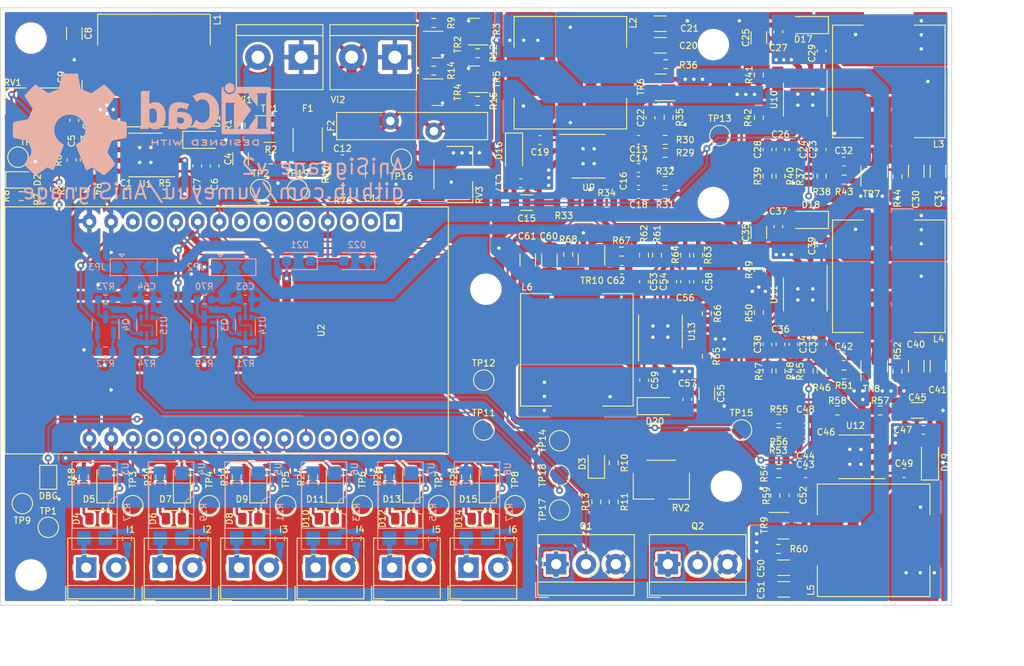
<source format=kicad_pcb>
(kicad_pcb (version 20221018) (generator pcbnew)
  (layers (0 "F.Cu" signal) (31 "B.Cu" signal) (34 "B.Paste" user) (35 "F.Paste" user) (36 "B.SilkS" user "B.Silkscreen") (37 "F.SilkS" user "F.Silkscreen") (38 "B.Mask" user) (39 "F.Mask" user) (44 "Edge.Cuts" user))
  (net 0 "")
  (net 1 "Net-(U1-SS)")
  (net 2 "GND")
  (net 3 "Net-(U1-COMP)")
  (net 4 "Net-(C3-Pad2)")
  (net 5 "Net-(U1-BS)")
  (net 6 "5V")
  (net 7 "VBB")
  (net 8 "Net-(U9-SS)")
  (net 9 "Net-(U9-COMP)")
  (net 10 "Net-(C16-Pad2)")
  (net 11 "Net-(U9-BS)")
  (net 12 "Net-(U10-SS)")
  (net 13 "Net-(U10-COMP)")
  (net 14 "Net-(C26-Pad2)")
  (net 15 "Net-(U10-BS)")
  (net 16 "Net-(U11-SS)")
  (net 17 "Net-(U11-COMP)")
  (net 18 "Net-(C36-Pad2)")
  (net 19 "Net-(U11-BS)")
  (net 20 "Net-(U12-SS)")
  (net 21 "Net-(U12-COMP)")
  (net 22 "Net-(C46-Pad2)")
  (net 23 "Net-(U12-BS)")
  (net 24 "Net-(U13-SS)")
  (net 25 "Net-(U13-COMP)")
  (net 26 "Net-(C56-Pad2)")
  (net 27 "Net-(U13-BS)")
  (net 28 "/Level_Shifter/VH")
  (net 29 "/Level_Shifter1/VH")
  (net 30 "Net-(D2-K)")
  (net 31 "Net-(D3-K)")
  (net 32 "VLED")
  (net 33 "Net-(D4-K)")
  (net 34 "Net-(D4-A)")
  (net 35 "I0")
  (net 36 "I1")
  (net 37 "I2")
  (net 38 "I3")
  (net 39 "I4")
  (net 40 "I5")
  (net 41 "/Vio")
  (net 42 "/Vii")
  (net 43 "/Input_Isolator/IN")
  (net 44 "/Input_Isolator/COM")
  (net 45 "Net-(JP1-A)")
  (net 46 "/Level_Shifter/Q_H")
  (net 47 "/Level_Shifter1/Q_H")
  (net 48 "3V3")
  (net 49 "Q0")
  (net 50 "Q1")
  (net 51 "Net-(Q4-D)")
  (net 52 "Net-(TR1-G)")
  (net 53 "Net-(U1-EN)")
  (net 54 "Net-(U1-FB)")
  (net 55 "Net-(R6-Pad2)")
  (net 56 "Net-(TR2-G)")
  (net 57 "Net-(R10-Pad1)")
  (net 58 "/Vreg_12V/V_FB")
  (net 59 "Net-(TR3-G)")
  (net 60 "Net-(TR4-G)")
  (net 61 "Net-(TR5-G)")
  (net 62 "Net-(R17-Pad2)")
  (net 63 "Net-(U9-EN)")
  (net 64 "EN0")
  (net 65 "Net-(U9-FB)")
  (net 66 "Net-(TR6-G)")
  (net 67 "Net-(U10-EN)")
  (net 68 "Net-(U10-FB)")
  (net 69 "Net-(TR7-G)")
  (net 70 "Net-(U11-EN)")
  (net 71 "Net-(U11-FB)")
  (net 72 "Net-(TR8-G)")
  (net 73 "Net-(U12-EN)")
  (net 74 "Net-(U12-FB)")
  (net 75 "Net-(TR9-G)")
  (net 76 "Net-(U13-EN)")
  (net 77 "Net-(U13-FB)")
  (net 78 "Net-(TR10-G)")
  (net 79 "Net-(R74-Pad1)")
  (net 87 "Net-(D6-K)")
  (net 96 "Net-(U14-Pad1)")
  (net 97 "Net-(D6-A)")
  (net 98 "Net-(D8-K)")
  (net 99 "Net-(D8-A)")
  (net 100 "Net-(D10-K)")
  (net 101 "Net-(D10-A)")
  (net 102 "Net-(D12-K)")
  (net 103 "Net-(D12-A)")
  (net 104 "Net-(D14-K)")
  (net 105 "Net-(D14-A)")
  (net 106 "VBB_Sense")
  (net 107 "/Input_Isolator1/COM")
  (net 108 "/Input_Isolator1/IN")
  (net 109 "/Input_Isolator2/COM")
  (net 110 "/Input_Isolator2/IN")
  (net 111 "/Input_Isolator3/COM")
  (net 112 "/Input_Isolator3/IN")
  (net 113 "/Input_Isolator4/COM")
  (net 114 "/Input_Isolator4/IN")
  (net 115 "/Input_Isolator5/COM")
  (net 116 "/Input_Isolator5/IN")
  (net 117 "Net-(Q3-D)")
  (net 118 "Net-(R19-Pad2)")
  (net 119 "Net-(R21-Pad2)")
  (net 120 "Net-(R23-Pad2)")
  (net 121 "Net-(R25-Pad2)")
  (net 122 "Net-(R27-Pad2)")
  (net 123 "Net-(R71-Pad1)")
  (net 124 "Net-(U15-Pad1)")
  (net 125 "/Vreg_12V/Vi")
  (net 126 "/Vreg_12V/Vl")
  (net 127 "/Vreg_12V/Vc")
  (net 128 "/Vreg_12V1/Vi")
  (net 129 "/Vreg_12V1/Vl")
  (net 130 "/Vreg_12V1/Vc")
  (net 131 "/Vreg_12V2/Vi")
  (net 132 "/Vreg_12V2/Vl")
  (net 133 "/Vreg_12V2/Vc")
  (net 134 "/Vreg_12V3/Vi")
  (net 135 "/Vreg_12V3/Vl")
  (net 136 "/Vreg_12V3/Vc")
  (net 137 "/Vreg_12V4/Vi")
  (net 138 "/Vreg_12V4/Vl")
  (net 139 "/Vreg_12V4/Vc")
  (net 140 "/V5i")
  (net 141 "/V5l")
  (net 142 "/Vibb")
  (net 143 "/Vsbb")
  (footprint "Resistor_SMD:R_0603_1608Metric" (layer "F.Cu") (at 134.0915 57.15 180)
    (fp_text reference "R14")
    (fp_text value "10k")
  )
  (footprint "Package_TO_SOT_SMD:SOT-23" (layer "F.Cu") (at 114.8265 64.008)
    (fp_text reference "TR1")
    (fp_text value "AO3407")
  )
  (footprint "Diode_SMD:D_SOD-123F" (layer "F.Cu") (at 131.46218 105.664 90)
    (fp_text reference "D13")
    (fp_text value "1N5819W")
  )
  (footprint "LED_SMD:LED_0805_2012Metric" (layer "F.Cu") (at 139.489975 109.728 180)
    (fp_text reference "D14")
    (fp_text value "Yellow")
  )
  (footprint "Resistor_SMD:R_0603_1608Metric" (layer "F.Cu") (at 102.556 71.628 180)
    (fp_text reference "R5")
    (fp_text value "100k")
  )
  (footprint "Capacitor_SMD:C_0603_1608Metric" (layer "F.Cu") (at 162.052 81.927 90)
    (fp_text reference "C54")
    (fp_text value "NP")
  )
  (footprint "TerminalBlock_4Ucon:TerminalBlock_4Ucon_1x02_P3.50mm_Horizontal" (layer "F.Cu") (at 120.238885 115.47)
    (fp_text reference "I4")
    (fp_text value "Screw_Terminal_01x02" hide)
  )
  (footprint "Resistor_SMD:R_0603_1608Metric" (layer "F.Cu") (at 174.561 104.394)
    (fp_text reference "R54")
    (fp_text value "10k")
  )
  (footprint "TerminalBlock_4Ucon:TerminalBlock_4Ucon_1x02_P3.50mm_Horizontal" (layer "F.Cu") (at 102.308295 115.47)
    (fp_text reference "I2")
    (fp_text value "Screw_Terminal_01x02" hide)
  )
  (footprint "Capacitor_SMD:C_0603_1608Metric" (layer "F.Cu") (at 174.752 66.409 -90)
    (fp_text reference "C26")
    (fp_text value "NP")
  )
  (footprint "Resistor_SMD:R_0603_1608Metric" (layer "F.Cu") (at 173.228 69.533 90)
    (fp_text reference "R39")
    (fp_text value "NP")
  )
  (footprint "Capacitor_SMD:C_0603_1608Metric" (layer "F.Cu") (at 179.564 54.851 90)
    (fp_text reference "C29")
    (fp_text value "10n")
  )
  (footprint "Package_SO:SOIC-8-1EP_3.9x4.9mm_P1.27mm_EP2.62x3.51mm" (layer "F.Cu") (at 177.659 60.559 -90)
    (fp_text reference "U10")
    (fp_text value "MP2307")
  )
  (footprint "Capacitor_SMD:C_0603_1608Metric" (layer "F.Cu") (at 163.83 95.745 -90)
    (fp_text reference "C57")
    (fp_text value "100n")
  )
  (footprint "Capacitor_SMD:C_0603_1608Metric" (layer "F.Cu") (at 158.103 71.628)
    (fp_text reference "C18")
    (fp_text value "2n2")
  )
  (footprint "Diode_SMD:D_SOD-123F" (layer "F.Cu") (at 178.164 51.816 180)
    (fp_text reference "D17")
    (fp_text value "1N5819W")
  )
  (footprint "Resistor_SMD:R_0603_1608Metric" (layer "F.Cu") (at 158.75 78.803 -90)
    (fp_text reference "R62")
    (fp_text value "10k")
  )
  (footprint "Package_SO:SOIC-8-1EP_3.9x4.9mm_P1.27mm_EP2.62x3.51mm" (layer "F.Cu") (at 152.253 67.197)
    (fp_text reference "U9")
    (fp_text value "MP2307")
  )
  (footprint "Capacitor_SMD:C_0603_1608Metric" (layer "F.Cu") (at 176.276 89.269 -90)
    (fp_text reference "C34")
    (fp_text value "NP")
  )
  (footprint "Resistor_SMD:R_0603_1608Metric" (layer "F.Cu") (at 155.194 107.759 -90)
    (fp_text reference "R11")
    (fp_text value "10k")
  )
  (footprint "Capacitor_SMD:C_1206_3216Metric" (layer "F.Cu") (at 127 69.039 90)
    (fp_text reference "C11")
    (fp_text value "10u")
  )
  (footprint "Package_SO:SOIC-8-1EP_3.9x4.9mm_P1.27mm_EP2.62x3.51mm" (layer "F.Cu") (at 160.669 87.777 90)
    (fp_text reference "U13")
    (fp_text value "MP2307")
  )
  (footprint "Capacitor_SMD:C_0603_1608Metric" (layer "F.Cu") (at 158.75 81.927 90)
    (fp_text reference "C53")
    (fp_text value "100n")
  )
  (footprint "Resistor_SMD:R_0603_1608Metric" (layer "F.Cu") (at 172.212 85.535 90)
    (fp_text reference "R50")
    (fp_text value "0")
  )
  (footprint "Capacitor_SMD:C_1206_3216Metric" (layer "F.Cu") (at 172.212 53.291 90)
    (fp_text reference "C25")
    (fp_text value "10u")
  )
  (footprint "Resistor_SMD:R_0603_1608Metric" (layer "F.Cu") (at 149.352 72.644)
    (fp_text reference "R33")
    (fp_text value "0")
  )
  (footprint "Resistor_SMD:R_0603_1608Metric" (layer "F.Cu") (at 139.231 55.118)
    (fp_text reference "R12")
    (fp_text value "10k")
  )
  (footprint "Jumper:SolderJumper-2_P1.3mm_Open_TrianglePad1.0x1.5mm" (layer "F.Cu") (at 88.9 104.865 -90)
    (fp_text reference "JP1" hide)
    (fp_text value "Debug Mode")
  )
  (footprint "Diode_SMD:D_SOD-123F" (layer "F.Cu") (at 160.164 96.52)
    (fp_text reference "D20")
    (fp_text value "1N5819W")
  )
  (footprint "Capacitor_SMD:C_0603_1608Metric" (layer "F.Cu") (at 182.168 67.818 180)
    (fp_text reference "C32")
    (fp_text value "100n")
  )
  (footprint "Capacitor_SMD:C_0603_1608Metric" (layer "F.Cu") (at 91.948 62.992 -90)
    (fp_text reference "C10")
    (fp_text value "100n")
  )
  (footprint "Inductor_SMD:L_Neosid_SM-NE127_HandSoldering" (layer "F.Cu") (at 187.452 58.42 -90)
    (fp_text reference "L3")
    (fp_text value "10uH")
  )
  (footprint "Package_TO_SOT_SMD:SOT-23" (layer "F.Cu") (at 152.588 79.3265 -90)
    (fp_text reference "TR10")
    (fp_text value "AO3407")
  )
  (footprint "Capacitor_SMD:C_1206_3216Metric" (layer "F.Cu") (at 145.119 79.368 90)
    (fp_text reference "C61")
    (fp_text value "10u")
  )
  (footprint "Capacitor_SMD:C_0603_1608Metric" (layer "F.Cu") (at 177.685 104.394 180)
    (fp_text reference "C43")
    (fp_text value "100n")
  )
  (footprint "Capacitor_SMD:C_1206_3216Metric" (layer "F.Cu") (at 147.659 79.368 90)
    (fp_text reference "C60")
    (fp_text value "10u")
  )
  (footprint "Capacitor_SMD:C_1206_3216Metric" (layer "F.Cu") (at 144.985 72.644 180)
    (fp_text reference "C15")
    (fp_text value "10u")
  )
  (footprint "MountingHole:MountingHole_3.2mm_M3" (layer "F.Cu") (at 86.868 116.332)
    (fp_text reference "H2" hide)
    (fp_text value "M3")
  )
  (footprint "TestPoint:TestPoint_Pad_D2.0mm" (layer "F.Cu") (at 98.806 108.204 180)
    (fp_text reference "TP3")
    (fp_text value "TestPoint" hide)
  )
  (footprint "Capacitor_SMD:C_0603_1608Metric" (layer "F.Cu") (at 158.103 70.104)
    (fp_text reference "C16")
    (fp_text value "NP")
  )
  (footprint "Inductor_SMD:L_Neosid_SM-NE127_HandSoldering" (layer "F.Cu") (at 185.674 112.268 180)
    (fp_text reference "L5")
    (fp_text value "10uH")
  )
  (footprint "Potentiometer_SMD:Potentiometer_Bourns_3269W_Vertical" (layer "F.Cu") (at 136.398 69.342 90)
    (fp_text reference "RV3")
    (fp_text value "200k")
  )
  (footprint "Resistor_SMD:R_0603_1608Metric" (layer "F.Cu") (at 115.002 67.564)
    (fp_text reference "R2")
    (fp_text value "100k")
  )
  (footprint "Capacitor_SMD:C_1206_3216Metric" (layer "F.Cu") (at 193.209 91.828 -90)
    (fp_text reference "C41")
    (fp_text value "10u")
  )
  (footprint "Capacitor_SMD:C_0603_1608Metric" (layer "F.Cu") (at 159.512 62.688 -90)
    (fp_text reference "C22")
    (fp_text value "100n")
  )
  (footprint "Inductor_SMD:L_Neosid_SM-NE127_HandSoldering" (layer "F.Cu") (at 187.452 81.28 -90)
    (fp_text reference "L4")
    (fp_text value "10uH")
  )
  (footprint "Fuse:Fuse_1812_4532Metric" (layer "F.Cu") (at 119.32 65.278 -90)
    (fp_text reference "F1")
    (fp_text value "0.5A")
  )
  (footprint "Resistor_SMD:R_0603_1608Metric" (layer "F.Cu") (at 154.369 72.644 180)
    (fp_text reference "R34")
    (fp_text value "0")
  )
  (footprint "Capacitor_SMD:C_0603_1608Metric" (layer "F.Cu") (at 189.243 104.38)
    (fp_text reference "C49")
    (fp_text value "10n")
  )
  (footprint "Capacitor_SMD:C_0603_1608Metric" (layer "F.Cu") (at 144.285 70.358 180)
    (fp_text reference "C17")
    (fp_text value "100n")
  )
  (footprint "Resistor_SMD:R_0603_1608Metric" (layer "F.Cu") (at 88.646 67.69 -90)
    (fp_text reference "R6")
    (fp_text value "0")
  )
  (footprint "Resistor_SMD:R_0603_1608Metric" (layer "F.Cu") (at 161.227 70.104 180)
    (fp_text reference "R32")
    (fp_text value "10k")
  )
  (footprint "Capacitor_SMD:C_1206_3216Metric" (layer "F.Cu") (at 160.662 54.187)
    (fp_text reference "C20")
    (fp_text value "10u")
  )
  (footprint "Resistor_SMD:R_0603_1608Metric" (layer "F.Cu") (at 85.7105 71.882)
    (fp_text reference "R8")
    (fp_text value "10k")
  )
  (footprint "Resistor_SMD:R_0603_1608Metric" (layer "F.Cu") (at 156.11 78.389 180)
    (fp_text reference "R67")
    (fp_text value "10k")
  )
  (footprint "TestPoint:TestPoint_Pad_D2.0mm" (layer "F.Cu") (at 125.701885 108.204 180)
    (fp_text reference "TP6")
    (fp_text value "TestPoint" hide)
  )
  (footprint "TerminalBlock:TerminalBlock_bornier-2_P5.08mm" (layer "F.Cu") (at 129.54 55.575 180)
    (fp_text reference "Vi2")
    (fp_text value "Screw_Terminal_01x02" hide)
  )
  (footprint "Resistor_SMD:R_0603_1608Metric" (layer "F.Cu") (at 161.641 62.638 90)
    (fp_text reference "R35")
    (fp_text value "10k")
  )
  (footprint "Diode_SMD:D_SOD-123F" (layer "F.Cu") (at 143.51 66.692 -90)
    (fp_text reference "D16")
    (fp_text value "1N5819W")
  )
  (footprint "Resistor_SMD:R_0603_1608Metric" (layer "F.Cu") (at 186.436 97.028 180)
    (fp_text reference "R57")
    (fp_text value "0")
  )
  (footprint "TestPoint:TestPoint_Pad_D2.0mm" (layer "F.Cu") (at 143.632475 108.204 180)
    (fp_text reference "TP8")
    (fp_text value "TestPoint" hide)
  )
  (footprint "Resistor_SMD:R_0603_1608Metric" (layer "F.Cu") (at 173.228 92.393 90)
    (fp_text reference "R47")
    (fp_text value "NP")
  )
  (footprint "Capacitor_SMD:C_1206_3216Metric" (layer "F.Cu") (at 193.209 68.968 -90)
    (fp_text reference "C31")
    (fp_text value "10u")
  )
  (footprint "Resistor_SMD:R_0603_1608Metric" (layer "F.Cu") (at 179.578 92.393 90)
    (fp_text reference "R46")
    (fp_text value "10k")
  )
  (footprint "Capacitor_SMD:C_0603_1608Metric" (layer "F.Cu") (at 123.394 67.564 180)
    (fp_text reference "C12")
    (fp_text value "100n")
  )
  (footprint "Package_TO_SOT_SMD:SOT-23" (layer "F.Cu") (at 160.7035 59.116 180)
    (fp_text reference "TR6")
    (fp_text value "AO3407")
  )
  (footprint "Resistor_SMD:R_0603_1608Metric" (layer "F.Cu") (at 182.218 92.807)
    (fp_text reference "R51")
    (fp_text value "10k")
  )
  (footprint "Resistor_SMD:R_0603_1608Metric" (layer "F.Cu") (at 174.752 92.393 90)
    (fp_text reference "R48")
    (fp_text value "10k")
  )
  (footprint "Diode_SMD:D_SOD-123F" (layer "F.Cu") (at 140.427475 105.664 90)
    (fp_text reference "D15")
    (fp_text value "1N5819W")
  )
  (footprint "Package_TO_SOT_SMD:SOT-23" (layer "F.Cu") (at 134.5415 59.69)
    (fp_text reference "TR4")
    (fp_text value "AO3407")
  )
  (footprint "MountingHole:MountingHole_3.2mm_M3" (layer "F.Cu") (at 86.868 53.34)
    (fp_text reference "H1" hide)
    (fp_text value "M3")
  )
  (footprint "Package_TO_SOT_SMD:SOT-23" (layer "F.Cu") (at 134.5415 54.102)
    (fp_text reference "TR2")
    (fp_text value "AO3407")
  )
  (footprint "Capacitor_SMD:C_0603_1608Metric" (layer "F.Cu") (at 177.685 99.568 180)
    (fp_text reference "C46")
    (fp_text value "NP")
  )
  (footprint "Resistor_SMD:R_0603_1608Metric" (layer "F.Cu") (at 179.578 69.533 90)
    (fp_text reference "R38")
    (fp_text value "10k")
  )
  (footprint "Resistor_SMD:R_0603_1608Metric" (layer "F.Cu") (at 161.227 66.802)
    (fp_text reference "R29")
    (fp_text value "1k")
  )
  (footprint "Capacitor_SMD:C_1206_3216Metric" (layer "F.Cu") (at 172.212 76.151 90)
    (fp_text reference "C35")
    (fp_text value "10u")
  )
  (footprint "Capacitor_SMD:C_0603_1608Metric" (layer "F.Cu") (at 163.576 81.927 90)
    (fp_text reference "C56")
    (fp_text value "NP")
  )
  (footprint "Capacitor_SMD:C_0603_1608Metric" (layer "F.Cu") (at 179.578 89.269 -90)
    (fp_text reference "C33")
    (fp_text value "100n")
  )
  (footprint "MountingHole:MountingHole_3.2mm_M3" (layer "F.Cu") (at 166.878 72.644)
    (fp_text reference "H5" hide)
    (fp_text value "M3")
  )
  (footprint "TestPoint:TestPoint_Pad_D2.0mm" (layer "F.Cu") (at 148.844 104.648 90)
    (fp_text reference "TP18")
    (fp_text value "TestPoint" hide)
  )
  (footprint "Capacitor_SMD:C_0603_1608Metric" (layer "F.Cu") (at 182.168 90.678 180)
    (fp_text reference "C42")
    (fp_text value "100n")
  )
  (footprint "Resistor_SMD:R_0603_1608Metric" (layer "F.Cu") (at 88.646 71.057 90)
    (fp_text reference "R7")
    (fp_text value "10k")
  )
  (footprint "Capacitor_SMD:C_0603_1608Metric" (layer "F.Cu") (at 165.1 81.927 90)
    (fp_text reference "C58")
    (fp_text value "2n2")
  )
  (footprint "Resistor_SMD:R_0603_1608Metric" (layer "F.Cu") (at 161.227 65.278 180)
    (fp_text reference "R30")
    (fp_text value "10k")
  )
  (footprint "Resistor_SMD:R_0603_1608Metric" (layer "F.Cu") (at 182.218 69.947)
    (fp_text reference "R43")
    (fp_text value "10k")
  )
  (footprint "LED_SMD:LED_0805_2012Metric" (layer "F.Cu") (at 153.162 103.2995 90)
    (fp_text reference "D3")
    (fp_text value "Green")
  )
  (footprint "Package_TO_SOT_SMD:SOT-23" (layer "F.Cu") (at 175.0845 110.556)
    (fp_text reference "TR9")
    (fp_text value "AO3407")
  )
  (footprint "Capacitor_SMD:C_0603_1608Metric" (layer "F.Cu") (at 158.103 68.58)
    (fp_text reference "C14")
    (fp_text value "NP")
  )
  (footprint "Resistor_SMD:R_0603_1608Metric" (layer "F.Cu") (at 110.99159 104.839 90)
    (fp_text reference "R22")
    (fp_text value "10k")
  )
  (footprint "Resistor_SMD:R_0603_1608Metric" (layer "F.Cu") (at 119.956885 104.839 90)
    (fp_text reference "R24")
    (fp_text value "10k")
  )
  (footprint "Resistor_SMD:R_0603_1608Metric" (layer "F.Cu") (at 163.576 78.803 -90)
    (fp_text reference "R64")
    (fp_text value "10k")
  )
  (footprint "Diode_SMD:D_SOD-123F" (layer "F.Cu") (at 178.164 74.676 180)
    (fp_text reference "D18")
    (fp_text value "1N5819W")
  )
  (footprint "Resistor_SMD:R_0603_1608Metric" (layer "F.Cu") (at 172.212 62.675 90)
    (fp_text reference "R42")
    (fp_text value "0")
  )
  (footprint "Capacitor_SMD:C_0603_1608Metric" (layer "F.Cu") (at 179.578 66.409 -90)
    (fp_text reference "C23")
    (fp_text value "100n")
  )
  (footprint "Potentiometer_SMD:Potentiometer_Bourns_3269W_Vertical" (layer "F.Cu") (at 87.122 61.468 180)
    (fp_text reference "RV1")
    (fp_text value "200k")
  )
  (footprint "Capacitor_SMD:C_1206_3216Metric" (layer "F.Cu") (at 190.669 91.828 -90)
    (fp_text reference "C40")
    (fp_text value "10u")
  )
  (footprint "Resistor_SMD:R_0603_1608Metric" (layer "F.Cu") (at 137.887475 104.839 90)
    (fp_text reference "R28")
    (fp_text value "10k")
  )
  (footprint "Resistor_SMD:R_0603_1608Metric" (layer "F.Cu") (at 160.274 78.803 90)
    (fp_text reference "R61")
    (fp_text value "1k")
  )
  (footprint "Resistor_SMD:R_0603_1608Metric" (layer "F.Cu") (at 181.419 97.028)
    (fp_text reference "R58")
    (fp_text value "0")
  )
  (footprint "TestPoint:TestPoint_Pad_D2.0mm" (layer "F.Cu") (at 85.852 107.95 180)
    (fp_text reference "TP9")
    (fp_text value "TestPoint" hide)
  )
  (footprint "Resistor_SMD:R_0603_1608Metric" (layer "F.Cu") (at 155.194 103.187 90)
    (fp_text reference "R10")
    (fp_text value "0")
  )
  (footprint "Capacitor_SMD:C_1206_3216Metric" (layer "F.Cu") (at 166.116 95.045 -90)
    (fp_text reference "C55")
    (fp_text value "10u")
  )
  (footprint "Resistor_SMD:R_0603_1608Metric" (layer "F.Cu") (at 174.498 113.284)
    (fp_text reference "R60")
    (fp_text value "100k")
  )
  (footprint "Package_TO_SOT_SMD:SOT-23" (layer "F.Cu") (at 185.74 69.0095 90)
    (fp_text reference "TR7")
    (fp_text value "AO3407")
  )
  (footprint "Capacitor_SMD:C_0603_1608Metric" (layer "F.Cu") (at 108.398 68.326 90)
    (fp_text reference "C6")
    (fp_text value "100n")
  )
  (footprint "Diode_SMD:D_SOD-123F" (layer "F.Cu") (at 192.278 102.98 90)
    (fp_text reference "D19")
    (fp_text value "1N5819W")
  )
  (footprint "TestPoint:TestPoint_Pad_D2.0mm" (layer "F.Cu") (at 139.954 99.314)
    (fp_text reference "TP11")
    (fp_text value "TestPoint" hide)
  )
  (footprint "Resistor_SMD:R_0603_1608Metric" (layer "F.Cu") (at 174.752 69.533 90)
    (fp_text reference "R40")
    (fp_text value "10k")
  )
  (footprint "Capacitor_SMD:C_0603_1608Metric" (layer "F.Cu") (at 176.276 66.409 -90)
    (fp_text reference "C24")
    (fp_text value "NP")
  )
  (footprint "ESP32-Devkit:ESP32-Devkit-30p-v2" (layer "F.Cu") (at 93.726 74.9173 -90)
    (fp_text reference "U2")
    (fp_text value "ESP32-30Pin-DevKit" hide)
  )
  (footprint "Diode_SMD:D_SOD-123F" (layer "F.Cu") (at 113.53159 105.664 90)
    (fp_text reference "D9")
    (fp_text value "1N5819W")
  )
  (footprint "LED_SMD:LED_0805_2012Metric" (layer "F.Cu") (at 121.559385 109.728 180)
    (fp_text reference "D10")
    (fp_text value "Yellow")
  )
  (footprint "Inductor_SMD:L_Neosid_SM-NE127_HandSoldering" (layer "F.Cu") (at 150.114 57.404)
    (fp_text reference "L2")
    (fp_text value "10uH")
  )
  (footprint "Package_TO_SOT_SMD:SOT-23" (layer "F.Cu") (at 138.781 52.578 180)
    (fp_text reference "TR3")
    (fp_text value "AO3407")
  )
  (footprint "Resistor_SMD:R_0603_1608Metric" (layer "F.Cu") (at 123.444 69.342 180)
    (fp_text reference "R16")
    (fp_text value "100k")
  )
  (footprint "Resistor_SMD:R_0603_1608Metric" (layer "F.Cu") (at 172.212 80.518 -90)
    (fp_text reference "R49")
    (fp_text value "0")
  )
  (footprint "TestPoint:TestPoint_Pad_D2.0mm" (layer "F.Cu") (at 118.11 71.12 -90)
    (fp_text reference "TP19")
    (fp_text value "TestPoint" hide)
  )
  (footprint "LED_SMD:LED_0805_2012Metric" (layer "F.Cu") (at 94.6635 109.728 180)
    (fp_text reference "D4")
    (fp_text value "Yellow")
  )
  (footprint "Capacitor_SMD:C_0603_1608Metric" (layer "F.Cu") (at 191.503 99.314)
    (fp_text reference "C47")
    (fp_text value "100n")
  )
  (footprint "Capacitor_SMD:C_1206_3216Metric" (layer "F.Cu") (at 91.948 52.783 90)
    (fp_text reference "C8")
    (fp_text value "10u")
  )
  (footprint "TestPoint:TestPoint_Pad_D2.0mm" (layer "F.Cu") (at 113.792 71.12 90)
    (fp_text reference "TP2")
    (fp_text value "TestPoint" hide)
  )
  (footprint "LED_SMD:LED_0805_2012Metric" (layer "F.Cu") (at 130.52468 109.728 180)
    (fp_text reference "D12")
    (fp_text value "Yellow")
  )
  (footprint "Capacitor_SMD:C_0603_1608Metric" (layer "F.Cu") (at 174.498 75.451 90)
    (fp_text reference "C37")
    (fp_text value "100n")
  )
  (footprint "Resistor_SMD:R_0603_1608Metric" (layer "F.Cu") (at 161.29 56.388 180)
    (fp_text reference "R36")
    (fp_text value "100k")
  )
  (footprint "Resistor_SMD:R_0603_1608Metric" (layer "F.Cu") (at 188.468 92.456 90)
    (fp_text reference "R52")
    (fp_text value "100k")
  )
  (footprint "Capacitor_SMD:C_1206_3216Metric" (layer "F.Cu") (at 190.669 68.968 -90)
    (fp_text reference "C30")
    (fp_text value "10u")
  )
  (footprint "Capacitor_SMD:C_0603_1608Metric" (layer "F.Cu") (at 176.276 106.984 90)
    (fp_text reference "C52")
    (fp_text value "100n")
  )
  (footprint "Capacitor_SMD:C_1206_3216Metric" (layer "F.Cu") (at 160.662 51.647)
    (fp_text reference "C21")
    (fp_text value "10u")
  )
  (footprint "TestPoint:TestPoint_Pad_D2.0mm" (layer "F.Cu") (at 130.302 67.564 180)
    (fp_text reference "TP16")
    (fp_text value "TestPoint" hide)
  )
  (footprint "LED_SMD:LED_0805_2012Metric" (layer "F.Cu") (at 103.628795 109.728 180)
    (fp_text reference "D6")
    (fp_text value "Yellow")
  )
  (footprint "Inductor_SMD:L_Neosid_SM-NE127_HandSoldering" (layer "F.Cu") (at 150.876 89.916 90)
    (fp_text reference "L6")
    (fp_text value "10uH")
  )
  (footprint "Capacitor_SMD:C_0603_1608Metric" (layer "F.Cu") (at 177.685 101.092 180)
    (fp_text reference "C44")
    (fp_text value "NP")
  )
  (footprint "Capacitor_SMD:C_1206_3216Metric" (layer "F.Cu") (at 175.126 115.485 180)
    (fp_text reference "C50")
    (fp_text value "10u")
  )
  (footprint "Diode_SMD:D_SOD-123F" (layer "F.Cu") (at 106.874 65.278)
    (fp_text reference "D1")
    (fp_text value "1N5819W")
  )
  (footprint "TerminalBlock_4Ucon:TerminalBlock_4Ucon_1x02_P3.50mm_Horizontal" (layer "F.Cu") (at 93.343 115.47)
    (fp_text reference "I1")
    (fp_text value "Screw_Terminal_01x02" hide)
  )
  (footprint "Resistor_SMD:R_0603_1608Metric" (layer "F.Cu") (at 123.444 71.12 180)
    (fp_text reference "R76")
    (fp_text value "10k")
  )
  (footprint "Capacitor_SMD:C_0603_1608Metric" (layer "F.Cu") (at 146.545 65.292 180)
    (fp_text reference "C19")
    (fp_text value "10n")
  )
  (footprint "Resistor_SMD:R_0603_1608Metric" (layer "F.Cu") (at 139.231 60.706)
    (fp_text reference "R15")
    (fp_text value "10k")
  )
  (footprint "Capacitor_SMD:C_0603_1608Metric" (layer "F.Cu") (at 174.498 52.591 90)
    (fp_text reference "C27")
    (fp_text value "100n")
  )
  (footprint "LED_SMD:LED_0805_2012Metric" (layer "F.Cu") (at 85.598 69.979)
    (fp_text reference "D2")
    (fp_text value "Green")
  )
  (footprint "Resistor_SMD:R_0603_1608Metric" (layer "F.Cu") (at 111.446 63.563 -90)
    (fp_text reference "R1")
    (fp_text value "10k")
  )
  (footprint "Capacitor_SMD:C_0603_1608Metric" (layer "F.Cu") (at 93.158 67.626 -90)
    (fp_text reference "C3")
    (fp_text value "2n2")
  )
  (footprint "Capacitor_SMD:C_0603_1608Metric" (layer "F.Cu") (at 91.634 67.626 -90)
    (fp_text reference "C5")
    (fp_text value "2n2")
  )
  (footprint "TestPoint:TestPoint_Pad_D2.0mm" (layer "F.Cu") (at 167.64 64.77)
    (fp_text reference "TP13")
    (fp_text value "TestPoint" hide)
  )
  (footprint "Resistor_SMD:R_0603_1608Metric" (layer "F.Cu") (at 165.1 78.803 -90)
    (fp_text reference "R63")
    (fp_text value "NP")
  )
  (footprint "Capacitor_SMD:C_0603_1608Metric" (layer "F.Cu") (at 177.685 98.044 180)
    (fp_text reference "C48")
    (fp_text value "2n2")
  )
  (footprint "Resistor_SMD:R_0603_1608Metric" (layer "F.Cu") (at 102.026295 104.839 90)
    (fp_text reference "R20")
    (fp_text value "10k")
  )
  (footprint "TerminalBlock_4Ucon:TerminalBlock_4Ucon_1x03_P3.50mm_Horizontal" (layer "F.Cu") (at 148.448 115.062)
    (fp_text reference "Q1")
    (fp_text value "Screw_Terminal_01x03" hide)
  )
  (footprint "Capacitor_SMD:C_0603_1608Metric" (layer "F.Cu") (at 97.997 71.628)
    (fp_text reference "C1")
    (fp_text value "100n")
  )
  (footprint "TestPoint:TestPoint_Pad_D2.0mm" (layer "F.Cu") (at 107.771295 108.204 180)
    (fp_text reference "TP4")
    (fp_text value "TestPoint" hide)
  )
  (footprint "TerminalBlock_4Ucon:TerminalBlock_4Ucon_1x03_P3.50mm_Horizontal" (layer "F.Cu") (at 161.544 115.062)
    (fp_text reference "Q2")
    (fp_text value "Screw_Terminal_01x03" hide)
  )
  (footprint "Inductor_SMD:L_Neosid_SM-NE127_HandSoldering" (layer "F.Cu") (at 101.286 57.15 180)
    (fp_text reference "L1")
    (fp_text value "10uH")
  )
  (footprint "Package_SO:SOIC-8-1EP_3.9x4.9mm_P1.27mm_EP2.62x3.51mm" (layer "F.Cu") (at 183.535 102.475 180)
    (fp_text reference "U12")
    (fp_text value "MP2307")
  )
  (footprint "Resistor_SMD:R_0603_1608Metric" (layer "F.Cu") (at 174.561 99.568)
    (fp_text reference "R56")
    (fp_text value "10k")
  )
  (footprint "Potentiometer_SMD:Potentiometer_Bourns_3269W_Vertical" (layer "F.Cu") (at 160.782 105.156)
    (fp_text reference "RV2")
    (fp_text value "200k")
  )
  (footprint "MountingHole:MountingHole_3.2mm_M3" (layer "F.Cu") (at 140.208 82.804)
    (fp_text reference "H6" hide)
    (fp_text value "M3")
  )
  (footprint "MountingHole:MountingHole_3.2mm_M3" (layer "F.Cu") (at 166.878 54.102)
    (fp_text reference "H4" hide)
    (fp_text value "M3")
  )
  (footprint "Package_SO:SOIC-8-1EP_3.9x4.9mm_P1.27mm_EP2.62x3.51mm" (layer "F.Cu") (at 177.659 83.419 -90)
    (fp_text reference "U11")
    (fp_text value "MP2307")
  )
  (footprint "TestPoint:TestPoint_Pad_D2.0mm" (layer "F.Cu") (at 88.9 110.744 180)
    (fp_text reference "TP1")
    (fp_text value "TestPoint" hide)
  )
  (footprint "Resistor_SMD:R_0603_1608Metric" (layer "F.Cu") (at 134.0915 51.562 180)
    (fp_text reference "R9")
    (fp_text value "10k")
  )
  (footprint "Fuse:Fuse_Bourns_MF-RG1100" (layer "F.Cu") (at 134.112 64.262 180)
    (fp_text reference "F2")
    (fp_text value "10A")
  )
  (footprint "Capacitor_SMD:C_0603_1608Metric" (layer "F.Cu") (at 156.16 80.518)
    (fp_text reference "C62")
    (fp_text value "100n")
  )
  (footprint "Capacitor_SMD:C_0603_1608Metric" (layer "F.Cu") (at 158.103 65.278)
    (fp_text reference "C13")
    (fp_text value "100n")
  )
  (footprint "Capacitor_SMD:C_1206_3216Metric" (layer "F.Cu") (at 111.446 67.515 -90)
    (fp_text reference "C4")
    (fp_text value "10u")
  )
  (footprint "TerminalBlock_4Ucon:TerminalBlock_4Ucon_1x02_P3.50mm_Horizontal" (layer "F.Cu") (at 138.169475 115.47)
    (fp_text reference "I6")
    (fp_text value "Screw_Terminal_01x02" hide)
  )
  (footprint "Capacitor_SMD:C_0603_1608Metric" (layer "F.Cu") (at 173.228 66.409 -90)
    (fp_text reference "C28")
    (fp_text value "2n2")
  )
  (footprint "Resistor_SMD:R_0603_1608Metric" (layer "F.Cu") (at 128.92218 104.839 90)
    (fp_text reference "R26")
    (fp_text value "10k")
  )
  (footprint "Package_TO_SOT_SMD:SOT-23" (layer "F.Cu") (at 185.74 91.8695 90)
    (fp_text reference "TR8")
    (fp_text value "AO3407")
  )
  (footprint "Resistor_SMD:R_0603_1608Metric" (layer "F.Cu") (at 178.054 92.393 -90)
    (fp_text reference "R45")
    (fp_text value "1k")
  )
  (footprint "Resistor_SMD:R_0603_1608Metric" (layer "F.Cu") (at 166.116 85.661 -90)
    (fp_text reference "R66")
    (fp_text value "0")
  )
  (footprint "Package_TO_SOT_SMD:SOT-23" (layer "F.Cu") (at 138.781 58.166 180)
    (fp_text reference "TR5")
    (fp_text value "AO3407")
  )
  (footprint "TestPoint:TestPoint_Pad_D2.0mm" (layer "F.Cu") (at 139.954 93.472)
    (fp_text reference "TP12")
    (fp_text value "TestPoint" hide)
  )
  (footprint "Package_SO:SOIC-8-1EP_3.9x4.9mm_P1.27mm_EP2.62x3.51mm" (layer "F.Cu") (at 100.27 67.056 180)
    (fp_text reference "U1")
    (fp_text value "MP2307")
  )
  (footprint "Diode_SMD:D_SOD-123F" (layer "F.Cu") (at 104.566295 105.664 90)
    (fp_text reference "D7")
    (fp_text value "1N5819W")
  )
  (footprint "Resistor_SMD:R_0603_1608Metric" (layer "F.Cu") (at 161.227 71.628 180)
    (fp_text reference "R31")
    (fp_text value "NP")
  )
  (footprint "TerminalBlock_4Ucon:TerminalBlock_4Ucon_1x02_P3.50mm_Horizontal" (layer "F.Cu") (at 111.27359 115.47)
    (fp_text reference "I3")
    (fp_text value "Screw_Terminal_01x02" hide)
  )
  (footprint "Capacitor_SMD:C_0603_1608Metric" (layer "F.Cu") (at 158.764 93.485 -90)
    (fp_text reference "C59")
    (fp_text value "10n")
  )
  (footprint "TerminalBlock_4Ucon:TerminalBlock_4Ucon_1x02_P3.50mm_Horizontal" (layer "F.Cu") (at 129.20418 115.47)
    (fp_text reference "I5")
    (fp_text value "Screw_Terminal_01x02" hide)
  )
  (footprint "Diode_SMD:D_SOD-123F" (layer "F.Cu") (at 95.601 105.664 90)
    (fp_text reference "D5")
    (fp_text value "1N5819W")
  )
  (footprint "Resistor_SMD:R_0603_1608Metric" (layer "F.Cu") (at 149.86 78.74 -90)
    (fp_text reference "R68")
    (fp_text value "100k")
  )
  (footprint "Resistor_SMD:R_0603_1608Metric" (layer "F.Cu") (at 93.158 71.057 90)
    (fp_text reference "R4")
    (fp_text value "10k")
  )
  (footprint "MountingHole:MountingHole_3.2mm_M3" (layer "F.Cu") (at 168.402 105.918)
    (fp_text reference "H3" hide)
    (fp_text value "M3")
  )
  (footprint "TestPoint:TestPoint_Pad_D2.0mm" (layer "F.Cu") (at 85.344 67.31)
    (fp_text reference "TP10")
    (fp_text value "TestPoint" hide)
  )
  (footprint "Resistor_SMD:R_0603_1608Metric" (layer "F.Cu") (at 174.561 98.044)
    (fp_text reference "R55")
    (fp_text value "NP")
  )
  (footprint "Resistor_SMD:R_0603_1608Metric" (layer "F.Cu") (at 174.561 102.87 180)
    (fp_text reference "R53")
    (fp_text value "1k")
  )
  (footprint "TerminalBlock:TerminalBlock_bornier-2_P5.08mm" (layer "F.Cu") (at 118.563 55.575 180)
    (fp_text reference "Vi1")
    (fp_text value "Screw_Terminal_01x02" hide)
  )
  (footprint "Resistor_SMD:R_0603_1608Metric" (layer "F.Cu") (at 178.054 69.533 -90)
    (fp_text reference "R37")
    (fp_text value "1k")
  )
  (footprint "Resistor_SMD:R_0603_1608Metric" (layer "F.Cu") (at 166.116 90.678 90)
    (fp_text reference "R65")
    (fp_text value "0")
  )
  (footprint "Resistor_SMD:R_0603_1608Metric" (layer "F.Cu") (at 93.061 104.839 90)
    (fp_text reference "R18")
    (fp_text value "10k")
  )
  (footprint "TestPoint:TestPoint_Pad_D2.0mm" (layer "F.Cu") (at 148.844 100.584 90)
    (fp_text reference "TP14")
    (fp_text value "TestPoint" hide)
  )
  (footprint "Capacitor_SMD:C_0603_1608Metric" (layer "F.Cu") (at 173.228 89.269 -90)
    (fp_text reference "C38")
    (fp_text value "2n2")
  )
  (footprint "LED_SMD:LED_0805_2012Metric" (layer "F.Cu") (at 112.59409 109.728 180)
    (fp_text reference "D8")
    (fp_text value "Yellow")
  )
  (footprint "Diode_SMD:D_SOD-123F" (layer "F.Cu") (at 122.496885 105.664 90)
    (fp_text reference "D11")
    (fp_text value "1N5819W")
  )
  (footprint "Capacitor_SMD:C_0603_1608Metric" (layer "F.Cu") (at 106.366 68.326 90)
    (fp_text reference "C7")
    (fp_text value "10n")
  )
  (footprint "TestPoint:TestPoint_Pad_D2.0mm" (layer "F.Cu") (at 170.18 99.314)
    (fp_text reference "TP15")
    (fp_text value "TestPoint" hide)
  )
  (footprint "Resistor_SMD:R_0603_1608Metric" (layer "F.Cu") (at 172.212 57.658 -90)
    (fp_text reference "R41")
    (fp_text value "0")
  )
  (footprint "Capacitor_SMD:C_1206_3216Metric" (layer "F.Cu") (at 91.948 58.977 90)
    (fp_text reference "C9")
    (fp_text value "10u")
  )
  (footprint "Capacitor_SMD:C_0603_1608Metric" (layer "F.Cu") (at 94.682 67.626 -90)
    (fp_text reference "C2")
    (fp_text value "NP")
  )
  (footprint "Resistor_SMD:R_0603_1608Metric" (layer "F.Cu") (at 188.468 69.596 90)
    (fp_text reference "R44")
    (fp_text value "100k")
  )
  (footprint "Capacitor_SMD:C_1206_3216Metric" (layer "F.Cu") (at 190.803 97.028)
    (fp_text reference "C45")
    (fp_text value "10u")
  )
  (footprint "Capacitor_SMD:C_1206_3216Metric" (layer "F.Cu") (at 175.126 118.025 180)
    (fp_text reference "C51")
    (fp_text value "10u")
  )
  (footprint "TestPoint:TestPoint_Pad_D2.0mm" (layer "F.Cu") (at 148.844 108.712 90)
    (fp_text reference "TP17")
    (fp_text value "TestPoint" hide)
  )
  (footprint "Resistor_SMD:R_0603_1608Metric" (layer "F.Cu") (at 153.162 107.759 90)
    (fp_text reference "R13")
    (fp_text value "10k")
  )
  (footprint "Resistor_SMD:R_0603_1608Metric" (layer "F.Cu") (at 91.634 71.057 90)
    (fp_text reference "R3")
    (fp_text value "10k")
  )
  (footprint "TestPoint:TestPoint_Pad_D2.0mm" (layer "F.Cu") (at 116.73659 108.204 180)
    (fp_text reference "TP5")
    (fp_text value "TestPoint" hide)
  )
  (footprint "Capacitor_SMD:C_0603_1608Metric" (layer "F.Cu") (at 179.564 77.711 90)
    (fp_text reference "C39")
    (fp_text value "10n")
  )
  (footprint "TestPoint:TestPoint_Pad_D2.0mm" (layer "F.Cu") (at 134.66718 108.204 180)
    (fp_text reference "TP7")
    (fp_text value "TestPoint" hide)
  )
  (footprint "Capacitor_SMD:C_0603_1608Metric" (layer "F.Cu") (at 174.752 89.269 -90)
    (fp_text reference "C36")
    (fp_text value "NP")
  )
  (footprint "Resistor_SMD:R_0603_1608Metric" (layer "F.Cu") (at 174.147 107.034 -90)
    (fp_text reference "R59")
    (fp_text value "10k")
  )
  (footprint "Package_TO_SOT_SMD:SOT-23" (layer "B.Cu") (at 95.616 86.9775 90)
    (fp_text reference "Q4")
    (fp_text value "2N7002")
  )
  (footprint "Resistor_SMD:R_0603_1608Metric" (layer "B.Cu") (at 98.141 112.077 90)
    (fp_text reference "R17")
    (fp_text value "10k")
  )
  (footprint "Resistor_SMD:R_0603_1608Metric" (layer "B.Cu") (at 107.106295 112.077 90)
    (fp_text reference "R19")
    (fp_text value "10k")
  )
  (footprint "Package_DIP:DIP-4_W7.62mm_SMDSocket_SmallPads" (layer "B.Cu") (at 121.226885 108.204 90)
    (fp_text reference "U6")
    (fp_text value "EL817S1")
  )
  (footprint "Package_DIP:DIP-4_W7.62mm_SMDSocket_SmallPads" (layer "B.Cu") (at 139.157475 108.204 90)
    (fp_text reference "U8")
    (fp_text value "EL817S1")
  )
  (footprint "Resistor_SMD:R_0603_1608Metric" (layer "B.Cu") (at 107.188 84.008)
    (fp_text reference "R70")
    (fp_text value "10k")
  )
  (footprint "Resistor_SMD:R_0603_1608Metric" (layer "B.Cu") (at 95.616 90.104)
    (fp_text reference "R72")
    (fp_text value "10k")
  )
  (footprint "Package_TO_SOT_SMD:SOT-23" (layer "B.Cu") (at 107.188 86.9775 90)
    (fp_text reference "Q3")
    (fp_text value "2N7002")
  )
  (footprint "Resistor_SMD:R_0603_1608Metric" (layer "B.Cu") (at 100.442 90.104 180)
    (fp_text reference "R74")
    (fp_text value "0")
  )
  (footprint "Jumper:SolderJumper-3_P2.0mm_Open_TrianglePad1.0x1.5mm" (layer "B.Cu") (at 110.49 80.198)
    (fp_text reference "JP2")
    (fp_text value "SolderJumper_3_Open" hide)
  )
  (footprint "Resistor_SMD:R_0603_1608Metric" (layer "B.Cu") (at 134.00218 112.077 90)
    (fp_text reference "R25")
    (fp_text value "10k")
  )
  (footprint "Resistor_SMD:R_0603_1608Metric" (layer "B.Cu") (at 142.967475 112.077 90)
    (fp_text reference "R27")
    (fp_text value "10k")
  )
  (footprint "Resistor_SMD:R_0603_1608Metric" (layer "B.Cu") (at 112.014 90.104 180)
    (fp_text reference "R71")
    (fp_text value "0")
  )
  (footprint "Capacitor_SMD:C_0603_1608Metric" (layer "B.Cu") (at 100.429 84.008)
    (fp_text reference "C64")
    (fp_text value "100n")
  )
  (footprint "Package_TO_SOT_SMD:SOT-363_SC-70-6" (layer "B.Cu") (at 100.442 87.056 90)
    (fp_text reference "U15")
    (fp_text value "74LVC2G04")
  )
  (footprint "Symbol:OSHW-Symbol_13.4x12mm_SilkScreen" (layer "B.Cu") (at 91.44 63.5 180)
    (fp_text reference "REF**" hide)
    (fp_text value "OSHW-Symbol_13.4x12mm_SilkScreen" hide)
  )
  (footprint "Package_DIP:DIP-4_W7.62mm_SMDSocket_SmallPads" (layer "B.Cu") (at 103.296295 108.204 90)
    (fp_text reference "U4")
    (fp_text value "EL817S1")
  )
  (footprint "Package_TO_SOT_SMD:SOT-363_SC-70-6" (layer "B.Cu") (at 112.014 87.056 90)
    (fp_text reference "U14")
    (fp_text value "74LVC2G04")
  )
  (footprint "Resistor_SMD:R_0603_1608Metric" (layer "B.Cu") (at 95.616 84.008)
    (fp_text reference "R73")
    (fp_text value "10k")
  )
  (footprint "Resistor_SMD:R_0603_1608Metric" (layer "B.Cu") (at 107.188 90.104)
    (fp_text reference "R69")
    (fp_text value "10k")
  )
  (footprint "Package_DIP:DIP-4_W7.62mm_SMDSocket_SmallPads" (layer "B.Cu") (at 130.19218 108.204 90)
    (fp_text reference "U7")
    (fp_text value "EL817S1")
  )
  (footprint "Diode_SMD:D_SOD-123F" (layer "B.Cu") (at 124.968 79.502 180)
    (fp_text reference "D22")
    (fp_text value "1N5819W")
  )
  (footprint "Jumper:SolderJumper-3_P2.0mm_Open_TrianglePad1.0x1.5mm" (layer "B.Cu") (at 98.918 80.198)
    (fp_text reference "JP3")
    (fp_text value "SolderJumper_3_Open" hide)
  )
  (footprint "Symbol:KiCad-Logo2_6mm_SilkScreen" (layer "B.Cu") (at 107.315 61.595 180)
    (fp_text reference "REF**" hide)
    (fp_text value "KiCad-Logo2_6mm_SilkScreen" hide)
  )
  (footprint "Resistor_SMD:R_0603_1608Metric" (layer "B.Cu") (at 116.07159 112.077 90)
    (fp_text reference "R21")
    (fp_text value "10k")
  )
  (footprint "Package_DIP:DIP-4_W7.62mm_SMDSocket_SmallPads" (layer "B.Cu") (at 112.26159 108.204 90)
    (fp_text reference "U5")
    (fp_text value "EL817S1")
  )
  (footprint "Resistor_SMD:R_0603_1608Metric" (layer "B.Cu") (at 125.036885 112.077 90)
    (fp_text reference "R23")
    (fp_text value "10k")
  )
  (footprint "Capacitor_SMD:C_0603_1608Metric" (layer "B.Cu") (at 112.001 84.008)
    (fp_text reference "C63")
    (fp_text value "100n")
  )
  (footprint "Diode_SMD:D_SOD-123F" (layer "B.Cu") (at 118.234 79.502 180)
    (fp_text reference "D21")
    (fp_text value "1N5819W")
  )
  (footprint "Package_DIP:DIP-4_W7.62mm_SMDSocket_SmallPads" (layer "B.Cu") (at 94.331 108.204 90)
    (fp_text reference "U3")
    (fp_text value "EL817S1")
  )
  (gr_rect (start 83.312 49.784) (end 194.818 119.888) (stroke (width 0.1)) (fill none) (layer "Edge.Cuts"))
  (gr_text "AniSignage v2\ngithub.com/yumeyuu/AniSignage" (at 130.81 72.39) (layer "B.SilkS") (effects (font (size 1.8 1.8) (thickness 0.24)) (justify left bottom mirror)))
  (segment (start 97.222 70.672) (end 97.79 70.104) (width 0.3) (layer "F.Cu") (net 1))
  (segment (start 97.79 70.104) (end 97.79 68.961) (width 0.3) (layer "F.Cu") (net 1))
  (segment (start 97.222 71.628) (end 97.222 70.672) (width 0.3) (layer "F.Cu") (net 1))
  (segment (start 176.764 74.676) (end 172.212 74.676) (width 0.6) (layer "F.Cu") (net 2))
  (segment (start 140.97 60.706) (end 141.478 61.214) (width 0.2) (layer "F.Cu") (net 2))
  (segment (start 147.659 77.893) (end 149.838 77.893) (width 0.25) (layer "F.Cu") (net 2))
  (segment (start 162.052 81.152) (end 162.052 77.978) (width 0.3) (layer "F.Cu") (net 2))
  (segment (start 179.578 67.184) (end 180.759 67.184) (width 0.3) (layer "F.Cu") (net 2))
  (segment (start 109.728 67.31) (end 109.728 65.278) (width 0.3) (layer "F.Cu") (net 2))
  (segment (start 88.9 107.442) (end 88.9 110.744) (width 0.2) (layer "F.Cu") (net 2))
  (segment (start 109.728 64.77) (end 109.728 65.278) (width 0.3) (layer "F.Cu") (net 2))
  (segment (start 88.9 105.59) (end 88.9 107.442) (width 0.2) (layer "F.Cu") (net 2))
  (segment (start 100.27 67.056) (end 100.27 70.13) (width 0.3) (layer "F.Cu") (net 2))
  (segment (start 140.056 60.706) (end 140.97 60.706) (width 0.2) (layer "F.Cu") (net 2))
  (segment (start 156.935 80.518) (end 156.935 78.389) (width 0.3) (layer "F.Cu") (net 2))
  (segment (start 115.827 67.564) (end 115.827 70.355) (width 0.3) (layer "F.Cu") (net 2))
  (segment (start 88.646 71.882) (end 91.634 71.882) (width 0.3) (layer "F.Cu") (net 2))
  (segment (start 86.5355 71.882) (end 88.646 71.882) (width 0.3) (layer "F.Cu") (net 2))
  (segment (start 141.478 61.214) (end 141.478 66.04) (width 0.2) (layer "F.Cu") (net 2))
  (segment (start 143.51 68.092) (end 143.51 72.644) (width 0.6) (layer "F.Cu") (net 2))
  (segment (start 149.838 77.893) (end 149.86 77.915) (width 0.25) (layer "F.Cu") (net 2))
  (segment (start 192.278 101.58) (end 192.278 97.028) (width 0.6) (layer "F.Cu") (net 2))
  (segment (start 121.666 65.532) (end 122.619 66.485) (width 0.3) (layer "F.Cu") (net 2))
  (segment (start 100.925 66.181) (end 100.925 64.342) (width 0.3) (layer "F.Cu") (net 2))
  (segment (start 162.052 63.874) (end 161.641 63.463) (width 0.3) (layer "F.Cu") (net 2))
  (segment (start 101.513 63.754) (end 102.108 63.754) (width 0.3) (layer "F.Cu") (net 2))
  (segment (start 122.619 66.485) (end 122.619 67.564) (width 0.3) (layer "F.Cu") (net 2))
  (segment (start 176.91 101.092) (end 173.736 101.092) (width 0.3) (layer "F.Cu") (net 2))
  (segment (start 141.478 66.06) (end 143.51 68.092) (width 0.2) (layer "F.Cu") (net 2))
  (segment (start 173.736 105.798) (end 174.147 106.209) (width 0.3) (layer "F.Cu") (net 2))
  (segment (start 158.75 81.152) (end 157.569 81.152) (width 0.3) (layer "F.Cu") (net 2))
  (segment (start 188.49 93.303) (end 188.468 93.281) (width 0.25) (layer "F.Cu") (net 2))
  (segment (start 91.948 55.88) (end 91.948 57.502) (width 0.8) (layer "F.Cu") (net 2))
  (segment (start 173.651 118.025) (end 173.651 115.485) (width 0.25) (layer "F.Cu") (net 2))
  (segment (start 179.578 70.358) (end 180.982 70.358) (width 0.3) (layer "F.Cu") (net 2))
  (segment (start 162.137 56.366) (end 162.115 56.388) (width 0.25) (layer "F.Cu") (net 2))
  (segment (start 180.982 93.218) (end 181.393 92.807) (width 0.3) (layer "F.Cu") (net 2))
  (segment (start 111.446 64.388) (end 110.11 64.388) (width 0.3) (layer "F.Cu") (net 2))
  (segment (start 122.619 69.342) (end 122.619 67.564) (width 0.3) (layer "F.Cu") (net 2))
  (segment (start 179.578 93.218) (end 180.982 93.218) (width 0.3) (layer "F.Cu") (net 2))
  (segment (start 193.209 93.303) (end 190.669 93.303) (width 0.25) (layer "F.Cu") (net 2))
  (segment (start 131.572 56.642) (end 132.08 57.15) (width 0.2) (layer "F.Cu") (net 2))
  (segment (start 173.651 115.485) (end 173.651 113.306) (width 0.25) (layer "F.Cu") (net 2))
  (segment (start 158.878 65.278) (end 158.878 64.097) (width 0.3) (layer "F.Cu") (net 2))
  (segment (start 122.619 69.342) (end 122.619 71.12) (width 0.3) (layer "F.Cu") (net 2))
  (segment (start 90.17 107.442) (end 88.9 107.442) (width 0.2) (layer "F.Cu") (net 2))
  (segment (start 109.728 65.278) (end 108.274 65.278) (width 0.3) (layer "F.Cu") (net 2))
  (segment (start 91.634 71.882) (end 93.158 71.882) (width 0.3) (layer "F.Cu") (net 2))
  (segment (start 158.878 64.097) (end 159.512 63.463) (width 0.3) (layer "F.Cu") (net 2))
  (segment (start 181.393 90.678) (end 181.393 92.807) (width 0.3) (layer "F.Cu") (net 2))
  (segment (start 159.512 63.463) (end 161.641 63.463) (width 0.3) (layer "F.Cu") (net 2))
  (segment (start 140.056 55.118) (end 141.224 55.118) (width 0.2) (layer "F.Cu") (net 2))
  (segment (start 116.84 65.532) (end 121.666 65.532) (width 0.3) (layer "F.Cu") (net 2))
  (segment (start 115.827 67.564) (end 115.827 66.545) (width 0.3) (layer "F.Cu") (net 2))
  (segment (start 180.759 90.044) (end 181.393 90.678) (width 0.3) (layer "F.Cu") (net 2))
  (segment (start 176.91 104.394) (end 176.91 105.575) (width 0.3) (layer "F.Cu") (net 2))
  (segment (start 115.827 66.545) (end 116.84 65.532) (width 0.3) (layer "F.Cu") (net 2))
  (segment (start 176.276 93.218) (end 174.752 93.218) (width 0.3) (layer "F.Cu") (net 2))
  (segment (start 100.925 64.342) (end 101.513 63.754) (width 0.3) (layer "F.Cu") (net 2))
  (segment (start 108.398 67.551) (end 109.487 67.551) (width 0.3) (layer "F.Cu") (net 2))
  (segment (start 156.592 109.982) (end 163.464 109.982) (width 0.3) (layer "F.Cu") (net 2))
  (segment (start 132.08 57.15) (end 133.2665 57.15) (width 0.2) (layer "F.Cu") (net 2))
  (segment (start 173.736 101.092) (end 173.736 99.568) (width 0.3) (layer "F.Cu") (net 2))
  (segment (start 141.224 55.118) (end 141.478 55.372) (width 0.2) (layer "F.Cu") (net 2))
  (segment (start 171.507 118.025) (end 173.651 118.025) (width 0.3) (layer "F.Cu") (net 2))
  (segment (start 155.194 108.584) (end 156.592 109.982) (width 0.3) (layer "F.Cu") (net 2))
  (segment (start 163.464 109.982) (end 168.544 115.062) (width 0.3) (layer "F.Cu") (net 2))
  (segment (start 176.764 51.816) (end 172.212 51.816) (width 0.6) (layer "F.Cu") (net 2))
  (segment (start 176.276 67.184) (end 176.276 70.358) (width 0.3) (layer "F.Cu") (net 2))
  (segment (start 162.052 68.58) (end 162.052 70.104) (width 0.3) (layer "F.Cu") (net 2))
  (segment (start 173.736 104.394) (end 173.736 105.798) (width 0.3) (layer "F.Cu") (net 2))
  (segment (start 96.266 74.9173) (end 96.266 73.914) (width 0.3) (layer "F.Cu") (net 2))
  (segment (start 91.948 54.258) (end 91.948 55.88) (width 0.8) (layer "F.Cu") (net 2))
  (segment (start 180.759 67.184) (end 181.393 67.818) (width 0.3) (layer "F.Cu") (net 2))
  (segment (start 158.878 68.58) (end 162.052 68.58) (width 0.3) (layer "F.Cu") (net 2))
  (segment (start 176.276 90.044) (end 176.276 93.218) (width 0.3) (layer "F.Cu") (net 2))
  (segment (start 180.982 70.358) (end 181.393 69.947) (width 0.3) (layer "F.Cu") (net 2))
  (segment (start 179.578 90.044) (end 180.759 90.044) (width 0.3) (layer "F.Cu") (net 2))
  (segment (start 162.052 77.978) (end 163.576 77.978) (width 0.3) (layer "F.Cu") (net 2))
  (segment (start 158.75 77.978) (end 157.346 77.978) (width 0.3) (layer "F.Cu") (net 2))
  (segment (start 102.75 64.396) (end 102.75 65.151) (width 0.3) (layer "F.Cu") (net 2))
  (segment (start 153.162 108.584) (end 155.194 108.584) (width 0.3) (layer "F.Cu") (net 2))
  (segment (start 94.682 68.401) (end 94.682 71.434) (width 0.3) (layer "F.Cu") (net 2))
  (segment (start 100.27 70.13) (end 98.772 71.628) (width 0.3) (layer "F.Cu") (net 2))
  (segment (start 181.393 67.818) (end 181.393 69.947) (width 0.3) (layer "F.Cu") (net 2))
  (segment (start 176.276 106.209) (end 174.147 106.209) (width 0.3) (layer "F.Cu") (net 2))
  (segment (start 133.2665 51.562) (end 132.08 51.562) (width 0.2) (layer "F.Cu") (net 2))
  (segment (start 188.49 70.443) (end 188.468 70.421) (width 0.25) (layer "F.Cu") (net 2))
  (segment (start 162.137 51.647) (end 162.137 54.187) (width 0.25) (layer "F.Cu") (net 2))
  (segment (start 141.478 55.372) (end 141.478 61.214) (width 0.2) (layer "F.Cu") (net 2))
  (segment (start 190.669 70.443) (end 188.49 70.443) (width 0.25) (layer "F.Cu") (net 2))
  (segment (start 131.521 55.575) (end 131.572 55.626) (width 0.2) (layer "F.Cu") (net 2))
  (segment (start 145.119 77.893) (end 147.659 77.893) (width 0.25) (layer "F.Cu") (net 2))
  (segment (start 94.682 71.434) (end 94.234 71.882) (width 0.3) (layer "F.Cu") (net 2))
  (segment (start 190.669 93.303) (end 188.49 93.303) (width 0.25) (layer "F.Cu") (net 2))
  (segment (start 161.564 96.52) (end 166.116 96.52) (width 0.6) (layer "F.Cu") (net 2))
  (segment (start 110.11 64.388) (end 109.728 64.77) (width 0.3) (layer "F.Cu") (net 2))
  (segment (start 176.276 70.358) (end 174.752 70.358) (width 0.3) (layer "F.Cu") (net 2))
  (segment (start 155.448 115.062) (end 158.411 118.025) (width 0.3) (layer "F.Cu") (net 2))
  (segment (start 96.266 78.486) (end 96.266 80.772) (width 0.3) (layer "F.Cu") (net 2))
  (segment (start 162.052 65.278) (end 162.052 63.874) (width 0.3) (layer "F.Cu") (net 2))
  (segment (start 141.478 66.04) (end 141.478 66.06) (width 0.2) (layer "F.Cu") (net 2))
  (segment (start 111.446 64.388) (end 111.446 66.04) (width 0.3) (layer "F.Cu") (net 2))
  (segment (start 102.108 63.754) (end 102.75 64.396) (width 0.3) (layer "F.Cu") (net 2))
  (segment (start 168.544 115.062) (end 171.507 118.025) (width 0.3) (layer "F.Cu") (net 2))
  (segment (start 158.411 118.025) (end 171.507 118.025) (width 0.3) (layer "F.Cu") (net 2))
  (segment (start 96.266 73.914) (end 94.234 71.882) (width 0.3) (layer "F.Cu") (net 2))
  (segment (start 94.234 71.882) (end 93.158 71.882) (width 0.3) (layer "F.Cu") (net 2))
  (segment (start 109.487 67.551) (end 109.728 67.31) (width 0.3) (layer "F.Cu") (net 2))
  (segment (start 176.91 105.575) (end 176.276 106.209) (width 0.3) (layer "F.Cu") (net 2))
  (segment (start 115.827 70.355) (end 115.824 70.358) (width 0.3) (layer "F.Cu") (net 2))
  (segment (start 96.266 80.772) (end 94.742 82.296) (width 0.3) (layer "F.Cu") (net 2))
  (segment (start 129.54 55.575) (end 131.521 55.575) (width 0.2) (layer "F.Cu") (net 2))
  (segment (start 157.346 77.978) (end 156.935 78.389) (width 0.3) (layer "F.Cu") (net 2))
  (segment (start 162.137 54.187) (end 162.137 56.366) (width 0.25) (layer "F.Cu") (net 2))
  (segment (start 131.572 55.626) (end 131.572 56.642) (width 0.2) (layer "F.Cu") (net 2))
  (segment (start 132.08 51.562) (end 131.572 52.07) (width 0.2) (layer "F.Cu") (net 2))
  (segment (start 173.651 113.306) (end 173.673 113.284) (width 0.25) (layer "F.Cu") (net 2))
  (segment (start 193.209 70.443) (end 190.669 70.443) (width 0.25) (layer "F.Cu") (net 2))
  (segment (start 157.569 81.152) (end 156.935 80.518) (width 0.3) (layer "F.Cu") (net 2))
  (segment (start 131.572 52.07) (end 131.572 55.626) (width 0.2) (layer "F.Cu") (net 2))
  (via (at 191.262 81.28) (size 0.8) (drill 0.4) (layers "F.Cu" "B.Cu") (net 2))
  (via (at 176.784 59.904) (size 0.8) (drill 0.4) (layers "F.Cu" "B.Cu") (net 2))
  (via (at 94.742 82.296) (size 0.8) (drill 0.4) (layers "F.Cu" "B.Cu") (net 2))
  (via (at 129.667 70.485) (size 0.8) (drill 0.4) (layers "F.Cu" "B.Cu") (net 2))
  (via (at 141.478 66.04) (size 0.8) (drill 0.4) (layers "F.Cu" "B.Cu") (net 2))
  (via (at 176.784 61.214) (size 0.8) (drill 0.4) (layers "F.Cu" "B.Cu") (net 2))
  (via (at 136.144 70.231) (size 0.8) (drill 0.4) (layers "F.Cu" "B.Cu") (net 2))
  (via (at 178.534 82.764) (size 0.8) (drill 0.4) (layers "F.Cu" "B.Cu") (net 2))
  (via (at 159.794 88.432) (size 0.8) (drill 0.4) (layers "F.Cu" "B.Cu") (net 2))
  (via (at 181.102 64.516) (size 0.8) (drill 0.4) (layers "F.Cu" "B.Cu") (net 2))
  (via (at 109.728 65.278) (size 0.8) (drill 0.4) (layers "F.Cu" "B.Cu") (net 2))
  (via (at 184.19 101.6) (size 0.8) (drill 0.4) (layers "F.Cu" "B.Cu") (net 2))
  (via (at 96.266 78.486) (size 0.8) (drill 0.4) (layers "F.Cu" "B.Cu") (net 2))
  (via (at 172.466 106.172) (size 0.8) (drill 0.4) (layers "F.Cu" "B.Cu") (net 2))
  (via (at 151.598 66.322) (size 0.8) (drill 0.4) (layers "F.Cu" "B.Cu") (net 2))
  (via (at 91.948 55.88) (size 0.8) (drill 0.4) (layers "F.Cu" "B.Cu") (net 2))
  (via (at 105.664 81.026) (size 0.8) (drill 0.4) (layers "F.Cu" "B.Cu") (net 2))
  (via (at 176.276 93.218) (size 0.8) (drill 0.4) (layers "F.Cu" "B.Cu") (net 2))
  (via (at 193.802 97.028) (size 0.8) (drill 0.4) (layers "F.Cu" "B.Cu") (net 2))
  (via (at 182.88 101.6) (size 0.8) (drill 0.4) (layers "F.Cu" "B.Cu") (net 2))
  (via (at 178.534 59.904) (size 0.8) (drill 0.4) (layers "F.Cu" "B.Cu") (net 2))
  (via (at 162.052 77.978) (size 0.8) (drill 0.4) (layers "F.Cu" "B.Cu") (net 2))
  (via (at 152.4 71.12) (size 0.8) (drill 0.4) (layers "F.Cu" "B.Cu") (net 2))
  (via (at 192.024 58.42) (size 0.8) (drill 0.4) (layers "F.Cu" "B.Cu") (net 2))
  (via (at 96.266 94.615) (size 0.8) (drill 0.4) (layers "F.Cu" "B.Cu") (net 2))
  (via (at 178.534 61.214) (size 0.8) (drill 0.4) (layers "F.Cu" "B.Cu") (net 2))
  (via (at 93.091 89.916) (size 0.8) (drill 0.4) (layers "F.Cu" "B.Cu") (net 2))
  (via (at 159.794 87.122) (size 0.8) (drill 0.4) (layers "F.Cu" "B.Cu") (net 2))
  (via (at 152.908 68.072) (size 0.8) (drill 0.4) (layers "F.Cu" "B.Cu") (net 2))
  (via (at 193.802 103.124) (size 0.8) (drill 0.4) (layers "F.Cu" "B.Cu") (net 2))
  (via (at 169.926 51.308) (size 0.8) (drill 0.4) (layers "F.Cu" "B.Cu") (net 2))
  (via (at 99.615 66.181) (size 0.8) (drill 0.4) (layers "F.Cu" "B.Cu") (net 2))
  (via (at 188.468 72.136) (size 0.8) (drill 0.4) (layers "F.Cu" "B.Cu") (net 2))
  (via (at 151.598 68.072) (size 0.8) (drill 0.4) (layers "F.Cu" "B.Cu") (net 2))
  (via (at 150.114 63.246) (size 0.8) (drill 0.4) (layers "F.Cu" "B.Cu") (net 2))
  (via (at 189.23 94.742) (size 0.8) (drill 0.4) (layers "F.Cu" "B.Cu") (net 2))
  (via (at 178.534 84.074) (size 0.8) (drill 0.4) (layers "F.Cu" "B.Cu") (net 2))
  (via (at 161.544 88.432) (size 0.8) (drill 0.4) (layers "F.Cu" "B.Cu") (net 2))
  (via (at 184.19 103.35) (size 0.8) (drill 0.4) (layers "F.Cu" "B.Cu") (net 2))
  (via (at 99.615 67.931) (size 0.8) (drill 0.4) (layers "F.Cu" "B.Cu") (net 2))
  (via (at 115.824 70.358) (size 0.8) (drill 0.4) (layers "F.Cu" "B.Cu") (net 2))
  (via (at 161.544 87.122) (size 0.8) (drill 0.4) (layers "F.Cu" "B.Cu") (net 2))
  (via (at 152.908 66.322) (size 0.8) (drill 0.4) (layers "F.Cu" "B.Cu") (net 2))
  (via (at 173.736 101.092) (size 0.8) (drill 0.4) (layers "F.Cu" "B.Cu") (net 2))
  (via (at 150.114 52.07) (size 0.8) (drill 0.4) (layers "F.Cu" "B.Cu") (net 2))
  (via (at 100.925 67.931) (size 0.8) (drill 0.4) (layers "F.Cu" "B.Cu") (net 2))
  (via (at 176.784 84.074) (size 0.8) (drill 0.4) (layers "F.Cu" "B.Cu") (net 2))
  (via (at 176.784 82.764) (size 0.8) (drill 0.4) (layers "F.Cu" "B.Cu") (net 2))
  (via (at 176.276 70.358) (size 0.8) (drill 0.4) (layers "F.Cu" "B.Cu") (net 2))
  (via (at 90.17 107.442) (size 0.8) (drill 0.4) (layers "F.Cu" "B.Cu") (net 2))
  (via (at 141.478 53.594) (size 0.8) (drill 0.4) (layers "F.Cu" "B.Cu") (net 2))
  (via (at 163.83 51.308) (size 0.8) (drill 0.4) (layers "F.Cu" "B.Cu") (net 2))
  (via (at 100.925 66.181) (size 0.8) (drill 0.4) (layers "F.Cu" "B.Cu") (net 2))
  (via (at 193.802 72.136) (size 0.8) (drill 0.4) (layers "F.Cu" "B.Cu") (net 2))
  (via (at 182.88 103.35) (size 0.8) (drill 0.4) (layers "F.Cu" "B.Cu") (net 2))
  (via (at 122.428 64.643) (size 0.8) (drill 0.4) (layers "F.Cu" "B.Cu") (net 2))
  (via (at 163.576 63.5) (size 0.8) (drill 0.4) (layers "F.Cu" "B.Cu") (net 2))
  (via (at 168.148 96.52) (size 0.8) (drill 0.4) (layers "F.Cu" "B.Cu") (net 2))
  (via (at 162.052 68.58) (size 0.8) (drill 0.4) (layers "F.Cu" "B.Cu") (net 2))
  (segment (start 136.144 107.442) (end 137.887475 105.698525) (width 0.2) (layer "B.Cu") (net 2))
  (segment (start 119.38 107.442) (end 110.236 107.442) (width 0.2) (layer "B.Cu") (net 2))
  (segment (start 93.061 104.394) (end 93.061 106.837) (width 0.2) (layer "B.Cu") (net 2))
  (segment (start 119.956885 106.865115) (end 119.38 107.442) (width 0.2) (layer "B.Cu") (net 2))
  (segment (start 110.236 107.442) (end 101.346 107.442) (width 0.2) (layer "B.Cu") (net 2))
  (segment (start 96.266 99.06) (end 96.012 98.806) (width 0.2) (layer "B.Cu") (net 2))
  (segment (start 90.932 98.806) (end 89.916 99.822) (width 0.2) (layer "B.Cu") (net 2))
  (segment (start 118.563 53.031) (end 118.563 55.575) (width 0.3) (layer "B.Cu") (net 2))
  (segment (start 89.916 107.188) (end 90.17 107.442) (width 0.2) (layer "B.Cu") (net 2))
  (segment (start 128.27 52.324) (end 129.54 53.594) (width 0.2) (layer "B.Cu") (net 2))
  (segment (start 129.54 53.594) (end 129.54 55.575) (width 0.2) (layer "B.Cu") (net 2))
  (segment (start 128.92218 106.78982) (end 128.27 107.442) (width 0.2) (layer "B.Cu") (net 2))
  (segment (start 119.956885 104.394) (end 119.956885 106.865115) (width 0.2) (layer "B.Cu") (net 2))
  (segment (start 89.916 99.822) (end 89.916 107.188) (width 0.2) (layer "B.Cu") (net 2))
  (segment (start 96.266 78.486) (end 96.266 74.9173) (width 0.3) (layer "B.Cu") (net 2))
  (segment (start 110.998 52.324) (end 109.728 53.594) (width 0.3) (layer "B.Cu") (net 2))
  (segment (start 93.061 106.837) (end 92.456 107.442) (width 0.2) (layer "B.Cu") (net 2))
  (segment (start 110.99159 106.68641) (end 110.236 107.442) (width 0.2) (layer "B.Cu") (net 2))
  (segment (start 109.728 69.342) (end 109.728 65.278) (width 0.3) (layer "B.Cu") (net 2))
  (segment (start 128.92218 104.394) (end 128.92218 106.78982) (width 0.2) (layer "B.Cu") (net 2))
  (segment (start 92.456 107.442) (end 90.17 107.442) (width 0.2) (layer "B.Cu") (net 2))
  (segment (start 137.887475 105.698525) (end 137.887475 104.394) (width 0.2) (layer "B.Cu") (net 2))
  (segment (start 96.012 98.806) (end 90.932 98.806) (width 0.2) (layer "B.Cu") (net 2))
  (segment (start 96.266 100.3173) (end 96.266 99.06) (width 0.2) (layer "B.Cu") (net 2))
  (segment (start 117.856 52.324) (end 128.27 52.324) (width 0.2) (layer "B.Cu") (net 2))
  (segment (start 117.856 52.324) (end 118.563 53.031) (width 0.3) (layer "B.Cu") (net 2))
  (segment (start 128.27 107.442) (end 136.144 107.442) (width 0.2) (layer "B.Cu") (net 2))
  (segment (start 110.99159 104.394) (end 110.99159 106.68641) (width 0.2) (layer "B.Cu") (net 2))
  (segment (start 117.856 52.324) (end 110.998 52.324) (width 0.3) (layer "B.Cu") (net 2))
  (segment (start 128.27 107.442) (end 119.38 107.442) (width 0.2) (layer "B.Cu") (net 2))
  (segment (start 102.026295 104.394) (end 102.026295 106.761705) (width 0.2) (layer "B.Cu") (net 2))
  (segment (start 115.824 70.358) (end 110.744 70.358) (width 0.3) (layer "B.Cu") (net 2))
  (segment (start 110.744 70.358) (end 109.728 69.342) (width 0.3) (layer "B.Cu") (net 2))
  (segment (start 102.026295 106.761705) (end 101.346 107.442) (width 0.2) (layer "B.Cu") (net 2))
  (segment (start 109.728 53.594) (end 109.728 65.278) (width 0.3) (layer "B.Cu") (net 2))
  (segment (start 101.346 107.442) (end 92.456 107.442) (width 0.2) (layer "B.Cu") (net 2))
  (segment (start 95.709 66.851) (end 94.682 66.851) (width 0.3) (layer "F.Cu") (net 3))
  (segment (start 96.139 66.421) (end 95.709 66.851) (width 0.3) (layer "F.Cu") (net 3))
  (segment (start 97.79 66.421) (end 96.139 66.421) (width 0.3) (layer "F.Cu") (net 3))
  (segment (start 91.634 66.851) (end 94.682 66.851) (width 0.3) (layer "F.Cu") (net 3))
  (segment (start 93.158 68.401) (end 93.158 70.232) (width 0.3) (layer "F.Cu") (net 4))
  (segment (start 93.158 68.401) (end 91.634 68.401) (width 0.3) (layer "F.Cu") (net 4))
  (segment (start 93.158 70.232) (end 91.634 70.232) (width 0.3) (layer "F.Cu") (net 4))
  (segment (start 91.634 68.401) (end 91.634 70.232) (width 0.3) (layer "F.Cu") (net 4))
  (segment (start 105.677 69.101) (end 106.366 69.101) (width 0.3) (layer "F.Cu") (net 5))
  (segment (start 102.75 68.961) (end 105.537 68.961) (width 0.3) (layer "F.Cu") (net 5))
  (segment (start 105.537 68.961) (end 105.677 69.101) (width 0.3) (layer "F.Cu") (net 5))
  (segment (start 95.786 61.242) (end 95.758 61.214) (width 0.3) (layer "F.Cu") (net 6))
  (segment (start 90.17 60.452) (end 91.948 60.452) (width 0.6) (layer "F.Cu") (net 6))
  (segment (start 106.172 83.566) (end 91.44 83.566) (width 0.3) (layer "F.Cu") (net 6))
  (segment (start 85.344 67.31) (end 88.771 63.883) (width 0.3) (layer "F.Cu") (net 6))
  (segment (start 86.5355 68.5015) (end 85.344 67.31) (width 0.3) (layer "F.Cu") (net 6))
  (segment (start 94.501 62.217) (end 94.996 61.722) (width 0.3) (layer "F.Cu") (net 6))
  (segment (start 86.5355 69.979) (end 86.5355 68.5015) (width 0.3) (layer "F.Cu") (net 6))
  (segment (start 91.948 62.217) (end 94.501 62.217) (width 0.3) (layer "F.Cu") (net 6))
  (segment (start 91.948 51.308) (end 94.488 51.308) (width 0.3) (layer "F.Cu") (net 6))
  (segment (start 88.771 63.883) (end 89.662 63.883) (width 0.3) (layer "F.Cu") (net 6))
  (segment (start 107.188 80.198) (end 107.188 82.55) (width 0.3) (layer "F.Cu") (net 6))
  (segment (start 90.932 101.346) (end 90.932 102.616) (width 0.3) (layer "F.Cu") (net 6))
  (segment (start 95.786 62.217) (end 95.786 61.242) (width 0.3) (layer "F.Cu") (net 6))
  (segment (start 110.99159 104.014) (end 108.966 104.014) (width 0.2) (layer "F.Cu") (net 6))
  (segment (start 119.956885 104.014) (end 117.856 104.014) (width 0.2) (layer "F.Cu") (net 6))
  (segment (start 95.786 52.606) (end 95.786 57.15) (width 0.3) (layer "F.Cu") (net 6))
  (segment (start 94.488 51.308) (end 95.786 52.606) (width 0.3) (layer "F.Cu") (net 6))
  (segment (start 137.887475 104.014) (end 135.89 104.014) (width 0.2) (layer "F.Cu") (net 6))
  (segment (start 94.996 61.722) (end 95.491 62.217) (width 0.3) (layer "F.Cu") (net 6))
  (segment (start 95.786 61.186) (end 95.786 57.15) (width 0.3) (layer "F.Cu") (net 6))
  (segment (start 91.44 83.566) (end 91.44 75.946) (width 0.3) (layer "F.Cu") (net 6))
  (segment (start 89.662 63.883) (end 89.662 60.96) (width 0.6) (layer "F.Cu") (net 6))
  (segment (start 102.026295 104.014) (end 100.076 104.014) (width 0.2) (layer "F.Cu") (net 6))
  (segment (start 128.92218 104.014) (end 126.746 104.014) (width 0.2) (layer "F.Cu") (net 6))
  (segment (start 89.662 60.96) (end 90.17 60.452) (width 0.6) (layer "F.Cu") (net 6))
  (segment (start 90.932 84.074) (end 91.44 83.566) (width 0.3) (layer "F.Cu") (net 6))
  (segment (start 93.061 104.014) (end 92.33 104.014) (width 0.3) (layer "F.Cu") (net 6))
  (segment (start 91.948 62.217) (end 91.948 60.452) (width 0.3) (layer "F.Cu") (net 6))
  (segment (start 92.4687 74.9173) (end 93.726 74.9173) (width 0.3) (layer "F.Cu") (net 6))
  (segment (start 92.33 104.014) (end 90.932 102.616) (width 0.3) (layer "F.Cu") (net 6))
  (segment (start 91.44 75.946) (end 92.4687 74.9173) (width 0.3) (layer "F.Cu") (net 6))
  (segment (start 90.932 101.346) (end 90.932 84.074) (width 0.3) (layer "F.Cu") (net 6))
  (segment (start 107.188 82.55) (end 106.172 83.566) (width 0.3) (layer "F.Cu") (net 6))
  (segment (start 95.758 61.214) (end 95.786 61.186) (width 0.3) (layer "F.Cu") (net 6))
  (segment (start 95.491 62.217) (end 95.786 62.217) (width 0.3) (layer "F.Cu") (net 6))
  (via (at 135.89 104.014) (size 0.8) (drill 0.4) (layers "F.Cu" "B.Cu") (net 6))
  (via (at 107.188 80.198) (size 0.8) (drill 0.4) (layers "F.Cu" "B.Cu") (net 6))
  (via (at 94.996 61.722) (size 0.8) (drill 0.4) (layers "F.Cu" "B.Cu") (net 6))
  (via (at 117.856 104.014) (size 0.8) (drill 0.4) (layers "F.Cu" "B.Cu") (net 6))
  (via (at 126.746 104.014) (size 0.8) (drill 0.4) (layers "F.Cu" "B.Cu") (net 6))
  (via (at 108.966 104.014) (size 0.8) (drill 0.4) (layers "F.Cu" "B.Cu") (net 6))
  (via (at 90.932 102.616) (size 0.8) (drill 0.4) (layers "F.Cu" "B.Cu") (net 6))
  (via (at 100.076 104.014) (size 0.8) (drill 0.4) (layers "F.Cu" "B.Cu") (net 6))
  (via (at 96.52 61.722) (size 0.8) (drill 0.4) (layers "F.Cu" "B.Cu") (net 6))
  (via (at 95.758 61.214) (size 0.8) (drill 0.4) (layers "F.Cu" "B.Cu") (net 6))
  (via (at 95.786 62.217) (size 0.8) (drill 0.4) (layers "F.Cu" "B.Cu") (net 6))
  (segment (start 134.493 102.616) (end 98.552 102.616) (width 0.2) (layer "B.Cu") (net 6))
  (segment (start 93.726 73.0325) (end 95.786 70.9725) (width 0.6) (layer "B.Cu") (net 6))
  (segment (start 93.726 78.486) (end 93.726 74.9173) (width 0.3) (layer "B.Cu") (net 6))
  (segment (start 135.89 104.013) (end 134.493 102.616) (width 0.2) (layer "B.Cu") (net 6))
  (segment (start 117.856 104.014) (end 116.458 102.616) (width 0.2) (layer "B.Cu") (net 6))
  (segment (start 107.188 80.198) (end 108.49 80.198) (width 0.4) (layer "B.Cu") (net 6))
  (segment (start 95.786 70.9725) (end 95.786 62.217) (width 0.6) (layer "B.Cu") (net 6))
  (segment (start 95.438 80.198) (end 93.726 78.486) (width 0.3) (layer "B.Cu") (net 6))
  (segment (start 126.746 104.014) (end 125.348 102.616) (width 0.2) (layer "B.Cu") (net 6))
  (segment (start 93.726 74.9173) (end 93.726 73.0325) (width 0.6) (layer "B.Cu") (net 6))
  (segment (start 96.918 80.198) (end 95.438 80.198) (width 0.3) (layer "B.Cu") (net 6))
  (segment (start 98.552 102.616) (end 90.932 102.616) (width 0.2) (layer "B.Cu") (net 6))
  (segment (start 135.89 104.014) (end 135.89 104.013) (width 0.2) (layer "B.Cu") (net 6))
  (segment (start 108.966 104.014) (end 107.568 102.616) (width 0.2) (layer "B.Cu") (net 6))
  (segment (start 100.076 104.014) (end 98.678 102.616) (width 0.2) (layer "B.Cu") (net 6))
  (segment (start 136.398 66.802) (end 133.983 66.802) (width 0.3) (layer "F.Cu") (net 7))
  (segment (start 138.43 66.802) (end 137.414 66.802) (width 0.4) (layer "F.Cu") (net 7))
  (segment (start 131.064 66.802) (end 130.302 67.564) (width 0.3) (layer "F.Cu") (net 7))
  (segment (start 139.7185 51.628) (end 138.496 51.628) (width 0.4) (layer "F.Cu") (net 7))
  (segment (start 138.496 51.628) (end 138.176 51.308) (width 0.4) (layer "F.Cu") (net 7))
  (segment (start 134.808 55.052) (end 135.128 55.372) (width 0.4) (layer "F.Cu") (net 7))
  (segment (start 142.494 74.93) (end 141.732 74.168) (width 0.4) (layer "F.Cu") (net 7))
  (segment (start 185.611 97.028) (end 185.611 95.949) (width 0.3) (layer "F.Cu") (net 7))
  (segment (start 139.7185 57.216) (end 138.496 57.216) (width 0.4) (layer "F.Cu") (net 7))
  (segment (start 133.983 66.802) (end 131.064 66.802) (width 0.3) (layer "F.Cu") (net 7))
  (segment (start 124.269 67.664) (end 124.169 67.564) (width 0.3) (layer "F.Cu") (net 7))
  (segment (start 140.208 66.802) (end 139.446 66.802) (width 0.4) (layer "F.Cu") (net 7))
  (segment (start 133.604 60.64) (end 134.808 60.64) (width 0.4) (layer "F.Cu") (net 7))
  (segment (start 141.732 74.168) (end 141.732 68.326) (width 0.4) (layer "F.Cu") (net 7))
  (segment (start 124.169 67.564) (end 127 67.564) (width 0.3) (layer "F.Cu") (net 7))
  (segment (start 172.212 59.436) (end 171.704 59.944) (width 0.4) (layer "F.Cu") (net 7))
  (segment (start 137.414 66.802) (end 136.398 66.802) (width 0.3) (layer "F.Cu") (net 7))
  (segment (start 133.604 55.052) (end 134.808 55.052) (width 0.4) (layer "F.Cu") (net 7))
  (segment (start 150.177 72.644) (end 150.177 73.343) (width 0.4) (layer "F.Cu") (net 7))
  (segment (start 148.59 74.93) (end 142.494 74.93) (width 0.4) (layer "F.Cu") (net 7))
  (segment (start 185.611 95.949) (end 184.404 94.742) (width 0.3) (layer "F.Cu") (net 7))
  (segment (start 171.704 59.944) (end 170.688 59.944) (width 0.4) (layer "F.Cu") (net 7))
  (segment (start 172.212 58.483) (end 172.212 59.436) (width 0.4) (layer "F.Cu") (net 7))
  (segment (start 150.177 73.343) (end 148.59 74.93) (width 0.4) (layer "F.Cu") (net 7))
  (segment (start 124.269 69.342) (end 124.269 67.664) (width 0.3) (layer "F.Cu") (net 7))
  (segment (start 139.446 66.802) (end 138.43 66.802) (width 0.4) (layer "F.Cu") (net 7))
  (segment (start 170.688 59.944) (end 169.672 59.944) (width 0.4) (layer "F.Cu") (net 7))
  (segment (start 168.148 89.853) (end 166.116 89.853) (width 0.3) (layer "F.Cu") (net 7))
  (segment (start 172.212 82.55) (end 172.212 81.343) (width 0.3) (layer "F.Cu") (net 7))
  (segment (start 127 67.564) (end 130.302 67.564) (width 0.3) (layer "F.Cu") (net 7))
  (segment (start 141.732 68.326) (end 140.208 66.802) (width 0.4) (layer "F.Cu") (net 7))
  (segment (start 141.732 74.168) (end 141.732 77.978) (width 0.4) (layer "F.Cu") (net 7))
  (segment (start 134.808 60.64) (end 135.128 60.96) (width 0.4) (layer "F.Cu") (net 7))
  (segment (start 138.496 57.216) (end 138.176 56.896) (width 0.4) (layer "F.Cu") (net 7))
  (via (at 170.688 59.944) (size 0.8) (drill 0.4) (layers "F.Cu" "B.Cu") (net 7))
  (via (at 138.43 66.802) (size 0.8) (drill 0.4) (layers "F.Cu" "B.Cu") (net 7))
  (via (at 168.148 88.646) (size 0.8) (drill 0.4) (layers "F.Cu" "B.Cu") (net 7))
  (via (at 183.388 94.742) (size 0.8) (drill 0.4) (layers "F.Cu" "B.Cu") (net 7))
  (via (at 136.398 66.802) (size 0.8) (drill 0.4) (layers "F.Cu" "B.Cu") (net 7))
  (via (at 138.176 56.896) (size 0.8) (drill 0.4) (layers "F.Cu" "B.Cu") (net 7))
  (via (at 141.732 77.978) (size 0.8) (drill 0.4) (layers "F.Cu" "B.Cu") (net 7))
  (via (at 139.446 66.802) (size 0.8) (drill 0.4) (layers "F.Cu" "B.Cu") (net 7))
  (via (at 135.128 55.372) (size 0.8) (drill 0.4) (layers "F.Cu" "B.Cu") (net 7))
  (via (at 184.404 95.758) (size 0.8) (drill 0.4) (layers "F.Cu" "B.Cu") (net 7))
  (via (at 171.704 59.944) (size 0.8) (drill 0.4) (layers "F.Cu" "B.Cu") (net 7))
  (via (at 172.212 82.55) (size 0.8) (drill 0.4) (layers "F.Cu" "B.Cu") (net 7))
  (via (at 172.974 83.058) (size 0.8) (drill 0.4) (layers "F.Cu" "B.Cu") (net 7))
  (via (at 169.672 59.944) (size 0.8) (drill 0.4) (layers "F.Cu" "B.Cu") (net 7))
  (via (at 135.128 60.96) (size 0.8) (drill 0.4) (layers "F.Cu" "B.Cu") (net 7))
  (via (at 138.176 51.308) (size 0.8) (drill 0.4) (layers "F.Cu" "B.Cu") (net 7))
  (via (at 137.414 66.802) (size 0.8) (drill 0.4) (layers "F.Cu" "B.Cu") (net 7))
  (via (at 184.404 94.742) (size 0.8) (drill 0.4) (layers "F.Cu" "B.Cu") (net 7))
  (via (at 168.148 89.853) (size 0.8) (drill 0.4) (layers "F.Cu" "B.Cu") (net 7))
  (via (at 171.45 83.058) (size 0.8) (drill 0.4) (layers "F.Cu" "B.Cu") (net 7))
  (via (at 167.132 88.646) (size 0.8) (drill 0.4) (layers "F.Cu" "B.Cu") (net 7))
  (segment (start 137.414 56.896) (end 138.176 56.896) (width 0.3) (layer "B.Cu") (net 7))
  (segment (start 168.148 82.55) (end 170.942 82.55) (width 0.3) (layer "B.Cu") (net 7))
  (segment (start 138.176 51.308) (end 137.414 51.308) (width 0.3) (layer "B.Cu") (net 7))
  (segment (start 137.414 60.96) (end 137.414 66.802) (width 0.3) (layer "B.Cu") (net 7))
  (segment (start 169.672 59.944) (end 148.082 59.944) (width 0.4) (layer "B.Cu") (net 7))
  (segment (start 146.304 82.55) (end 168.148 82.55) (width 0.3) (layer "B.Cu") (net 7))
  (segment (start 148.082 59.944) (end 145.034 56.896) (width 0.4) (layer "B.Cu") (net 7))
  (segment (start 137.414 55.372) (end 137.414 51.308) (width 0.3) (layer "B.Cu") (net 7))
  (segment (start 135.128 55.372) (end 137.414 55.372) (width 0.3) (layer "B.Cu") (net 7))
  (segment (start 168.148 88.9) (end 168.148 82.55) (width 0.3) (layer "B.Cu") (net 7))
  (segment (start 137.414 57.658) (end 137.414 60.96) (width 0.3) (layer "B.Cu") (net 7))
  (segment (start 170.942 82.55) (end 171.45 83.058) (width 0.3) (layer "B.Cu") (net 7))
  (segment (start 145.034 56.896) (end 138.176 56.896) (width 0.4) (layer "B.Cu") (net 7))
  (segment (start 171.45 83.058) (end 171.958 82.55) (width 0.3) (layer "B.Cu") (net 7))
  (segment (start 171.958 82.55) (end 172.212 82.55) (width 0.3) (layer "B.Cu") (net 7))
  (segment (start 137.414 57.658) (end 137.414 56.896) (width 0.3) (layer "B.Cu") (net 7))
  (segment (start 179.515 89.853) (end 168.148 89.853) (width 0.3) (layer "B.Cu") (net 7))
  (segment (start 168.148 89.853) (end 168.148 88.9) (width 0.3) (layer "B.Cu") (net 7))
  (segment (start 141.732 77.978) (end 146.304 82.55) (width 0.3) (layer "B.Cu") (net 7))
  (segment (start 135.128 60.96) (end 137.414 60.96) (width 0.3) (layer "B.Cu") (net 7))
  (segment (start 137.414 56.896) (end 137.414 55.372) (width 0.3) (layer "B.Cu") (net 7))
  (segment (start 184.404 94.742) (end 179.515 89.853) (width 0.3) (layer "B.Cu") (net 7))
  (segment (start 157.328 65.278) (end 154.747 65.278) (width 0.3) (layer "F.Cu") (net 8))
  (segment (start 154.747 65.278) (end 154.733 65.292) (width 0.3) (layer "F.Cu") (net 8))
  (segment (start 154.733 67.832) (end 156.58 67.832) (width 0.3) (layer "F.Cu") (net 9))
  (segment (start 156.58 67.832) (end 157.328 68.58) (width 0.3) (layer "F.Cu") (net 9))
  (segment (start 157.328 70.612) (end 157.328 70.104) (width 0.3) (layer "F.Cu") (net 9))
  (segment (start 157.328 71.628) (end 157.328 70.612) (width 0.3) (layer "F.Cu") (net 9))
  (segment (start 157.328 70.612) (end 157.328 68.58) (width 0.3) (layer "F.Cu") (net 9))
  (segment (start 160.402 71.628) (end 158.878 71.628) (width 0.3) (layer "F.Cu") (net 10))
  (segment (start 158.878 70.104) (end 158.878 71.628) (width 0.3) (layer "F.Cu") (net 10))
  (segment (start 158.878 70.104) (end 160.402 70.104) (width 0.3) (layer "F.Cu") (net 10))
  (segment (start 160.402 70.104) (end 160.402 71.628) (width 0.3) (layer "F.Cu") (net 10))
  (segment (start 149.773 65.292) (end 147.32 65.292) (width 0.3) (layer "F.Cu") (net 11))
  (segment (start 179.578 65.634) (end 179.578 63.053) (width 0.3) (layer "F.Cu") (net 12))
  (segment (start 179.578 63.053) (end 179.564 63.039) (width 0.3) (layer "F.Cu") (net 12))
  (segment (start 174.244 65.634) (end 176.276 65.634) (width 0.3) (layer "F.Cu") (net 13))
  (segment (start 174.244 65.634) (end 174.752 65.634) (width 0.3) (layer "F.Cu") (net 13))
  (segment (start 173.228 65.634) (end 174.244 65.634) (width 0.3) (layer "F.Cu") (net 13))
  (segment (start 177.024 64.886) (end 176.276 65.634) (width 0.3) (layer "F.Cu") (net 13))
  (segment (start 177.024 63.039) (end 177.024 64.886) (width 0.3) (layer "F.Cu") (net 13))
  (segment (start 174.752 67.184) (end 173.228 67.184) (width 0.3) (layer "F.Cu") (net 14))
  (segment (start 173.228 68.708) (end 173.228 67.184) (width 0.3) (layer "F.Cu") (net 14))
  (segment (start 174.752 67.184) (end 174.752 68.708) (width 0.3) (layer "F.Cu") (net 14))
  (segment (start 174.752 68.708) (end 173.228 68.708) (width 0.3) (layer "F.Cu") (net 14))
  (segment (start 179.564 58.079) (end 179.564 55.626) (width 0.3) (layer "F.Cu") (net 15))
  (segment (start 179.578 88.494) (end 179.578 85.913) (width 0.3) (layer "F.Cu") (net 16))
  (segment (start 179.578 85.913) (end 179.564 85.899) (width 0.3) (layer "F.Cu") (net 16))
  (segment (start 173.228 88.494) (end 174.244 88.494) (width 0.3) (layer "F.Cu") (net 17))
  (segment (start 177.024 85.899) (end 177.024 87.746) (width 0.3) (layer "F.Cu") (net 17))
  (segment (start 174.244 88.494) (end 174.752 88.494) (width 0.3) (layer "F.Cu") (net 17))
  (segment (start 174.244 88.494) (end 176.276 88.494) (width 0.3) (layer "F.Cu") (net 17))
  (segment (start 177.024 87.746) (end 176.276 88.494) (width 0.3) (layer "F.Cu") (net 17))
  (segment (start 174.752 91.568) (end 173.228 91.568) (width 0.3) (layer "F.Cu") (net 18))
  (segment (start 174.752 90.044) (end 174.752 91.568) (width 0.3) (layer "F.Cu") (net 18))
  (segment (start 173.228 91.568) (end 173.228 90.044) (width 0.3) (layer "F.Cu") (net 18))
  (segment (start 174.752 90.044) (end 173.228 90.044) (width 0.3) (layer "F.Cu") (net 18))
  (segment (start 179.564 80.939) (end 179.564 78.486) (width 0.3) (layer "F.Cu") (net 19))
  (segment (start 178.46 104.394) (end 181.041 104.394) (width 0.3) (layer "F.Cu") (net 20))
  (segment (start 181.041 104.394) (end 181.055 104.38) (width 0.3) (layer "F.Cu") (net 20))
  (segment (start 181.055 101.84) (end 179.208 101.84) (width 0.3) (layer "F.Cu") (net 21))
  (segment (start 178.46 99.06) (end 178.46 101.092) (width 0.3) (layer "F.Cu") (net 21))
  (segment (start 178.46 98.044) (end 178.46 99.06) (width 0.3) (layer "F.Cu") (net 21))
  (segment (start 178.46 99.06) (end 178.46 99.568) (width 0.3) (layer "F.Cu") (net 21))
  (segment (start 179.208 101.84) (end 178.46 101.092) (width 0.3) (layer "F.Cu") (net 21))
  (segment (start 176.91 99.568) (end 175.386 99.568) (width 0.3) (layer "F.Cu") (net 22))
  (segment (start 175.386 98.044) (end 176.91 98.044) (width 0.3) (layer "F.Cu") (net 22))
  (segment (start 176.91 99.568) (end 176.91 98.044) (width 0.3) (layer "F.Cu") (net 22))
  (segment (start 175.386 99.568) (end 175.386 98.044) (width 0.3) (layer "F.Cu") (net 22))
  (segment (start 186.015 104.38) (end 188.468 104.38) (width 0.3) (layer "F.Cu") (net 23))
  (segment (start 158.75 82.702) (end 158.75 85.283) (width 0.3) (layer "F.Cu") (net 24))
  (segment (start 158.75 85.283) (end 158.764 85.297) (width 0.3) (layer "F.Cu") (net 24))
  (segment (start 164.084 82.702) (end 162.052 82.702) (width 0.3) (layer "F.Cu") (net 25))
  (segment (start 161.304 85.297) (end 161.304 83.45) (width 0.3) (layer "F.Cu") (net 25))
  (segment (start 161.304 83.45) (end 162.052 82.702) (width 0.3) (layer "F.Cu") (net 25))
  (segment (start 165.1 82.702) (end 164.084 82.702) (width 0.3) (layer "F.Cu") (net 25))
  (segment (start 164.084 82.702) (end 163.576 82.702) (width 0.3) (layer "F.Cu") (net 25))
  (segment (start 165.1 79.628) (end 165.1 81.152) (width 0.3) (layer "F.Cu") (net 26))
  (segment (start 163.576 79.628) (end 165.1 79.628) (width 0.3) (layer "F.Cu") (net 26))
  (segment (start 163.576 81.152) (end 163.576 79.628) (width 0.3) (layer "F.Cu") (net 26))
  (segment (start 163.576 81.152) (end 165.1 81.152) (width 0.3) (layer "F.Cu") (net 26))
  (segment (start 158.764 90.257) (end 158.764 92.71) (width 0.3) (layer "F.Cu") (net 27))
  (segment (start 112.014 84.796) (end 111.226 84.008) (width 0.3) (layer "B.Cu") (net 28))
  (segment (start 108.966 84.008) (end 111.226 84.008) (width 0.3) (layer "B.Cu") (net 28))
  (segment (start 110.49 82.484) (end 108.966 84.008) (width 0.3) (layer "B.Cu") (net 28))
  (segment (start 112.014 86.106) (end 112.014 84.796) (width 0.3) (layer "B.Cu") (net 28))
  (segment (start 110.49 80.198) (end 110.49 82.484) (width 0.3) (layer "B.Cu") (net 28))
  (segment (start 108.966 84.008) (end 108.013 84.008) (width 0.3) (layer "B.Cu") (net 28))
  (segment (start 100.442 86.106) (end 100.442 84.796) (width 0.3) (layer "B.Cu") (net 29))
  (segment (start 98.918 80.198) (end 98.918 82.484) (width 0.3) (layer "B.Cu") (net 29))
  (segment (start 98.918 82.484) (end 97.394 84.008) (width 0.3) (layer "B.Cu") (net 29))
  (segment (start 97.394 84.008) (end 96.441 84.008) (width 0.3) (layer "B.Cu") (net 29))
  (segment (start 97.394 84.008) (end 99.654 84.008) (width 0.3) (layer "B.Cu") (net 29))
  (segment (start 100.442 84.796) (end 99.654 84.008) (width 0.3) (layer "B.Cu") (net 29))
  (segment (start 84.8855 71.1695) (end 84.8855 71.882) (width 0.2) (layer "F.Cu") (net 30))
  (segment (start 84.6605 69.979) (end 84.6605 70.9445) (width 0.2) (layer "F.Cu") (net 30))
  (segment (start 84.6605 70.9445) (end 84.8855 71.1695) (width 0.2) (layer "F.Cu") (net 30))
  (segment (start 153.162 104.237) (end 153.162 106.934) (width 0.4) (layer "F.Cu") (net 31))
  (segment (start 187.007 91.631) (end 186.69 91.948) (width 0.3) (layer "F.Cu") (net 32))
  (segment (start 151.321 79.565) (end 151.638 79.248) (width 0.3) (layer "F.Cu") (net 32))
  (segment (start 186.69 92.807) (end 186.69 94.742) (width 0.3) (layer "F.Cu") (net 32))
  (segment (start 147.32 100.584) (end 146.05 101.854) (width 0.4) (layer "F.Cu") (net 32))
  (segment (start 146.05 101.854) (end 146.05 114.3) (width 0.4) (layer "F.Cu") (net 32))
  (segment (start 152.4 100.584) (end 153.162 101.346) (width 0.4) (layer "F.Cu") (net 32))
  (segment (start 151.638 79.248) (end 151.638 78.389) (width 0.3) (layer "F.Cu") (net 32))
  (segment (start 160.782 58.166) (end 161.641 58.166) (width 0.3) (layer "F.Cu") (net 32))
  (segment (start 161.641 58.166) (end 163.576 58.166) (width 0.5) (layer "F.Cu") (net 32))
  (segment (start 149.86 79.565) (end 151.321 79.565) (width 0.3) (layer "F.Cu") (net 32))
  (segment (start 175.323 113.284) (end 175.323 111.823) (width 0.3) (layer "F.Cu") (net 32))
  (segment (start 186.69 91.948) (end 186.69 92.807) (width 0.3) (layer "F.Cu") (net 32))
  (segment (start 188.468 91.631) (end 187.007 91.631) (width 0.3) (layer "F.Cu") (net 32))
  (segment (start 186.69 69.088) (end 186.69 69.947) (width 0.3) (layer "F.Cu") (net 32))
  (segment (start 153.162 102.362) (end 155.194 102.362) (width 0.4) (layer "F.Cu") (net 32))
  (segment (start 148.844 100.584) (end 152.4 100.584) (width 0.4) (layer "F.Cu") (net 32))
  (segment (start 188.468 68.771) (end 187.007 68.771) (width 0.3) (layer "F.Cu") (net 32))
  (segment (start 174.147 111.506) (end 171.958 111.506) (width 0.3) (layer "F.Cu") (net 32))
  (segment (start 175.006 111.506) (end 174.147 111.506) (width 0.3) (layer "F.Cu") (net 32))
  (segment (start 146.05 114.3) (end 146.812 115.062) (width 0.4) (layer "F.Cu") (net 32))
  (segment (start 175.323 111.823) (end 175.006 111.506) (width 0.3) (layer "F.Cu") (net 32))
  (segment (start 160.465 56.388) (end 160.465 57.849) (width 0.3) (layer "F.Cu") (net 32))
  (segment (start 146.812 115.062) (end 148.448 115.062) (width 0.4) (layer "F.Cu") (net 32))
  (segment (start 151.638 78.389) (end 151.638 76.2) (width 0.6) (layer "F.Cu") (net 32))
  (segment (start 153.162 101.346) (end 153.162 102.362) (width 0.4) (layer "F.Cu") (net 32))
  (segment (start 187.007 68.771) (end 186.69 69.088) (width 0.3) (layer "F.Cu") (net 32))
  (segment (start 148.844 100.584) (end 147.32 100.584) (width 0.4) (layer "F.Cu") (net 32))
  (segment (start 186.69 69.947) (end 186.69 71.882) (width 0.3) (layer "F.Cu") (net 32))
  (segment (start 160.465 57.849) (end 160.782 58.166) (width 0.3) (layer "F.Cu") (net 32))
  (via (at 185.42 71.882) (size 0.8) (drill 0.4) (layers "F.Cu" "B.Cu") (net 32))
  (via (at 163.576 58.166) (size 0.8) (drill 0.4) (layers "F.Cu" "B.Cu") (net 32))
  (via (at 151.638 76.2) (size 0.8) (drill 0.4) (layers "F.Cu" "B.Cu") (net 32))
  (via (at 171.958 113.538) (size 0.8) (drill 0.4) (layers "F.Cu" "B.Cu") (net 32))
  (via (at 165.608 58.166) (size 0.8) (drill 0.4) (layers "F.Cu" "B.Cu") (net 32))
  (via (at 186.69 94.742) (size 0.8) (drill 0.4) (layers "F.Cu" "B.Cu") (net 32))
  (via (at 186.69 71.882) (size 0.8) (drill 0.4) (layers "F.Cu" "B.Cu") (net 32))
  (via (at 184.15 71.882) (size 0.8) (drill 0.4) (layers "F.Cu" "B.Cu") (net 32))
  (via (at 171.958 111.506) (size 0.8) (drill 0.4) (layers "F.Cu" "B.Cu") (net 32))
  (via (at 187.706 94.742) (size 0.8) (drill 0.4) (layers "F.Cu" "B.Cu") (net 32))
  (via (at 164.592 58.166) (size 0.8) (drill 0.4) (layers "F.Cu" "B.Cu") (net 32))
  (via (at 171.958 112.522) (size 0.8) (drill 0.4) (layers "F.Cu" "B.Cu") (net 32))
  (segment (start 128.778 83.058) (end 116.078 83.058) (width 0.3) (layer "B.Cu") (net 32))
  (segment (start 165.608 58.166) (end 164.592 58.166) (width 0.3) (layer "B.Cu") (net 32))
  (segment (start 113.218 80.198) (end 114.4905 81.4705) (width 0.3) (layer "B.Cu") (net 32))
  (segment (start 161.544 115.062) (end 161.544 117.094) (width 0.6) (layer "B.Cu") (net 32))
  (segment (start 135.636 76.2) (end 128.778 83.058) (width 0.3) (layer "B.Cu") (net 32))
  (segment (start 106.807 77.724) (end 104.333 80.198) (width 0.3) (layer "B.Cu") (net 32))
  (segment (start 179.578 76.2) (end 183.896 71.882) (width 0.3) (layer "B.Cu") (net 32))
  (segment (start 151.638 76.2) (end 179.578 76.2) (width 0.3) (layer "B.Cu") (net 32))
  (segment (start 149.606 118.364) (end 162.814 118.364) (width 0.6) (layer "B.Cu") (net 32))
  (segment (start 184.15 71.882) (end 185.674 71.882) (width 0.3) (layer "B.Cu") (net 32))
  (segment (start 114.427 81.407) (end 114.427 79.121) (width 0.3) (layer "B.Cu") (net 32))
  (segment (start 186.69 59.944) (end 184.912 58.166) (width 0.3) (layer "B.Cu") (net 32))
  (segment (start 151.638 76.2) (end 135.636 76.2) (width 0.3) (layer "B.Cu") (net 32))
  (segment (start 164.592 58.166) (end 163.576 58.166) (width 0.3) (layer "B.Cu") (net 32))
  (segment (start 186.69 116.078) (end 186.69 111.506) (width 0.6) (layer "B.Cu") (net 32))
  (segment (start 162.814 118.364) (end 184.404 118.364) (width 0.6) (layer "B.Cu") (net 32))
  (segment (start 183.896 71.882) (end 184.15 71.882) (width 0.3) (layer "B.Cu") (net 32))
  (segment (start 171.958 111.506) (end 186.69 111.506) (width 0.3) (layer "B.Cu") (net 32))
  (segment (start 161.544 117.094) (end 162.814 118.364) (width 0.6) (layer "B.Cu") (net 32))
  (segment (start 184.912 58.166) (end 165.608 58.166) (width 0.3) (layer "B.Cu") (net 32))
  (segment (start 112.49 80.198) (end 113.218 80.198) (width 0.3) (layer "B.Cu") (net 32))
  (segment (start 114.4905 81.4705) (end 114.427 81.407) (width 0.3) (layer "B.Cu") (net 32))
  (segment (start 184.404 118.364) (end 186.69 116.078) (width 0.6) (layer "B.Cu") (net 32))
  (segment (start 113.03 77.724) (end 106.807 77.724) (width 0.3) (layer "B.Cu") (net 32))
  (segment (start 186.69 71.882) (end 186.69 59.944) (width 0.3) (layer "B.Cu") (net 32))
  (segment (start 148.448 117.206) (end 149.606 118.364) (width 0.6) (layer "B.Cu") (net 32))
  (segment (start 114.427 79.121) (end 113.03 77.724) (width 0.3) (layer "B.Cu") (net 32))
  (segment (start 148.448 115.062) (end 148.448 117.206) (width 0.6) (layer "B.Cu") (net 32))
  (segment (start 186.69 111.506) (end 186.69 94.742) (width 0.6) (layer "B.Cu") (net 32))
  (segment (start 185.674 71.882) (end 186.69 71.882) (width 0.3) (layer "B.Cu") (net 32))
  (segment (start 104.333 80.198) (end 100.918 80.198) (width 0.3) (layer "B.Cu") (net 32))
  (segment (start 186.69 71.882) (end 186.69 94.742) (width 0.3) (layer "B.Cu") (net 32))
  (segment (start 116.078 83.058) (end 114.4905 81.4705) (width 0.3) (layer "B.Cu") (net 32))
  (segment (start 96.39 107.064) (end 95.601 107.064) (width 0.3) (layer "F.Cu") (net 33))
  (segment (start 97.282 106.172) (end 96.39 107.064) (width 0.3) (layer "F.Cu") (net 33))
  (segment (start 95.601 107.064) (end 95.601 109.728) (width 0.3) (layer "F.Cu") (net 33))
  (via (at 97.282 106.172) (size 0.8) (drill 0.4) (layers "F.Cu" "B.Cu") (net 33))
  (segment (start 97.282 104.902) (end 97.282 106.172) (width 0.3) (layer "B.Cu") (net 33))
  (segment (start 96.774 104.394) (end 97.282 104.902) (width 0.3) (layer "B.Cu") (net 33))
  (segment (start 95.601 104.394) (end 96.774 104.394) (width 0.3) (layer "B.Cu") (net 33))
  (segment (start 93.726 109.728) (end 93.061 109.063) (width 0.3) (layer "F.Cu") (net 34))
  (segment (start 93.061 109.063) (end 93.061 105.664) (width 0.3) (layer "F.Cu") (net 34))
  (segment (start 98.806 100.3173) (end 98.806 104.902) (width 0.3) (layer "F.Cu") (net 35))
  (segment (start 98.168 104.264) (end 98.806 104.902) (width 0.3) (layer "F.Cu") (net 35))
  (segment (start 98.806 104.902) (end 98.806 108.204) (width 0.3) (layer "F.Cu") (net 35))
  (segment (start 95.601 104.264) (end 98.168 104.264) (width 0.3) (layer "F.Cu") (net 35))
  (segment (start 103.886 102.362) (end 103.886 100.3173) (width 0.3) (layer "F.Cu") (net 36))
  (segment (start 104.566295 104.264) (end 107.133295 104.264) (width 0.3) (layer "F.Cu") (net 36))
  (segment (start 107.133295 104.264) (end 107.771295 104.902) (width 0.3) (layer "F.Cu") (net 36))
  (segment (start 107.771295 104.902) (end 107.771295 108.204) (width 0.3) (layer "F.Cu") (net 36))
  (segment (start 104.566295 103.042295) (end 103.886 102.362) (width 0.3) (layer "F.Cu") (net 36))
  (segment (start 104.566295 104.264) (end 104.566295 103.042295) (width 0.3) (layer "F.Cu") (net 36))
  (segment (start 106.426 101.854) (end 107.442 102.87) (width 0.2) (layer "F.Cu") (net 37))
  (segment (start 112.13759 102.87) (end 113.53159 104.264) (width 0.2) (layer "F.Cu") (net 37))
  (segment (start 107.442 102.87) (end 112.13759 102.87) (width 0.2) (layer "F.Cu") (net 37))
  (segment (start 113.53159 104.264) (end 116.09859 104.264) (width 0.3) (layer "F.Cu") (net 37))
  (segment (start 106.426 100.3173) (end 106.426 101.854) (width 0.2) (layer "F.Cu") (net 37))
  (segment (start 116.73659 104.902) (end 116.73659 108.204) (width 0.3) (layer "F.Cu") (net 37))
  (segment (start 116.09859 104.264) (end 116.73659 104.902) (width 0.3) (layer "F.Cu") (net 37))
  (segment (start 108.966 101.6) (end 109.474 102.108) (width 0.2) (layer "F.Cu") (net 38))
  (segment (start 121.102885 102.87) (end 122.496885 104.264) (width 0.2) (layer "F.Cu") (net 38))
  (segment (start 112.522 102.108) (end 113.284 102.87) (width 0.2) (layer "F.Cu") (net 38))
  (segment (start 125.063885 104.264) (end 125.701885 104.902) (width 0.3) (layer "F.Cu") (net 38))
  (segment (start 113.284 102.87) (end 121.102885 102.87) (width 0.2) (layer "F.Cu") (net 38))
  (segment (start 109.474 102.108) (end 112.522 102.108) (width 0.2) (layer "F.Cu") (net 38))
  (segment (start 122.496885 104.264) (end 125.063885 104.264) (width 0.3) (layer "F.Cu") (net 38))
  (segment (start 125.701885 104.902) (end 125.701885 108.204) (width 0.3) (layer "F.Cu") (net 38))
  (segment (start 108.966 100.3173) (end 108.966 101.6) (width 0.2) (layer "F.Cu") (net 38))
  (segment (start 114.046 101.6) (end 114.808 102.362) (width 0.2) (layer "F.Cu") (net 39))
  (segment (start 134.66718 104.902) (end 134.66718 108.204) (width 0.3) (layer "F.Cu") (net 39))
  (segment (start 114.808 102.362) (end 129.56018 102.362) (width 0.2) (layer "F.Cu") (net 39))
  (segment (start 129.56018 102.362) (end 131.46218 104.264) (width 0.2) (layer "F.Cu") (net 39))
  (segment (start 131.46218 104.264) (end 134.02918 104.264) (width 0.3) (layer "F.Cu") (net 39))
  (segment (start 134.02918 104.264) (end 134.66718 104.902) (width 0.3) (layer "F.Cu") (net 39))
  (segment (start 114.046 100.3173) (end 114.046 101.6) (width 0.2) (layer "F.Cu") (net 39))
  (segment (start 140.427475 104.264) (end 142.994475 104.264) (width 0.3) (layer "F.Cu") (net 40))
  (segment (start 138.017475 101.854) (end 140.427475 104.264) (width 0.2) (layer "F.Cu") (net 40))
  (segment (start 116.586 101.6) (end 116.84 101.854) (width 0.2) (layer "F.Cu") (net 40))
  (segment (start 116.586 100.3173) (end 116.586 101.6) (width 0.2) (layer "F.Cu") (net 40))
  (segment (start 143.632475 104.902) (end 143.632475 108.204) (width 0.3) (layer "F.Cu") (net 40))
  (segment (start 116.84 101.854) (end 138.017475 101.854) (width 0.2) (layer "F.Cu") (net 40))
  (segment (start 142.994475 104.264) (end 143.632475 104.902) (width 0.3) (layer "F.Cu") (net 40))
  (segment (start 119.32 67.4155) (end 119.32 68.774) (width 0.6) (layer "F.Cu") (net 42))
  (segment (start 119.32 68.774) (end 119.38 68.834) (width 0.6) (layer "F.Cu") (net 42))
  (via (at 121.285 68.834) (size 0.8) (drill 0.4) (layers "F.Cu" "B.Cu") (net 42))
  (via (at 119.38 68.834) (size 0.8) (drill 0.4) (layers "F.Cu" "B.Cu") (net 42))
  (via (at 117.348 68.834) (size 0.8) (drill 0.4) (layers "F.Cu" "B.Cu") (net 42))
  (segment (start 98.141 112.902) (end 98.141 114.172) (width 0.6) (layer "B.Cu") (net 43))
  (segment (start 98.141 114.172) (end 96.843 115.47) (width 0.6) (layer "B.Cu") (net 43))
  (segment (start 93.061 115.188) (end 93.343 115.47) (width 0.6) (layer "B.Cu") (net 44))
  (segment (start 93.061 112.014) (end 93.061 115.188) (width 0.6) (layer "B.Cu") (net 44))
  (segment (start 119.126 98.552) (end 119.126 100.3173) (width 0.2) (layer "F.Cu") (net 45))
  (segment (start 88.9 102.616) (end 88.9 104.14) (width 0.2) (layer "F.Cu") (net 45))
  (segment (start 118.618 98.044) (end 119.126 98.552) (width 0.2) (layer "F.Cu") (net 45))
  (segment (start 99.314 98.044) (end 118.618 98.044) (width 0.2) (layer "F.Cu") (net 45))
  (via (at 99.314 98.044) (size 0.8) (drill 0.4) (layers "F.Cu" "B.Cu") (net 45))
  (via (at 88.9 102.616) (size 0.8) (drill 0.4) (layers "F.Cu" "B.Cu") (net 45))
  (segment (start 88.9 99.06) (end 88.9 102.616) (width 0.2) (layer "B.Cu") (net 45))
  (segment (start 89.916 98.044) (end 88.9 99.06) (width 0.2) (layer "B.Cu") (net 45))
  (segment (start 99.314 98.044) (end 89.916 98.044) (width 0.2) (layer "B.Cu") (net 45))
  (segment (start 148.844 110.49) (end 151.948 113.594) (width 0.3) (layer "F.Cu") (net 46))
  (segment (start 151.948 113.594) (end 151.948 115.062) (width 0.3) (layer "F.Cu") (net 46))
  (segment (start 148.844 108.712) (end 148.844 110.49) (width 0.3) (layer "F.Cu") (net 46))
  (segment (start 140.208 95.504) (end 151.948 107.244) (width 0.2) (layer "B.Cu") (net 46))
  (segment (start 111.189 93.663) (end 113.03 95.504) (width 0.2) (layer "B.Cu") (net 46))
  (segment (start 111.189 90.104) (end 111.189 93.663) (width 0.2) (layer "B.Cu") (net 46))
  (segment (start 113.03 95.504) (end 140.208 95.504) (width 0.2) (layer "B.Cu") (net 46))
  (segment (start 151.948 107.244) (end 151.948 115.062) (width 0.2) (layer "B.Cu") (net 46))
  (segment (start 148.844 106.426) (end 148.844 104.648) (width 0.3) (layer "F.Cu") (net 47))
  (segment (start 148.844 104.648) (end 150.876 106.68) (width 0.3) (layer "F.Cu") (net 47))
  (segment (start 151.892 111.252) (end 162.814 111.252) (width 0.3) (layer "F.Cu") (net 47))
  (segment (start 150.876 110.236) (end 151.892 111.252) (width 0.3) (layer "F.Cu") (net 47))
  (segment (start 162.814 111.252) (end 165.044 113.482) (width 0.3) (layer "F.Cu") (net 47))
  (segment (start 165.044 113.482) (end 165.044 115.062) (width 0.3) (layer "F.Cu") (net 47))
  (segment (start 150.876 106.68) (end 150.876 110.236) (width 0.3) (layer "F.Cu") (net 47))
  (via (at 148.844 106.426) (size 0.8) (drill 0.4) (layers "F.Cu" "B.Cu") (net 47))
  (segment (start 102.362 97.282) (end 99.617 94.537) (width 0.2) (layer "B.Cu") (net 47))
  (segment (start 139.7 97.282) (end 102.362 97.282) (width 0.2) (layer "B.Cu") (net 47))
  (segment (start 99.617 94.537) (end 99.617 90.104) (width 0.2) (layer "B.Cu") (net 47))
  (segment (start 148.844 106.426) (end 139.7 97.282) (width 0.2) (layer "B.Cu") (net 47))
  (segment (start 95.504 91.694) (end 93.726 93.472) (width 0.3) (layer "F.Cu") (net 48))
  (segment (start 116.84 90.678) (end 116.84 81.534) (width 0.3) (layer "F.Cu") (net 48))
  (segment (start 107.188 91.694) (end 115.824 91.694) (width 0.3) (layer "F.Cu") (net 48))
  (segment (start 115.824 91.694) (end 116.84 90.678) (width 0.3) (layer "F.Cu") (net 48))
  (segment (start 95.504 91.694) (end 107.188 91.694) (width 0.3) (layer "F.Cu") (net 48))
  (segment (start 93.726 93.472) (end 93.726 100.3173) (width 0.3) (layer "F.Cu") (net 48))
  (via (at 116.84 81.534) (size 0.8) (drill 0.4) (layers "F.Cu" "B.Cu") (net 48))
  (via (at 107.188 91.694) (size 0.8) (drill 0.4) (layers "F.Cu" "B.Cu") (net 48))
  (via (at 95.504 91.694) (size 0.8) (drill 0.4) (layers "F.Cu" "B.Cu") (net 48))
  (segment (start 108.013 90.104) (end 108.013 90.869) (width 0.3) (layer "B.Cu") (net 48))
  (segment (start 108.013 90.869) (end 107.188 91.694) (width 0.3) (layer "B.Cu") (net 48))
  (segment (start 96.441 90.104) (end 96.441 90.757) (width 0.3) (layer "B.Cu") (net 48))
  (segment (start 108.138 87.915) (end 108.138 88.935021) (width 0.3) (layer "B.Cu") (net 48))
  (segment (start 96.566 87.915) (end 96.566 88.935021) (width 0.3) (layer "B.Cu") (net 48))
  (segment (start 96.441 90.757) (end 95.504 91.694) (width 0.3) (layer "B.Cu") (net 48))
  (segment (start 116.84 79.508) (end 116.834 79.502) (width 0.3) (layer "B.Cu") (net 48))
  (segment (start 108.013 89.060021) (end 108.013 90.104) (width 0.3) (layer "B.Cu") (net 48))
  (segment (start 116.84 81.534) (end 116.84 79.508) (width 0.4) (layer "B.Cu") (net 48))
  (segment (start 96.441 89.060021) (end 96.441 90.104) (width 0.3) (layer "B.Cu") (net 48))
  (segment (start 108.138 88.935021) (end 108.013 89.060021) (width 0.3) (layer "B.Cu") (net 48))
  (segment (start 96.566 88.935021) (end 96.441 89.060021) (width 0.3) (layer "B.Cu") (net 48))
  (segment (start 108.204 77.978) (end 106.426 76.2) (width 0.2) (layer "F.Cu") (net 49))
  (segment (start 136.144 78.994) (end 135.128 77.978) (width 0.2) (layer "F.Cu") (net 49))
  (segment (start 135.128 77.978) (end 108.204 77.978) (width 0.2) (layer "F.Cu") (net 49))
  (segment (start 106.426 76.2) (end 106.426 74.9173) (width 0.2) (layer "F.Cu") (net 49))
  (segment (start 136.144 89.662) (end 136.144 78.994) (width 0.2) (layer "F.Cu") (net 49))
  (segment (start 104.14 82.042) (end 104.14 78.232) (width 0.3) (layer "F.Cu") (net 49))
  (segment (start 139.954 93.472) (end 136.144 89.662) (width 0.2) (layer "F.Cu") (net 49))
  (via (at 104.14 82.042) (size 0.8) (drill 0.4) (layers "F.Cu" "B.Cu") (net 49))
  (via (at 104.14 78.232) (size 0.8) (drill 0.4) (layers "F.Cu" "B.Cu") (net 49))
  (segment (start 104.14 78.232) (end 106.426 75.946) (width 0.3) (layer "B.Cu") (net 49))
  (segment (start 106.238 88.998021) (end 106.363 89.123021) (width 0.3) (layer "B.Cu") (net 49))
  (segment (start 104.14 84.836) (end 106.238 86.934) (width 0.3) (layer "B.Cu") (net 49))
  (segment (start 104.14 82.042) (end 104.14 84.836) (width 0.3) (layer "B.Cu") (net 49))
  (segment (start 106.426 75.946) (end 106.426 74.9173) (width 0.3) (layer "B.Cu") (net 49))
  (segment (start 106.238 86.934) (end 106.238 87.915) (width 0.3) (layer "B.Cu") (net 49))
  (segment (start 106.238 87.915) (end 106.238 88.998021) (width 0.3) (layer "B.Cu") (net 49))
  (segment (start 106.363 89.123021) (end 106.363 90.104) (width 0.3) (layer "B.Cu") (net 49))
  (segment (start 103.886 76.454) (end 104.521 76.454) (width 0.2) (layer "F.Cu") (net 50))
  (segment (start 92.71 80.01) (end 95.504 77.216) (width 0.3) (layer "F.Cu") (net 50))
  (segment (start 135.636 94.996) (end 139.954 99.314) (width 0.2) (layer "F.Cu") (net 50))
  (segment (start 103.886 76.454) (end 103.886 74.9173) (width 0.3) (layer "F.Cu") (net 50))
  (segment (start 103.124 77.216) (end 103.886 76.454) (width 0.3) (layer "F.Cu") (net 50))
  (segment (start 95.504 77.216) (end 103.124 77.216) (width 0.3) (layer "F.Cu") (net 50))
  (segment (start 106.807 78.74) (end 135.128 78.74) (width 0.2) (layer "F.Cu") (net 50))
  (segment (start 135.636 79.248) (end 135.636 94.996) (width 0.2) (layer "F.Cu") (net 50))
  (segment (start 104.521 76.454) (end 106.807 78.74) (width 0.2) (layer "F.Cu") (net 50))
  (segment (start 135.128 78.74) (end 135.636 79.248) (width 0.2) (layer "F.Cu") (net 50))
  (via (at 92.71 80.01) (size 0.8) (drill 0.4) (layers "F.Cu" "B.Cu") (net 50))
  (segment (start 94.666 86.792) (end 94.666 87.915) (width 0.3) (layer "B.Cu") (net 50))
  (segment (start 92.71 80.01) (end 92.71 84.836) (width 0.3) (layer "B.Cu") (net 50))
  (segment (start 94.791 89.123021) (end 94.791 90.104) (width 0.3) (layer "B.Cu") (net 50))
  (segment (start 94.666 88.998021) (end 94.791 89.123021) (width 0.3) (layer "B.Cu") (net 50))
  (segment (start 94.666 87.915) (end 94.666 88.998021) (width 0.3) (layer "B.Cu") (net 50))
  (segment (start 92.71 84.836) (end 94.666 86.792) (width 0.3) (layer "B.Cu") (net 50))
  (segment (start 94.791 84.008) (end 94.791 85.723) (width 0.3) (layer "B.Cu") (net 51))
  (segment (start 98.41 87.564) (end 98.41 86.548) (width 0.3) (layer "B.Cu") (net 51))
  (segment (start 99.792 88.006) (end 98.852 88.006) (width 0.3) (layer "B.Cu") (net 51))
  (segment (start 98.41 86.548) (end 97.902 86.04) (width 0.3) (layer "B.Cu") (net 51))
  (segment (start 98.852 88.006) (end 98.41 87.564) (width 0.3) (layer "B.Cu") (net 51))
  (segment (start 94.791 85.723) (end 95.108 86.04) (width 0.3) (layer "B.Cu") (net 51))
  (segment (start 95.108 86.04) (end 95.616 86.04) (width 0.3) (layer "B.Cu") (net 51))
  (segment (start 97.902 86.04) (end 95.616 86.04) (width 0.3) (layer "B.Cu") (net 51))
  (segment (start 112.842 63.058) (end 112.522 62.738) (width 0.3) (layer "F.Cu") (net 52))
  (segment (start 113.889 63.058) (end 112.842 63.058) (width 0.3) (layer "F.Cu") (net 52))
  (segment (start 111.446 62.738) (end 112.522 62.738) (width 0.3) (layer "F.Cu") (net 52))
  (segment (start 101.346 73.152) (end 101.731 72.767) (width 0.3) (layer "F.Cu") (net 53))
  (segment (start 101.731 72.767) (end 101.731 71.628) (width 0.3) (layer "F.Cu") (net 53))
  (segment (start 96.647 67.691) (end 96.012 68.326) (width 0.3) (layer "F.Cu") (net 53))
  (segment (start 96.012 68.326) (end 96.012 72.644) (width 0.3) (layer "F.Cu") (net 53))
  (segment (start 96.52 73.152) (end 101.346 73.152) (width 0.3) (layer "F.Cu") (net 53))
  (segment (start 96.012 72.644) (end 96.52 73.152) (width 0.3) (layer "F.Cu") (net 53))
  (segment (start 97.79 67.691) (end 96.647 67.691) (width 0.3) (layer "F.Cu") (net 53))
  (segment (start 85.852 107.95) (end 85.852 77.978) (width 0.2) (layer "F.Cu") (net 54))
  (segment (start 90.17 70.232) (end 90.17 66.294) (width 0.2) (layer "F.Cu") (net 54))
  (segment (start 90.17 66.294) (end 91.313 65.151) (width 0.3) (layer "F.Cu") (net 54))
  (segment (start 91.313 65.151) (end 97.79 65.151) (width 0.3) (layer "F.Cu") (net 54))
  (segment (start 88.646 70.232) (end 90.17 70.232) (width 0.3) (layer "F.Cu") (net 54))
  (segment (start 89.599 66.865) (end 90.17 66.294) (width 0.3) (layer "F.Cu") (net 54))
  (segment (start 85.852 77.978) (end 90.17 73.66) (width 0.2) (layer "F.Cu") (net 54))
  (segment (start 88.646 66.865) (end 89.599 66.865) (width 0.3) (layer "F.Cu") (net 54))
  (segment (start 90.17 73.66) (end 90.17 72.898) (width 0.2) (layer "F.Cu") (net 54))
  (via (at 90.17 70.232) (size 0.8) (drill 0.4) (layers "F.Cu" "B.Cu") (net 54))
  (via (at 90.17 72.898) (size 0.8) (drill 0.4) (layers "F.Cu" "B.Cu") (net 54))
  (segment (start 90.17 72.898) (end 90.17 70.232) (width 0.2) (layer "B.Cu") (net 54))
  (segment (start 84.582 59.944) (end 85.473 59.053) (width 0.3) (layer "F.Cu") (net 55))
  (segment (start 84.582 63.883) (end 84.582 59.944) (width 0.3) (layer "F.Cu") (net 55))
  (segment (start 85.473 59.053) (end 87.122 59.053) (width 0.3) (layer "F.Cu") (net 55))
  (segment (start 87.376 68.072) (end 87.819 68.515) (width 0.3) (layer "F.Cu") (net 55))
  (segment (start 87.376 67.818) (end 87.376 68.072) (width 0.3) (layer "F.Cu") (net 55))
  (segment (start 87.819 68.515) (end 88.646 68.515) (width 0.3) (layer "F.Cu") (net 55))
  (via (at 84.582 59.944) (size 0.8) (drill 0.4) (layers "F.Cu" "B.Cu") (net 55))
  (via (at 87.376 67.818) (size 0.8) (drill 0.4) (layers "F.Cu" "B.Cu") (net 55))
  (segment (start 87.376 62.738) (end 84.582 59.944) (width 0.3) (layer "B.Cu") (net 55))
  (segment (start 87.376 67.818) (end 87.376 62.738) (width 0.3) (layer "B.Cu") (net 55))
  (segment (start 134.9165 52.7895) (end 134.554 53.152) (width 0.25) (layer "F.Cu") (net 56))
  (segment (start 134.554 53.152) (end 133.604 53.152) (width 0.25) (layer "F.Cu") (net 56))
  (segment (start 134.9165 51.562) (end 134.9165 52.7895) (width 0.25) (layer "F.Cu") (net 56))
  (segment (start 157.355 102.741) (end 156.084 104.012) (width 0.4) (layer "F.Cu") (net 57))
  (segment (start 158.242 102.741) (end 157.355 102.741) (width 0.4) (layer "F.Cu") (net 57))
  (segment (start 156.084 104.012) (end 155.194 104.012) (width 0.4) (layer "F.Cu") (net 57))
  (segment (start 170.18 88.646) (end 170.18 95.758) (width 0.3) (layer "F.Cu") (net 58))
  (segment (start 163.322 100.076) (end 164.084 99.314) (width 0.3) (layer "F.Cu") (net 58))
  (segment (start 157.48 106.934) (end 155.194 106.934) (width 0.3) (layer "F.Cu") (net 58))
  (segment (start 163.322 102.741) (end 161.673 102.741) (width 0.3) (layer "F.Cu") (net 58))
  (segment (start 155.448 75.184) (end 167.64 75.184) (width 0.3) (layer "F.Cu") (net 58))
  (segment (start 160.782 103.632) (end 157.48 106.934) (width 0.3) (layer "F.Cu") (net 58))
  (segment (start 153.544 72.644) (end 153.544 73.28) (width 0.3) (layer "F.Cu") (net 58))
  (segment (start 170.18 77.724) (end 170.18 62.992) (width 0.3) (layer "F.Cu") (net 58))
  (segment (start 169.29 86.486) (end 170.18 87.376) (width 0.3) (layer "F.Cu") (net 58))
  (segment (start 160.782 107.571) (end 160.782 103.632) (width 0.3) (layer "F.Cu") (net 58))
  (segment (start 171.068 84.71) (end 170.18 85.598) (width 0.3) (layer "F.Cu") (net 58))
  (segment (start 172.212 84.71) (end 171.068 84.71) (width 0.3) (layer "F.Cu") (net 58))
  (segment (start 171.196 95.758) (end 170.18 96.774) (width 0.3) (layer "F.Cu") (net 58))
  (segment (start 167.64 75.184) (end 170.18 77.724) (width 0.3) (layer "F.Cu") (net 58))
  (segment (start 161.673 102.741) (end 160.782 103.632) (width 0.3) (layer "F.Cu") (net 58))
  (segment (start 170.18 77.724) (end 170.18 85.344) (width 0.3) (layer "F.Cu") (net 58))
  (segment (start 182.244 97.028) (end 182.244 96.392) (width 0.3) (layer "F.Cu") (net 58))
  (segment (start 163.322 102.741) (end 163.322 100.076) (width 0.3) (layer "F.Cu") (net 58))
  (segment (start 171.322 61.85) (end 172.212 61.85) (width 0.3) (layer "F.Cu") (net 58))
  (segment (start 170.18 95.758) (end 170.18 99.314) (width 0.3) (layer "F.Cu") (net 58))
  (segment (start 170.18 85.344) (end 170.18 88.646) (width 0.3) (layer "F.Cu") (net 58))
  (segment (start 164.084 99.314) (end 170.18 99.314) (width 0.3) (layer "F.Cu") (net 58))
  (segment (start 153.544 73.28) (end 155.448 75.184) (width 0.3) (layer "F.Cu") (net 58))
  (segment (start 182.244 96.392) (end 181.61 95.758) (width 0.3) (layer "F.Cu") (net 58))
  (segment (start 170.18 62.992) (end 171.322 61.85) (width 0.3) (layer "F.Cu") (net 58))
  (segment (start 166.116 86.486) (end 169.29 86.486) (width 0.3) (layer "F.Cu") (net 58))
  (segment (start 181.61 95.758) (end 171.196 95.758) (width 0.3) (layer "F.Cu") (net 58))
  (segment (start 138.405 53.8905) (end 138.7675 53.528) (width 0.25) (layer "F.Cu") (net 59))
  (segment (start 138.405 55.118) (end 138.405 53.8905) (width 0.25) (layer "F.Cu") (net 59))
  (segment (start 138.7675 53.528) (end 139.7175 53.528) (width 0.25) (layer "F.Cu") (net 59))
  (segment (start 134.899 57.15) (end 134.899 58.3775) (width 0.25) (layer "F.Cu") (net 60))
  (segment (start 134.5365 58.74) (end 133.5865 58.74) (width 0.25) (layer "F.Cu") (net 60))
  (segment (start 134.899 58.3775) (end 134.5365 58.74) (width 0.25) (layer "F.Cu") (net 60))
  (segment (start 138.406 60.706) (end 138.406 59.4775) (width 0.25) (layer "F.Cu") (net 61))
  (segment (start 138.7675 59.116) (end 139.7185 59.116) (width 0.25) (layer "F.Cu") (net 61))
  (segment (start 138.406 59.4775) (end 138.7675 59.116) (width 0.25) (layer "F.Cu") (net 61))
  (segment (start 96.363 111.252) (end 95.601 112.014) (width 0.6) (layer "B.Cu") (net 62))
  (segment (start 98.141 111.252) (end 96.363 111.252) (width 0.6) (layer "B.Cu") (net 62))
  (segment (start 159.526 66.562) (end 159.766 66.802) (width 0.3) (layer "F.Cu") (net 63))
  (segment (start 160.402 65.278) (end 160.402 66.802) (width 0.3) (layer "F.Cu") (net 63))
  (segment (start 159.766 66.802) (end 160.402 66.802) (width 0.3) (layer "F.Cu") (net 63))
  (segment (start 154.733 66.562) (end 159.526 66.562) (width 0.3) (layer "F.Cu") (net 63))
  (segment (start 159.512 76.454) (end 154.686 76.454) (width 0.2) (layer "F.Cu") (net 64))
  (segment (start 142.748 98.298) (end 143.51 99.06) (width 0.2) (layer "F.Cu") (net 64))
  (segment (start 135.382 77.216) (end 136.652 78.486) (width 0.2) (layer "F.Cu") (net 64))
  (segment (start 160.274 77.978) (end 160.274 77.216) (width 0.2) (layer "F.Cu") (net 64))
  (segment (start 165.608 66.802) (end 166.116 66.294) (width 0.2) (layer "F.Cu") (net 64))
  (segment (start 166.116 66.294) (end 167.64 64.77) (width 0.2) (layer "F.Cu") (net 64))
  (segment (start 142.748 92.456) (end 142.748 93.599) (width 0.2) (layer "F.Cu") (net 64))
  (segment (start 108.966 76.2) (end 109.982 77.216) (width 0.2) (layer "F.Cu") (net 64))
  (segment (start 108.966 74.9173) (end 108.966 76.2) (width 0.2) (layer "F.Cu") (net 64))
  (segment (start 178.054 70.358) (end 178.054 71.882) (width 0.2) (layer "F.Cu") (net 64))
  (segment (start 136.652 86.36) (end 142.748 92.456) (width 0.2) (layer "F.Cu") (net 64))
  (segment (start 154.686 76.454) (end 152.908 74.676) (width 0.2) (layer "F.Cu") (net 64))
  (segment (start 149.225 75.946) (end 143.764 75.946) (width 0.2) (layer "F.Cu") (net 64))
  (segment (start 109.982 77.216) (end 135.382 77.216) (width 0.2) (layer "F.Cu") (net 64))
  (segment (start 142.748 76.962) (end 142.748 93.599) (width 0.2) (layer "F.Cu") (net 64))
  (segment (start 143.764 75.946) (end 142.748 76.962) (width 0.2) (layer "F.Cu") (net 64))
  (segment (start 162.052 66.802) (end 165.608 66.802) (width 0.2) (layer "F.Cu") (net 64))
  (segment (start 136.652 78.486) (end 136.652 86.36) (width 0.2) (layer "F.Cu") (net 64))
  (segment (start 172.466 102.87) (end 173.736 102.87) (width 0.2) (layer "F.Cu") (net 64))
  (segment (start 143.51 99.06) (end 160.02 99.06) (width 0.2) (layer "F.Cu") (net 64))
  (segment (start 178.054 94.488) (end 178.054 93.218) (width 0.2) (layer "F.Cu") (net 64))
  (segment (start 152.908 74.676) (end 150.495 74.676) (width 0.2) (layer "F.Cu") (net 64))
  (segment (start 160.274 77.216) (end 159.512 76.454) (width 0.2) (layer "F.Cu") (net 64))
  (segment (start 142.748 93.599) (end 142.748 98.298) (width 0.2) (layer "F.Cu") (net 64))
  (segment (start 150.495 74.676) (end 149.225 75.946) (width 0.2) (layer "F.Cu") (net 64))
  (via (at 160.02 99.06) (size 0.8) (drill 0.4) (layers "F.Cu" "B.Cu") (net 64))
  (via (at 178.054 94.488) (size 0.8) (drill 0.4) (layers "F.Cu" "B.Cu") (net 64))
  (via (at 178.054 71.882) (size 0.8) (drill 0.4) (layers "F.Cu" "B.Cu") (net 64))
  (via (at 166.116 66.294) (size 0.8) (drill 0.4) (layers "F.Cu" "B.Cu") (net 64))
  (via (at 172.466 102.87) (size 0.8) (drill 0.4) (layers "F.Cu" "B.Cu") (net 64))
  (segment (start 109.474 72.644) (end 161.798 72.644) (width 0.2) (layer "B.Cu") (net 64))
  (segment (start 166.116 66.294) (end 167.386 65.024) (width 0.2) (layer "B.Cu") (net 64))
  (segment (start 160.02 99.06) (end 168.656 99.06) (width 0.2) (layer "B.Cu") (net 64))
  (segment (start 178.054 66.294) (end 178.054 71.882) (width 0.2) (layer "B.Cu") (net 64))
  (segment (start 161.798 72.644) (end 166.116 68.326) (width 0.2) (layer "B.Cu") (net 64))
  (segment (start 168.656 99.06) (end 172.466 102.87) (width 0.2) (layer "B.Cu") (net 64))
  (segment (start 166.116 68.326) (end 166.116 66.294) (width 0.2) (layer "B.Cu") (net 64))
  (segment (start 178.054 94.488) (end 178.054 100.838) (width 0.2) (layer "B.Cu") (net 64))
  (segment (start 108.966 73.152) (end 109.474 72.644) (width 0.2) (layer "B.Cu") (net 64))
  (segment (start 108.966 74.9173) (end 108.966 73.152) (width 0.2) (layer "B.Cu") (net 64))
  (segment (start 178.054 100.838) (end 176.022 102.87) (width 0.2) (layer "B.Cu") (net 64))
  (segment (start 167.386 65.024) (end 176.784 65.024) (width 0.2) (layer "B.Cu") (net 64))
  (segment (start 176.784 65.024) (end 178.054 66.294) (width 0.2) (layer "B.Cu") (net 64))
  (segment (start 176.022 102.87) (end 172.466 102.87) (width 0.2) (layer "B.Cu") (net 64))
  (segment (start 155.194 71.12) (end 155.194 72.644) (width 0.3) (layer "F.Cu") (net 65))
  (segment (start 154.733 70.659) (end 155.194 71.12) (width 0.3) (layer "F.Cu") (net 65))
  (segment (start 154.733 69.102) (end 154.733 70.659) (width 0.3) (layer "F.Cu") (net 65))
  (segment (start 161.641 60.066) (end 161.641 61.913) (width 0.3) (layer "F.Cu") (net 66))
  (segment (start 179.578 68.708) (end 178.054 68.708) (width 0.3) (layer "F.Cu") (net 67))
  (segment (start 178.054 68.072) (end 178.054 68.708) (width 0.3) (layer "F.Cu") (net 67))
  (segment (start 178.294 67.832) (end 178.054 68.072) (width 0.3) (layer "F.Cu") (net 67))
  (segment (start 178.294 63.039) (end 178.294 67.832) (width 0.3) (layer "F.Cu") (net 67))
  (segment (start 173.736 63.5) (end 172.212 63.5) (width 0.3) (layer "F.Cu") (net 68))
  (segment (start 174.197 63.039) (end 173.736 63.5) (width 0.3) (layer "F.Cu") (net 68))
  (segment (start 175.754 63.039) (end 174.197 63.039) (width 0.3) (layer "F.Cu") (net 68))
  (segment (start 184.79 69.947) (end 182.943 69.947) (width 0.3) (layer "F.Cu") (net 69))
  (segment (start 178.054 90.932) (end 178.054 91.568) (width 0.3) (layer "F.Cu") (net 70))
  (segment (start 178.294 85.899) (end 178.294 90.692) (width 0.3) (layer "F.Cu") (net 70))
  (segment (start 179.578 91.568) (end 178.054 91.568) (width 0.3) (layer "F.Cu") (net 70))
  (segment (start 178.294 90.692) (end 178.054 90.932) (width 0.3) (layer "F.Cu") (net 70))
  (segment (start 175.754 85.899) (end 174.197 85.899) (width 0.3) (layer "F.Cu") (net 71))
  (segment (start 174.197 85.899) (end 173.736 86.36) (width 0.3) (layer "F.Cu") (net 71))
  (segment (start 173.736 86.36) (end 172.212 86.36) (width 0.3) (layer "F.Cu") (net 71))
  (segment (start 184.79 92.807) (end 182.943 92.807) (width 0.3) (layer "F.Cu") (net 72))
  (segment (start 176.022 102.87) (end 175.386 102.87) (width 0.3) (layer "F.Cu") (net 73))
  (segment (start 175.386 104.394) (end 175.386 102.87) (width 0.3) (layer "F.Cu") (net 73))
  (segment (start 176.262 103.11) (end 176.022 102.87) (width 0.3) (layer "F.Cu") (net 73))
  (segment (start 181.055 103.11) (end 176.262 103.11) (width 0.3) (layer "F.Cu") (net 73))
  (segment (start 180.594 98.552) (end 180.594 97.028) (width 0.3) (layer "F.Cu") (net 74))
  (segment (start 181.055 99.013) (end 180.594 98.552) (width 0.3) (layer "F.Cu") (net 74))
  (segment (start 181.055 100.57) (end 181.055 99.013) (width 0.3) (layer "F.Cu") (net 74))
  (segment (start 174.147 109.606) (end 174.147 107.759) (width 0.3) (layer "F.Cu") (net 75))
  (segment (start 160.274 80.264) (end 160.274 79.628) (width 0.3) (layer "F.Cu") (net 76))
  (segment (start 160.034 85.297) (end 160.034 80.504) (width 0.3) (layer "F.Cu") (net 76))
  (segment (start 160.034 80.504) (end 160.274 80.264) (width 0.3) (layer "F.Cu") (net 76))
  (segment (start 158.75 79.628) (end 160.274 79.628) (width 0.3) (layer "F.Cu") (net 76))
  (segment (start 162.574 85.297) (end 164.131 85.297) (width 0.3) (layer "F.Cu") (net 77))
  (segment (start 164.592 84.836) (end 166.116 84.836) (width 0.3) (layer "F.Cu") (net 77))
  (segment (start 164.131 85.297) (end 164.592 84.836) (width 0.3) (layer "F.Cu") (net 77))
  (segment (start 153.538 78.389) (end 155.385 78.389) (width 0.3) (layer "F.Cu") (net 78))
  (segment (start 101.778 86.106) (end 101.092 86.106) (width 0.3) (layer "B.Cu") (net 79))
  (segment (start 101.267 90.104) (end 101.966 90.104) (width 0.3) (layer "B.Cu") (net 79))
  (segment (start 102.22 89.85) (end 102.22 86.548) (width 0.3) (layer "B.Cu") (net 79))
  (segment (start 101.966 90.104) (end 102.22 89.85) (width 0.3) (layer "B.Cu") (net 79))
  (segment (start 102.22 86.548) (end 101.778 86.106) (width 0.3) (layer "B.Cu") (net 79))
  (segment (start 106.247295 106.172) (end 105.355295 107.064) (width 0.3) (layer "F.Cu") (net 87))
  (segment (start 105.355295 107.064) (end 104.566295 107.064) (width 0.3) (layer "F.Cu") (net 87))
  (segment (start 104.566295 107.064) (end 104.566295 109.728) (width 0.3) (layer "F.Cu") (net 87))
  (via (at 106.247295 106.172) (size 0.8) (drill 0.4) (layers "F.Cu" "B.Cu") (net 87))
  (segment (start 105.739295 104.394) (end 106.247295 104.902) (width 0.3) (layer "B.Cu") (net 87))
  (segment (start 104.566295 104.394) (end 105.739295 104.394) (width 0.3) (layer "B.Cu") (net 87))
  (segment (start 106.247295 104.902) (end 106.247295 106.172) (width 0.3) (layer "B.Cu") (net 87))
  (segment (start 112.664 88.006) (end 112.664 87.198) (width 0.2) (layer "B.Cu") (net 96))
  (segment (start 111.364 86.914) (end 111.506 87.056) (width 0.2) (layer "B.Cu") (net 96))
  (segment (start 112.664 87.198) (end 112.522 87.056) (width 0.2) (layer "B.Cu") (net 96))
  (segment (start 111.364 86.106) (end 111.364 86.914) (width 0.2) (layer "B.Cu") (net 96))
  (segment (start 112.522 87.056) (end 111.506 87.056) (width 0.2) (layer "B.Cu") (net 96))
  (segment (start 102.691295 109.728) (end 102.026295 109.063) (width 0.3) (layer "F.Cu") (net 97))
  (segment (start 102.026295 109.063) (end 102.026295 105.664) (width 0.3) (layer "F.Cu") (net 97))
  (segment (start 115.21259 106.172) (end 114.32059 107.064) (width 0.3) (layer "F.Cu") (net 98))
  (segment (start 113.53159 107.064) (end 113.53159 109.728) (width 0.3) (layer "F.Cu") (net 98))
  (segment (start 114.32059 107.064) (end 113.53159 107.064) (width 0.3) (layer "F.Cu") (net 98))
  (via (at 115.21259 106.172) (size 0.8) (drill 0.4) (layers "F.Cu" "B.Cu") (net 98))
  (segment (start 114.70459 104.394) (end 115.21259 104.902) (width 0.3) (layer "B.Cu") (net 98))
  (segment (start 113.53159 104.394) (end 114.70459 104.394) (width 0.3) (layer "B.Cu") (net 98))
  (segment (start 115.21259 104.902) (end 115.21259 106.172) (width 0.3) (layer "B.Cu") (net 98))
  (segment (start 111.65659 109.728) (end 110.99159 109.063) (width 0.3) (layer "F.Cu") (net 99))
  (segment (start 110.99159 109.063) (end 110.99159 105.664) (width 0.3) (layer "F.Cu") (net 99))
  (segment (start 122.496885 107.064) (end 122.496885 109.728) (width 0.3) (layer "F.Cu") (net 100))
  (segment (start 123.285885 107.064) (end 122.496885 107.064) (width 0.3) (layer "F.Cu") (net 100))
  (segment (start 124.177885 106.172) (end 123.285885 107.064) (width 0.3) (layer "F.Cu") (net 100))
  (via (at 124.177885 106.172) (size 0.8) (drill 0.4) (layers "F.Cu" "B.Cu") (net 100))
  (segment (start 122.496885 104.394) (end 123.669885 104.394) (width 0.3) (layer "B.Cu") (net 100))
  (segment (start 124.177885 104.902) (end 124.177885 106.172) (width 0.3) (layer "B.Cu") (net 100))
  (segment (start 123.669885 104.394) (end 124.177885 104.902) (width 0.3) (layer "B.Cu") (net 100))
  (segment (start 120.621885 109.728) (end 119.956885 109.063) (width 0.3) (layer "F.Cu") (net 101))
  (segment (start 119.956885 109.063) (end 119.956885 105.664) (width 0.3) (layer "F.Cu") (net 101))
  (segment (start 131.46218 107.064) (end 131.46218 109.728) (width 0.3) (layer "F.Cu") (net 102))
  (segment (start 132.25118 107.064) (end 131.46218 107.064) (width 0.3) (layer "F.Cu") (net 102))
  (segment (start 133.14318 106.172) (end 132.25118 107.064) (width 0.3) (layer "F.Cu") (net 102))
  (via (at 133.14318 106.172) (size 0.8) (drill 0.4) (layers "F.Cu" "B.Cu") (net 102))
  (segment (start 132.63518 104.394) (end 133.14318 104.902) (width 0.3) (layer "B.Cu") (net 102))
  (segment (start 131.46218 104.394) (end 132.63518 104.394) (width 0.3) (layer "B.Cu") (net 102))
  (segment (start 133.14318 104.902) (end 133.14318 106.172) (width 0.3) (layer "B.Cu") (net 102))
  (segment (start 129.58718 109.728) (end 128.92218 109.063) (width 0.3) (layer "F.Cu") (net 103))
  (segment (start 128.92218 109.063) (end 128.92218 105.664) (width 0.3) (layer "F.Cu") (net 103))
  (segment (start 140.427475 107.064) (end 140.427475 109.728) (width 0.3) (layer "F.Cu") (net 104))
  (segment (start 141.216475 107.064) (end 140.427475 107.064) (width 0.3) (layer "F.Cu") (net 104))
  (segment (start 142.108475 106.172) (end 141.216475 107.064) (width 0.3) (layer "F.Cu") (net 104))
  (via (at 142.108475 106.172) (size 0.8) (drill 0.4) (layers "F.Cu" "B.Cu") (net 104))
  (segment (start 140.427475 104.394) (end 141.600475 104.394) (width 0.3) (layer "B.Cu") (net 104))
  (segment (start 141.600475 104.394) (end 142.108475 104.902) (width 0.3) (layer "B.Cu") (net 104))
  (segment (start 142.108475 104.902) (end 142.108475 106.172) (width 0.3) (layer "B.Cu") (net 104))
  (segment (start 138.552475 109.728) (end 137.887475 109.063) (width 0.3) (layer "F.Cu") (net 105))
  (segment (start 137.887475 109.063) (end 137.887475 105.664) (width 0.3) (layer "F.Cu") (net 105))
  (segment (start 131.318 71.882) (end 133.983 71.882) (width 0.3) (layer "F.Cu") (net 106))
  (segment (start 138.813 69.342) (end 138.813 71.245) (width 0.3) (layer "F.Cu") (net 106))
  (segment (start 124.269 71.12) (end 124.269 71.945) (width 0.3) (layer "F.Cu") (net 106))
  (segment (start 138.176 71.882) (end 133.983 71.882) (width 0.3) (layer "F.Cu") (net 106))
  (segment (start 119.888 71.12) (end 121.666 72.898) (width 0.3) (layer "F.Cu") (net 106))
  (segment (start 138.813 71.245) (end 138.176 71.882) (width 0.3) (layer "F.Cu") (net 106))
  (segment (start 130.302 72.898) (end 131.318 71.882) (width 0.3) (layer "F.Cu") (net 106))
  (segment (start 118.11 71.12) (end 119.888 71.12) (width 0.3) (layer "F.Cu") (net 106))
  (segment (start 121.666 72.898) (end 125.222 72.898) (width 0.3) (layer "F.Cu") (net 106))
  (segment (start 125.222 72.898) (end 130.302 72.898) (width 0.3) (layer "F.Cu") (net 106))
  (segment (start 121.666 72.898) (end 121.666 74.9173) (width 0.3) (layer "F.Cu") (net 106))
  (segment (start 124.269 71.945) (end 125.222 72.898) (width 0.3) (layer "F.Cu") (net 106))
  (segment (start 121.666 79.502) (end 123.568 79.502) (width 0.3) (layer "B.Cu") (net 106))
  (segment (start 121.666 74.9173) (end 121.666 79.502) (width 0.3) (layer "B.Cu") (net 106))
  (segment (start 119.634 79.502) (end 121.666 79.502) (width 0.3) (layer "B.Cu") (net 106))
  (segment (start 102.026295 115.188) (end 102.308295 115.47) (width 0.6) (layer "B.Cu") (net 107))
  (segment (start 102.026295 112.014) (end 102.026295 115.188) (width 0.6) (layer "B.Cu") (net 107))
  (segment (start 107.106295 114.172) (end 105.808295 115.47) (width 0.6) (layer "B.Cu") (net 108))
  (segment (start 107.106295 112.902) (end 107.106295 114.172) (width 0.6) (layer "B.Cu") (net 108))
  (segment (start 110.99159 112.014) (end 110.99159 115.188) (width 0.6) (layer "B.Cu") (net 109))
  (segment (start 110.99159 115.188) (end 111.27359 115.47) (width 0.6) (layer "B.Cu") (net 109))
  (segment (start 116.07159 112.902) (end 116.07159 114.172) (width 0.6) (layer "B.Cu") (net 110))
  (segment (start 116.07159 114.172) (end 114.77359 115.47) (width 0.6) (layer "B.Cu") (net 110))
  (segment (start 119.956885 112.014) (end 119.956885 115.188) (width 0.6) (layer "B.Cu") (net 111))
  (segment (start 119.956885 115.188) (end 120.238885 115.47) (width 0.6) (layer "B.Cu") (net 111))
  (segment (start 125.036885 112.902) (end 125.036885 114.172) (width 0.6) (layer "B.Cu") (net 112))
  (segment (start 125.036885 114.172) (end 123.738885 115.47) (width 0.6) (layer "B.Cu") (net 112))
  (segment (start 128.92218 115.188) (end 129.20418 115.47) (width 0.6) (layer "B.Cu") (net 113))
  (segment (start 128.92218 112.014) (end 128.92218 115.188) (width 0.6) (layer "B.Cu") (net 113))
  (segment (start 134.00218 112.902) (end 134.00218 114.172) (width 0.6) (layer "B.Cu") (net 114))
  (segment (start 134.00218 114.172) (end 132.70418 115.47) (width 0.6) (layer "B.Cu") (net 114))
  (segment (start 137.887475 115.188) (end 138.169475 115.47) (width 0.6) (layer "B.Cu") (net 115))
  (segment (start 137.887475 112.014) (end 137.887475 115.188) (width 0.6) (layer "B.Cu") (net 115))
  (segment (start 142.967475 112.902) (end 142.967475 114.172) (width 0.6) (layer "B.Cu") (net 116))
  (segment (start 142.967475 114.172) (end 141.669475 115.47) (width 0.6) (layer "B.Cu") (net 116))
  (segment (start 106.68 86.04) (end 107.188 86.04) (width 0.3) (layer "B.Cu") (net 117))
  (segment (start 106.363 84.008) (end 106.363 85.723) (width 0.3) (layer "B.Cu") (net 117))
  (segment (start 111.364 88.006) (end 110.424 88.006) (width 0.3) (layer "B.Cu") (net 117))
  (segment (start 110.424 88.006) (end 109.982 87.564) (width 0.3) (layer "B.Cu") (net 117))
  (segment (start 109.982 86.548) (end 109.474 86.04) (width 0.3) (layer "B.Cu") (net 117))
  (segment (start 109.982 87.564) (end 109.982 86.548) (width 0.3) (layer "B.Cu") (net 117))
  (segment (start 106.363 85.723) (end 106.68 86.04) (width 0.3) (layer "B.Cu") (net 117))
  (segment (start 109.474 86.04) (end 107.188 86.04) (width 0.3) (layer "B.Cu") (net 117))
  (segment (start 107.106295 111.252) (end 105.328295 111.252) (width 0.6) (layer "B.Cu") (net 118))
  (segment (start 105.328295 111.252) (end 104.566295 112.014) (width 0.6) (layer "B.Cu") (net 118))
  (segment (start 116.07159 111.252) (end 114.29359 111.252) (width 0.6) (layer "B.Cu") (net 119))
  (segment (start 114.29359 111.252) (end 113.53159 112.014) (width 0.6) (layer "B.Cu") (net 119))
  (segment (start 125.036885 111.252) (end 123.258885 111.252) (width 0.6) (layer "B.Cu") (net 120))
  (segment (start 123.258885 111.252) (end 122.496885 112.014) (width 0.6) (layer "B.Cu") (net 120))
  (segment (start 132.22418 111.252) (end 131.46218 112.014) (width 0.6) (layer "B.Cu") (net 121))
  (segment (start 134.00218 111.252) (end 132.22418 111.252) (width 0.6) (layer "B.Cu") (net 121))
  (segment (start 141.189475 111.252) (end 140.427475 112.014) (width 0.6) (layer "B.Cu") (net 122))
  (segment (start 142.967475 111.252) (end 141.189475 111.252) (width 0.6) (layer "B.Cu") (net 122))
  (segment (start 113.538 90.104) (end 113.792 89.85) (width 0.3) (layer "B.Cu") (net 123))
  (segment (start 113.792 89.85) (end 113.792 86.548) (width 0.3) (layer "B.Cu") (net 123))
  (segment (start 112.839 90.104) (end 113.538 90.104) (width 0.3) (layer "B.Cu") (net 123))
  (segment (start 113.35 86.106) (end 112.664 86.106) (width 0.3) (layer "B.Cu") (net 123))
  (segment (start 113.792 86.548) (end 113.35 86.106) (width 0.3) (layer "B.Cu") (net 123))
  (segment (start 99.792 86.106) (end 99.792 86.914) (width 0.2) (layer "B.Cu") (net 124))
  (segment (start 99.792 86.914) (end 99.934 87.056) (width 0.2) (layer "B.Cu") (net 124))
  (segment (start 101.092 88.006) (end 101.092 87.198) (width 0.2) (layer "B.Cu") (net 124))
  (segment (start 101.092 87.198) (end 100.95 87.056) (width 0.2) (layer "B.Cu") (net 124))
  (segment (start 100.95 87.056) (end 99.934 87.056) (width 0.2) (layer "B.Cu") (net 124))
  (segment (start 145.06 70.358) (end 146.46 70.358) (width 0.6) (layer "F.Cu") (net 125))
  (segment (start 148.068 66.562) (end 149.773 66.562) (width 0.6) (layer "F.Cu") (net 125))
  (segment (start 146.46 68.17) (end 148.068 66.562) (width 0.6) (layer "F.Cu") (net 125))
  (segment (start 146.46 70.358) (end 146.46 68.17) (width 0.6) (layer "F.Cu") (net 125))
  (segment (start 148.527 72.644) (end 146.46 72.644) (width 0.6) (layer "F.Cu") (net 125))
  (segment (start 146.46 72.644) (end 146.46 70.358) (width 0.6) (layer "F.Cu") (net 125))
  (segment (start 145.77 65.292) (end 145.756 65.278) (width 0.3) (layer "F.Cu") (net 126))
  (segment (start 148.576 67.832) (end 147.574 68.834) (width 0.6) (layer "F.Cu") (net 126))
  (segment (start 144.653 53.594) (end 146.304 53.594) (width 0.6) (layer "F.Cu") (net 126))
  (segment (start 144.653 53.594) (end 143.002 53.594) (width 0.6) (layer "F.Cu") (net 126))
  (segment (start 144.614 57.404) (end 144.614 53.633) (width 0.6) (layer "F.Cu") (net 126))
  (segment (start 143.51 65.278) (end 143.51 62.406) (width 0.6) (layer "F.Cu") (net 126))
  (segment (start 143.51 62.406) (end 144.614 61.302) (width 0.6) (layer "F.Cu") (net 126))
  (segment (start 149.773 67.832) (end 148.576 67.832) (width 0.6) (layer "F.Cu") (net 126))
  (segment (start 145.756 65.278) (end 143.51 65.278) (width 0.3) (layer "F.Cu") (net 126))
  (segment (start 144.614 53.633) (end 144.653 53.594) (width 0.6) (layer "F.Cu") (net 126))
  (segment (start 144.614 61.302) (end 144.614 57.404) (width 0.6) (layer "F.Cu") (net 126))
  (via (at 147.574 68.834) (size 0.8) (drill 0.4) (layers "F.Cu" "B.Cu") (net 126))
  (via (at 147.574 70.612) (size 0.8) (drill 0.4) (layers "F.Cu" "B.Cu") (net 126))
  (via (at 144.653 53.594) (size 0.8) (drill 0.4) (layers "F.Cu" "B.Cu") (net 126))
  (via (at 147.574 69.723) (size 0.8) (drill 0.4) (layers "F.Cu" "B.Cu") (net 126))
  (via (at 144.614 61.302) (size 0.8) (drill 0.4) (layers "F.Cu" "B.Cu") (net 126))
  (via (at 146.304 53.594) (size 0.8) (drill 0.4) (layers "F.Cu" "B.Cu") (net 126))
  (via (at 143.002 53.594) (size 0.8) (drill 0.4) (layers "F.Cu" "B.Cu") (net 126))
  (segment (start 147.574 64.262) (end 144.614 61.302) (width 0.6) (layer "B.Cu") (net 126))
  (segment (start 147.574 69.596) (end 147.574 68.834) (width 0.6) (layer "B.Cu") (net 126))
  (segment (start 147.574 70.612) (end 147.574 69.596) (width 0.6) (layer "B.Cu") (net 126))
  (segment (start 147.574 68.834) (end 147.574 64.262) (width 0.6) (layer "B.Cu") (net 126))
  (segment (start 159.766 59.116) (end 158.054 59.116) (width 0.25) (layer "F.Cu") (net 127))
  (segment (start 155.614 57.404) (end 157.988 57.404) (width 0.25) (layer "F.Cu") (net 127))
  (segment (start 157.988 54.356) (end 157.988 57.404) (width 0.25) (layer "F.Cu") (net 127))
  (segment (start 158.433 61.913) (end 159.512 61.913) (width 0.25) (layer "F.Cu") (net 127))
  (segment (start 157.988 59.182) (end 157.988 61.468) (width 0.25) (layer "F.Cu") (net 127))
  (segment (start 158.157 54.187) (end 157.988 54.356) (width 0.25) (layer "F.Cu") (net 127))
  (segment (start 157.988 61.468) (end 158.433 61.913) (width 0.25) (layer "F.Cu") (net 127))
  (segment (start 159.187 54.187) (end 158.157 54.187) (width 0.25) (layer "F.Cu") (net 127))
  (segment (start 159.187 51.647) (end 159.187 54.187) (width 0.25) (layer "F.Cu") (net 127))
  (segment (start 158.054 59.116) (end 157.988 59.182) (width 0.25) (layer "F.Cu") (net 127))
  (segment (start 157.988 57.404) (end 157.988 59.182) (width 0.25) (layer "F.Cu") (net 127))
  (segment (start 172.212 56.833) (end 172.212 54.766) (width 0.6) (layer "F.Cu") (net 128))
  (segment (start 178.294 56.374) (end 178.294 58.079) (width 0.6) (layer "F.Cu") (net 128))
  (segment (start 172.212 54.766) (end 174.498 54.766) (width 0.6) (layer "F.Cu") (net 128))
  (segment (start 174.498 54.766) (end 176.686 54.766) (width 0.6) (layer "F.Cu") (net 128))
  (segment (start 174.498 53.366) (end 174.498 54.766) (width 0.6) (layer "F.Cu") (net 128))
  (segment (start 176.686 54.766) (end 178.294 56.374) (width 0.6) (layer "F.Cu") (net 128))
  (segment (start 191.262 52.959) (end 191.262 51.308) (width 0.6) (layer "F.Cu") (net 129))
  (segment (start 182.45 51.816) (end 183.554 52.92) (width 0.6) (layer "F.Cu") (net 129))
  (segment (start 187.452 52.92) (end 191.223 52.92) (width 0.6) (layer "F.Cu") (net 129))
  (segment (start 177.024 58.079) (end 177.024 56.882) (width 0.6) (layer "F.Cu") (net 129))
  (segment (start 179.564 54.076) (end 179.578 54.062) (width 0.3) (layer "F.Cu") (net 129))
  (segment (start 191.262 52.959) (end 191.262 54.61) (width 0.6) (layer "F.Cu") (net 129))
  (segment (start 177.024 56.882) (end 176.022 55.88) (width 0.6) (layer "F.Cu") (net 129))
  (segment (start 183.554 52.92) (end 187.452 52.92) (width 0.6) (layer "F.Cu") (net 129))
  (segment (start 179.578 54.062) (end 179.578 51.816) (width 0.3) (layer "F.Cu") (net 129))
  (segment (start 191.223 52.92) (end 191.262 52.959) (width 0.6) (layer "F.Cu") (net 129))
  (segment (start 179.578 51.816) (end 182.45 51.816) (width 0.6) (layer "F.Cu") (net 129))
  (via (at 176.022 55.88) (size 0.8) (drill 0.4) (layers "F.Cu" "B.Cu") (net 129))
  (via (at 191.262 51.308) (size 0.8) (drill 0.4) (layers "F.Cu" "B.Cu") (net 129))
  (via (at 183.554 52.92) (size 0.8) (drill 0.4) (layers "F.Cu" "B.Cu") (net 129))
  (via (at 191.262 52.959) (size 0.8) (drill 0.4) (layers "F.Cu" "B.Cu") (net 129))
  (via (at 191.262 54.61) (size 0.8) (drill 0.4) (layers "F.Cu" "B.Cu") (net 129))
  (via (at 175.133 55.88) (size 0.8) (drill 0.4) (layers "F.Cu" "B.Cu") (net 129))
  (via (at 174.244 55.88) (size 0.8) (drill 0.4) (layers "F.Cu" "B.Cu") (net 129))
  (segment (start 175.26 55.88) (end 176.022 55.88) (width 0.6) (layer "B.Cu") (net 129))
  (segment (start 174.244 55.88) (end 175.26 55.88) (width 0.6) (layer "B.Cu") (net 129))
  (segment (start 180.594 55.88) (end 183.554 52.92) (width 0.6) (layer "B.Cu") (net 129))
  (segment (start 176.022 55.88) (end 180.594 55.88) (width 0.6) (layer "B.Cu") (net 129))
  (segment (start 190.669 66.463) (end 190.5 66.294) (width 0.25) (layer "F.Cu") (net 130))
  (segment (start 193.209 67.493) (end 190.669 67.493) (width 0.25) (layer "F.Cu") (net 130))
  (segment (start 187.452 63.92) (end 187.452 66.294) (width 0.25) (layer "F.Cu") (net 130))
  (segment (start 185.74 68.072) (end 185.74 66.36) (width 0.25) (layer "F.Cu") (net 130))
  (segment (start 185.74 66.36) (end 185.674 66.294) (width 0.25) (layer "F.Cu") (net 130))
  (segment (start 190.669 67.493) (end 190.669 66.463) (width 0.25) (layer "F.Cu") (net 130))
  (segment (start 187.452 66.294) (end 185.674 66.294) (width 0.25) (layer "F.Cu") (net 130))
  (segment (start 185.674 66.294) (end 183.388 66.294) (width 0.25) (layer "F.Cu") (net 130))
  (segment (start 190.5 66.294) (end 187.452 66.294) (width 0.25) (layer "F.Cu") (net 130))
  (segment (start 182.943 66.739) (end 182.943 67.818) (width 0.25) (layer "F.Cu") (net 130))
  (segment (start 183.388 66.294) (end 182.943 66.739) (width 0.25) (layer "F.Cu") (net 130))
  (segment (start 174.498 76.226) (end 174.498 77.626) (width 0.6) (layer "F.Cu") (net 131))
  (segment (start 174.498 77.626) (end 176.686 77.626) (width 0.6) (layer "F.Cu") (net 131))
  (segment (start 172.212 77.626) (end 174.498 77.626) (width 0.6) (layer "F.Cu") (net 131))
  (segment (start 172.212 79.693) (end 172.212 77.626) (width 0.6) (layer "F.Cu") (net 131))
  (segment (start 176.686 77.626) (end 178.294 79.234) (width 0.6) (layer "F.Cu") (net 131))
  (segment (start 178.294 79.234) (end 178.294 80.939) (width 0.6) (layer "F.Cu") (net 131))
  (segment (start 183.554 75.78) (end 187.452 75.78) (width 0.6) (layer "F.Cu") (net 132))
  (segment (start 177.024 79.742) (end 176.022 78.74) (width 0.6) (layer "F.Cu") (net 132))
  (segment (start 191.223 75.78) (end 191.262 75.819) (width 0.6) (layer "F.Cu") (net 132))
  (segment (start 179.578 74.676) (end 182.45 74.676) (width 0.6) (layer "F.Cu") (net 132))
  (segment (start 191.262 75.819) (end 191.262 77.47) (width 0.6) (layer "F.Cu") (net 132))
  (segment (start 177.024 80.939) (end 177.024 79.742) (width 0.6) (layer "F.Cu") (net 132))
  (segment (start 179.564 76.936) (end 179.578 76.922) (width 0.3) (layer "F.Cu") (net 132))
  (segment (start 191.262 75.819) (end 191.262 74.168) (width 0.6) (layer "F.Cu") (net 132))
  (segment (start 179.578 76.922) (end 179.578 74.676) (width 0.3) (layer "F.Cu") (net 132))
  (segment (start 182.45 74.676) (end 183.554 75.78) (width 0.6) (layer "F.Cu") (net 132))
  (segment (start 187.452 75.78) (end 191.223 75.78) (width 0.6) (layer "F.Cu") (net 132))
  (via (at 191.262 75.819) (size 0.8) (drill 0.4) (layers "F.Cu" "B.Cu") (net 132))
  (via (at 191.262 77.47) (size 0.8) (drill 0.4) (layers "F.Cu" "B.Cu") (net 132))
  (via (at 174.244 78.74) (size 0.8) (drill 0.4) (layers "F.Cu" "B.Cu") (net 132))
  (via (at 175.133 78.74) (size 0.8) (drill 0.4) (layers "F.Cu" "B.Cu") (net 132))
  (via (at 176.022 78.74) (size 0.8) (drill 0.4) (layers "F.Cu" "B.Cu") (net 132))
  (via (at 191.262 74.168) (size 0.8) (drill 0.4) (layers "F.Cu" "B.Cu") (net 132))
  (via (at 183.554 75.78) (size 0.8) (drill 0.4) (layers "F.Cu" "B.Cu") (net 132))
  (segment (start 176.022 78.74) (end 180.594 78.74) (width 0.6) (layer "B.Cu") (net 132))
  (segment (start 175.26 78.74) (end 176.022 78.74) (width 0.6) (layer "B.Cu") (net 132))
  (segment (start 180.594 78.74) (end 183.554 75.78) (width 0.6) (layer "B.Cu") (net 132))
  (segment (start 174.244 78.74) (end 175.26 78.74) (width 0.6) (layer "B.Cu") (net 132))
  (segment (start 185.674 89.154) (end 183.388 89.154) (width 0.25) (layer "F.Cu") (net 133))
  (segment (start 190.669 90.353) (end 190.669 89.323) (width 0.25) (layer "F.Cu") (net 133))
  (segment (start 190.5 89.154) (end 187.452 89.154) (width 0.25) (layer "F.Cu") (net 133))
  (segment (start 182.943 89.599) (end 182.943 90.678) (width 0.25) (layer "F.Cu") (net 133))
  (segment (start 185.74 89.22) (end 185.674 89.154) (width 0.25) (layer "F.Cu") (net 133))
  (segment (start 187.452 86.78) (end 187.452 89.154) (width 0.25) (layer "F.Cu") (net 133))
  (segment (start 190.669 89.323) (end 190.5 89.154) (width 0.25) (layer "F.Cu") (net 133))
  (segment (start 193.209 90.353) (end 190.669 90.353) (width 0.25) (layer "F.Cu") (net 133))
  (segment (start 187.452 89.154) (end 185.674 89.154) (width 0.25) (layer "F.Cu") (net 133))
  (segment (start 183.388 89.154) (end 182.943 89.599) (width 0.25) (layer "F.Cu") (net 133))
  (segment (start 185.74 90.932) (end 185.74 89.22) (width 0.25) (layer "F.Cu") (net 133))
  (segment (start 189.328 101.502) (end 187.72 103.11) (width 0.6) (layer "F.Cu") (net 134))
  (segment (start 189.328 97.028) (end 189.328 99.314) (width 0.6) (layer "F.Cu") (net 134))
  (segment (start 187.261 97.028) (end 189.328 97.028) (width 0.6) (layer "F.Cu") (net 134))
  (segment (start 187.72 103.11) (end 186.015 103.11) (width 0.6) (layer "F.Cu") (net 134))
  (segment (start 190.728 99.314) (end 189.328 99.314) (width 0.6) (layer "F.Cu") (net 134))
  (segment (start 189.328 99.314) (end 189.328 101.502) (width 0.6) (layer "F.Cu") (net 134))
  (segment (start 187.212 101.84) (end 188.214 100.838) (width 0.6) (layer "F.Cu") (net 135))
  (segment (start 191.174 112.268) (end 191.174 116.039) (width 0.6) (layer "F.Cu") (net 135))
  (segment (start 191.174 108.37) (end 191.174 112.268) (width 0.6) (layer "F.Cu") (net 135))
  (segment (start 186.015 101.84) (end 187.212 101.84) (width 0.6) (layer "F.Cu") (net 135))
  (segment (start 192.278 104.394) (end 192.278 107.266) (width 0.6) (layer "F.Cu") (net 135))
  (segment (start 191.135 116.078) (end 189.484 116.078) (width 0.6) (layer "F.Cu") (net 135))
  (segment (start 190.018 104.38) (end 190.032 104.394) (width 0.3) (layer "F.Cu") (net 135))
  (segment (start 190.032 104.394) (end 192.278 104.394) (width 0.3) (layer "F.Cu") (net 135))
  (segment (start 192.278 107.266) (end 191.174 108.37) (width 0.6) (layer "F.Cu") (net 135))
  (segment (start 191.135 116.078) (end 192.786 116.078) (width 0.6) (layer "F.Cu") (net 135))
  (segment (start 191.174 116.039) (end 191.135 116.078) (width 0.6) (layer "F.Cu") (net 135))
  (via (at 192.786 116.078) (size 0.8) (drill 0.4) (layers "F.Cu" "B.Cu") (net 135))
  (via (at 191.135 116.078) (size 0.8) (drill 0.4) (layers "F.Cu" "B.Cu") (net 135))
  (via (at 188.214 99.949) (size 0.8) (drill 0.4) (layers "F.Cu" "B.Cu") (net 135))
  (via (at 191.174 108.37) (size 0.8) (drill 0.4) (layers "F.Cu" "B.Cu") (net 135))
  (via (at 189.484 116.078) (size 0.8) (drill 0.4) (layers "F.Cu" "B.Cu") (net 135))
  (via (at 188.214 100.838) (size 0.8) (drill 0.4) (layers "F.Cu" "B.Cu") (net 135))
  (via (at 188.214 99.06) (size 0.8) (drill 0.4) (layers "F.Cu" "B.Cu") (net 135))
  (segment (start 188.214 99.06) (end 188.214 100.076) (width 0.6) (layer "B.Cu") (net 135))
  (segment (start 188.214 105.41) (end 191.174 108.37) (width 0.6) (layer "B.Cu") (net 135))
  (segment (start 188.214 100.076) (end 188.214 100.838) (width 0.6) (layer "B.Cu") (net 135))
  (segment (start 188.214 100.838) (end 188.214 105.41) (width 0.6) (layer "B.Cu") (net 135))
  (segment (start 176.601 118.025) (end 176.601 115.485) (width 0.25) (layer "F.Cu") (net 136))
  (segment (start 177.355 107.759) (end 176.276 107.759) (width 0.25) (layer "F.Cu") (net 136))
  (segment (start 180.174 112.268) (end 177.8 112.268) (width 0.25) (layer "F.Cu") (net 136))
  (segment (start 176.022 110.556) (end 177.734 110.556) (width 0.25) (layer "F.Cu") (net 136))
  (segment (start 177.631 115.485) (end 177.8 115.316) (width 0.25) (layer "F.Cu") (net 136))
  (segment (start 177.734 110.556) (end 177.8 110.49) (width 0.25) (layer "F.Cu") (net 136))
  (segment (start 177.8 112.268) (end 177.8 110.49) (width 0.25) (layer "F.Cu") (net 136))
  (segment (start 176.601 115.485) (end 177.631 115.485) (width 0.25) (layer "F.Cu") (net 136))
  (segment (start 177.8 110.49) (end 177.8 108.204) (width 0.25) (layer "F.Cu") (net 136))
  (segment (start 177.8 115.316) (end 177.8 112.268) (width 0.25) (layer "F.Cu") (net 136))
  (segment (start 177.8 108.204) (end 177.355 107.759) (width 0.25) (layer "F.Cu") (net 136))
  (segment (start 161.642 93.57) (end 160.034 91.962) (width 0.6) (layer "F.Cu") (net 137))
  (segment (start 166.116 91.503) (end 166.116 93.57) (width 0.6) (layer "F.Cu") (net 137))
  (segment (start 163.83 93.57) (end 161.642 93.57) (width 0.6) (layer "F.Cu") (net 137))
  (segment (start 160.034 91.962) (end 160.034 90.257) (width 0.6) (layer "F.Cu") (net 137))
  (segment (start 166.116 93.57) (end 163.83 93.57) (width 0.6) (layer "F.Cu") (net 137))
  (segment (start 163.83 94.97) (end 163.83 93.57) (width 0.6) (layer "F.Cu") (net 137))
  (segment (start 161.304 91.454) (end 162.306 92.456) (width 0.6) (layer "F.Cu") (net 138))
  (segment (start 158.75 94.274) (end 158.75 96.52) (width 0.3) (layer "F.Cu") (net 138))
  (segment (start 158.75 96.52) (end 155.878 96.52) (width 0.6) (layer "F.Cu") (net 138))
  (segment (start 147.066 95.377) (end 147.066 93.726) (width 0.6) (layer "F.Cu") (net 138))
  (segment (start 150.876 95.416) (end 147.105 95.416) (width 0.6) (layer "F.Cu") (net 138))
  (segment (start 161.304 90.257) (end 161.304 91.454) (width 0.6) (layer "F.Cu") (net 138))
  (segment (start 147.105 95.416) (end 147.066 95.377) (width 0.6) (layer "F.Cu") (net 138))
  (segment (start 158.764 94.26) (end 158.75 94.274) (width 0.3) (layer "F.Cu") (net 138))
  (segment (start 155.878 96.52) (end 154.774 95.416) (width 0.6) (layer "F.Cu") (net 138))
  (segment (start 147.066 95.377) (end 147.066 97.028) (width 0.6) (layer "F.Cu") (net 138))
  (segment (start 154.774 95.416) (end 150.876 95.416) (width 0.6) (layer "F.Cu") (net 138))
  (via (at 147.066 93.726) (size 0.8) (drill 0.4) (layers "F.Cu" "B.Cu") (net 138))
  (via (at 154.774 95.416) (size 0.8) (drill 0.4) (layers "F.Cu" "B.Cu") (net 138))
  (via (at 147.066 97.028) (size 0.8) (drill 0.4) (layers "F.Cu" "B.Cu") (net 138))
  (via (at 162.306 92.456) (size 0.8) (drill 0.4) (layers "F.Cu" "B.Cu") (net 138))
  (via (at 147.066 95.377) (size 0.8) (drill 0.4) (layers "F.Cu" "B.Cu") (net 138))
  (via (at 164.084 92.456) (size 0.8) (drill 0.4) (layers "F.Cu" "B.Cu") (net 138))
  (via (at 163.195 92.456) (size 0.8) (drill 0.4) (layers "F.Cu" "B.Cu") (net 138))
  (segment (start 163.068 92.456) (end 162.306 92.456) (width 0.6) (layer "B.Cu") (net 138))
  (segment (start 164.084 92.456) (end 163.068 92.456) (width 0.6) (layer "B.Cu") (net 138))
  (segment (start 162.306 92.456) (end 157.734 92.456) (width 0.6) (layer "B.Cu") (net 138))
  (segment (start 157.734 92.456) (end 154.774 95.416) (width 0.6) (layer "B.Cu") (net 138))
  (segment (start 152.588 81.976) (end 152.654 82.042) (width 0.25) (layer "F.Cu") (net 139))
  (segment (start 150.876 82.042) (end 152.654 82.042) (width 0.25) (layer "F.Cu") (net 139))
  (segment (start 150.876 84.416) (end 150.876 82.042) (width 0.25) (layer "F.Cu") (net 139))
  (segment (start 152.654 82.042) (end 154.94 82.042) (width 0.25) (layer "F.Cu") (net 139))
  (segment (start 145.119 80.843) (end 147.659 80.843) (width 0.25) (layer "F.Cu") (net 139))
  (segment (start 147.659 80.843) (end 147.659 81.873) (width 0.25) (layer "F.Cu") (net 139))
  (segment (start 147.659 81.873) (end 147.828 82.042) (width 0.25) (layer "F.Cu") (net 139))
  (segment (start 147.828 82.042) (end 150.876 82.042) (width 0.25) (layer "F.Cu") (net 139))
  (segment (start 155.385 81.597) (end 155.385 80.518) (width 0.25) (layer "F.Cu") (net 139))
  (segment (start 154.94 82.042) (end 155.385 81.597) (width 0.25) (layer "F.Cu") (net 139))
  (segment (start 152.588 80.264) (end 152.588 81.976) (width 0.25) (layer "F.Cu") (net 139))
  (segment (start 107.696 71.628) (end 104.902 71.628) (width 0.3) (layer "F.Cu") (net 140))
  (segment (start 102.75 67.691) (end 104.902 67.691) (width 0.6) (layer "F.Cu") (net 140))
  (segment (start 111.446 68.99) (end 111.446 70.926) (width 0.3) (layer "F.Cu") (net 140))
  (segment (start 114.177 66.425) (end 114.177 67.564) (width 0.3) (layer "F.Cu") (net 140))
  (segment (start 113.89 68.99) (end 111.446 68.99) (width 0.3) (layer "F.Cu") (net 140))
  (segment (start 114.177 67.564) (end 114.177 68.703) (width 0.3) (layer "F.Cu") (net 140))
  (segment (start 113.889 64.958) (end 113.889 66.137) (width 0.3) (layer "F.Cu") (net 140))
  (segment (start 108.398 70.926) (end 107.696 71.628) (width 0.3) (layer "F.Cu") (net 140))
  (segment (start 111.446 70.926) (end 110.744 71.628) (width 0.3) (layer "F.Cu") (net 140))
  (segment (start 108.398 69.101) (end 108.398 70.926) (width 0.3) (layer "F.Cu") (net 140))
  (segment (start 110.744 71.628) (end 107.696 71.628) (width 0.3) (layer "F.Cu") (net 140))
  (segment (start 114.177 68.703) (end 113.89 68.99) (width 0.3) (layer "F.Cu") (net 140))
  (segment (start 113.889 66.137) (end 114.177 66.425) (width 0.3) (layer "F.Cu") (net 140))
  (segment (start 113.792 69.088) (end 113.89 68.99) (width 0.3) (layer "F.Cu") (net 140))
  (segment (start 113.792 71.12) (end 113.792 69.088) (width 0.3) (layer "F.Cu") (net 140))
  (segment (start 104.902 71.628) (end 103.381 71.628) (width 0.3) (layer "F.Cu") (net 140))
  (via (at 104.902 67.691) (size 0.8) (drill 0.4) (layers "F.Cu" "B.Cu") (net 140))
  (via (at 104.902 71.628) (size 0.8) (drill 0.4) (layers "F.Cu" "B.Cu") (net 140))
  (segment (start 104.902 67.691) (end 104.902 71.628) (width 0.8) (layer "B.Cu") (net 140))
  (segment (start 105.474 66.357) (end 105.41 66.421) (width 0.2) (layer "F.Cu") (net 141))
  (segment (start 106.366 66.294) (end 106.366 57.57) (width 0.2) (layer "F.Cu") (net 141))
  (segment (start 102.75 66.421) (end 105.41 66.421) (width 0.2) (layer "F.Cu") (net 141))
  (segment (start 106.366 67.551) (end 106.366 66.294) (width 0.2) (layer "F.Cu") (net 141))
  (segment (start 105.474 65.278) (end 105.474 66.357) (width 0.2) (layer "F.Cu") (net 141))
  (segment (start 106.239 66.421) (end 106.366 66.294) (width 0.2) (layer "F.Cu") (net 141))
  (segment (start 105.41 66.421) (end 106.239 66.421) (width 0.2) (layer "F.Cu") (net 141))
  (segment (start 106.366 57.57) (end 106.786 57.15) (width 0.2) (layer "F.Cu") (net 141))
  (segment (start 137.8435 58.166) (end 136.652 58.166) (width 0.3) (layer "F.Cu") (net 142))
  (segment (start 135.479 54.102) (end 136.652 54.102) (width 0.3) (layer "F.Cu") (net 142))
  (segment (start 136.652 58.166) (end 136.652 59.69) (width 0.3) (layer "F.Cu") (net 142))
  (segment (start 136.652 54.102) (end 136.652 58.166) (width 0.3) (layer "F.Cu") (net 142))
  (segment (start 136.652 52.578) (end 136.652 54.102) (width 0.3) (layer "F.Cu") (net 142))
  (segment (start 136.652 59.69) (end 136.652 63.754) (width 0.3) (layer "F.Cu") (net 142))
  (segment (start 134.112 64.262) (end 136.144 64.262) (width 0.3) (layer "F.Cu") (net 142))
  (segment (start 136.144 64.262) (end 136.652 63.754) (width 0.3) (layer "F.Cu") (net 142))
  (segment (start 137.8435 52.578) (end 136.652 52.578) (width 0.3) (layer "F.Cu") (net 142))
  (segment (start 135.479 59.69) (end 136.652 59.69) (width 0.3) (layer "F.Cu") (net 142))
  (segment (start 129.012 63.062) (end 125.8 63.062) (width 1.2) (layer "F.Cu") (net 143))
  (segment (start 125.8 63.062) (end 124.46 61.722) (width 1.2) (layer "F.Cu") (net 143))
  (segment (start 124.46 61.722) (end 124.46 55.575) (width 1.2) (layer "F.Cu") (net 143))
  (zone (net 42) (net_name "/Vii") (layer "F.Cu") (priority 30) (connect_pads (clearance 0.3)) (min_thickness 0.25) (fill yes (thermal_gap 0.5) (thermal_bridge_width 0.5))
    (polygon (pts (xy 121.793 69.088) (xy 121.285 69.596) (xy 117.348 69.596) (xy 116.84 69.088) (xy 116.84 66.548) (xy 117.348 66.04) (xy 121.285 66.04) (xy 121.793 66.548)))
  )
  (zone (net 7) (net_name "VBB") (layer "F.Cu") (priority 13) (connect_pads (clearance 0.3)) (min_thickness 0.25) (fill yes (thermal_gap 0.5) (thermal_bridge_width 0.5))
    (polygon (pts (xy 173.482 57.658) (xy 173.482 60.452) (xy 168.91 60.452) (xy 168.91 59.436) (xy 168.91 57.658)))
  )
  (zone (net 7) (net_name "VBB") (layer "F.Cu") (priority 18) (connect_pads (clearance 0.3)) (min_thickness 0.25) (fill yes (thermal_gap 0.5) (thermal_bridge_width 0.5))
    (polygon (pts (xy 182.88 93.98) (xy 182.88 95.758) (xy 185.166 98.044) (xy 186.436 98.044) (xy 186.436 95.504) (xy 184.912 93.98)))
  )
  (zone (net 2) (net_name "GND") (layer "F.Cu") (connect_pads (clearance 0.3)) (min_thickness 0.25) (fill yes (thermal_gap 0.5) (thermal_bridge_width 0.5))
    (polygon (pts (xy 144.018 97.79) (xy 167.386 97.79) (xy 167.386 76.962) (xy 144.018 76.962)))
  )
  (zone (net 126) (net_name "/Vreg_12V/Vl") (layer "F.Cu") (priority 1) (connect_pads (clearance 0.3)) (min_thickness 0.25) (fill yes (thermal_gap 0.5) (thermal_bridge_width 0.5))
    (polygon (pts (xy 142.494 66.04) (xy 146.05 66.04) (xy 146.304 65.786) (xy 146.304 64.77) (xy 148.336 62.738) (xy 148.336 50.292) (xy 142.494 50.292)))
  )
  (zone (net 6) (net_name "5V") (layer "F.Cu") (priority 24) (connect_pads (clearance 0.3)) (min_thickness 0.25) (fill yes (thermal_gap 0.5) (thermal_bridge_width 0.5))
    (polygon (pts (xy 92.456 73.406) (xy 90.17 75.692) (xy 90.17 103.124) (xy 91.948 104.902) (xy 93.98 104.902) (xy 93.98 102.616) (xy 92.456 102.616) (xy 91.948 102.108) (xy 91.948 79.502) (xy 94.996 76.454) (xy 94.996 73.406)))
  )
  (zone (net 130) (net_name "/Vreg_12V1/Vc") (layer "F.Cu") (priority 3) (connect_pads (clearance 0.3)) (min_thickness 0.25) (fill yes (thermal_gap 0.5) (thermal_bridge_width 0.5))
    (polygon (pts (xy 194.31 60.198) (xy 182.372 60.198) (xy 182.372 68.58) (xy 185.166 68.58) (xy 185.42 68.834) (xy 186.182 68.834) (xy 186.436 68.58) (xy 186.436 68.326) (xy 186.69 68.072) (xy 188.976 68.072) (xy 189.738 68.834) (xy 193.802 68.834) (xy 194.31 68.326)))
  )
  (zone (net 7) (net_name "VBB") (layer "F.Cu") (priority 17) (connect_pads (clearance 0.3)) (min_thickness 0.25) (fill yes (thermal_gap 0.5) (thermal_bridge_width 0.5))
    (polygon (pts (xy 173.736 80.518) (xy 173.736 83.82) (xy 170.434 83.82) (xy 170.434 80.518)))
  )
  (zone (net 129) (net_name "/Vreg_12V1/Vl") (layer "F.Cu") (priority 11) (connect_pads (clearance 0.3)) (min_thickness 0.25) (fill yes (thermal_gap 0.5) (thermal_bridge_width 0.5))
    (polygon (pts (xy 177.292 58.928) (xy 177.292 56.642) (xy 176.022 55.372) (xy 173.736 55.372) (xy 173.736 56.388) (xy 176.276 56.388) (xy 176.784 56.896) (xy 176.784 58.928)))
  )
  (zone (net 137) (net_name "/Vreg_12V4/Vi") (layer "F.Cu") (priority 1) (connect_pads (clearance 0.3)) (min_thickness 0.25) (fill yes (thermal_gap 0.5) (thermal_bridge_width 0.5))
    (polygon (pts (xy 159.766 95.504) (xy 163.068 95.504) (xy 166.37 95.504) (xy 168.91 95.504) (xy 168.91 90.424) (xy 165.350734 90.427266) (xy 164.592 91.186) (xy 164.592 93.218) (xy 161.798 93.218) (xy 160.274 91.694) (xy 160.274 89.662) (xy 159.766 89.662)))
  )
  (zone (net 7) (net_name "VBB") (layer "F.Cu") (priority 14) (connect_pads (clearance 0.3)) (min_thickness 0.25) (fill yes (thermal_gap 0.5) (thermal_bridge_width 0.5))
    (polygon (pts (xy 123.444 66.2432) (xy 123.444 69.977) (xy 123.698 70.231) (xy 124.877562 70.231) (xy 125.953555 69.083981) (xy 128.170191 69.089278) (xy 128.524 69.342) (xy 135.89 69.342) (xy 136.906 68.326) (xy 140.462 68.326) (xy 140.97 68.834) (xy 140.97 78.74) (xy 142.494 78.74) (xy 142.494 76.962) (xy 143.764 75.692) (xy 149.098 75.692) (xy 151.384 73.406) (xy 151.384 71.374) (xy 149.352 71.374) (xy 149.352 73.914) (xy 148.59 74.676) (xy 142.748 74.676) (xy 141.986 73.914) (xy 141.986 68.072) (xy 139.7 65.786) (xy 124.0155 65.786)))
  )
  (zone (net 133) (net_name "/Vreg_12V2/Vc") (layer "F.Cu") (priority 3) (connect_pads (clearance 0.3)) (min_thickness 0.25) (fill yes (thermal_gap 0.5) (thermal_bridge_width 0.5))
    (polygon (pts (xy 194.31 83.058) (xy 182.372 83.058) (xy 182.372 91.44) (xy 185.166 91.44) (xy 185.42 91.694) (xy 186.182 91.694) (xy 186.436 91.44) (xy 186.436 91.186) (xy 186.69 90.932) (xy 188.976 90.932) (xy 189.738 91.694) (xy 194.31 91.694) (xy 194.31 91.186)))
  )
  (zone (net 132) (net_name "/Vreg_12V2/Vl") (layer "F.Cu") (priority 11) (connect_pads (clearance 0.3)) (min_thickness 0.25) (fill yes (thermal_gap 0.5) (thermal_bridge_width 0.5))
    (polygon (pts (xy 177.292 81.788) (xy 177.292 79.502) (xy 176.022 78.232) (xy 173.736 78.232) (xy 173.736 79.248) (xy 176.276 79.248) (xy 176.784 79.756) (xy 176.784 81.788)))
  )
  (zone (net 2) (net_name "GND") (layer "F.Cu") (connect_pads (clearance 0.3)) (min_thickness 0.25) (fill yes (thermal_gap 0.5) (thermal_bridge_width 0.5))
    (polygon (pts (xy 194.31 50.546) (xy 170.942 50.546) (xy 170.942 71.374) (xy 194.31 71.374)))
  )
  (zone (net 139) (net_name "/Vreg_12V4/Vc") (layer "F.Cu") (priority 3) (connect_pads (clearance 0.3)) (min_thickness 0.25) (fill yes (thermal_gap 0.5) (thermal_bridge_width 0.5))
    (polygon (pts (xy 144.018 88.138) (xy 155.956 88.138) (xy 155.956 79.756) (xy 153.162 79.756) (xy 152.908 79.502) (xy 152.146 79.502) (xy 151.892 79.756) (xy 151.892 80.01) (xy 151.638 80.264) (xy 149.352 80.264) (xy 148.336 79.248) (xy 144.018 79.248) (xy 144.018 80.01)))
  )
  (zone (net 32) (net_name "VLED") (layer "F.Cu") (priority 21) (connect_pads (clearance 0.3)) (min_thickness 0.25) (fill yes (thermal_gap 0.5) (thermal_bridge_width 0.5))
    (polygon (pts (xy 185.928 92.202) (xy 185.928 94.742) (xy 186.436 95.25) (xy 188.214 95.25) (xy 188.214 94.234) (xy 187.706 93.726) (xy 187.452 93.472) (xy 187.452 92.202)))
  )
  (zone (net 126) (net_name "/Vreg_12V/Vl") (layer "F.Cu") (priority 11) (connect_pads (clearance 0.3)) (min_thickness 0.25) (fill yes (thermal_gap 0.5) (thermal_bridge_width 0.5))
    (polygon (pts (xy 150.622 67.564) (xy 148.336 67.564) (xy 147.066 68.834) (xy 147.066 71.12) (xy 148.082 71.12) (xy 148.082 68.58) (xy 148.59 68.072) (xy 150.622 68.072)))
  )
  (zone (net 131) (net_name "/Vreg_12V2/Vi") (layer "F.Cu") (priority 1) (connect_pads (clearance 0.3)) (min_thickness 0.25) (fill yes (thermal_gap 0.5) (thermal_bridge_width 0.5))
    (polygon (pts (xy 178.562 75.692) (xy 175.26 75.692) (xy 171.958 75.692) (xy 170.434 75.692) (xy 170.434 80.518) (xy 173.736 80.518) (xy 173.736 77.978) (xy 176.53 77.978) (xy 178.054 79.502) (xy 178.054 81.534) (xy 178.562 81.534)))
  )
  (zone (net 32) (net_name "VLED") (layer "F.Cu") (priority 19) (connect_pads (clearance 0.3)) (min_thickness 0.25) (fill yes (thermal_gap 0.5) (thermal_bridge_width 0.5))
    (polygon (pts (xy 162.306 57.912) (xy 162.814 57.404) (xy 166.37 57.404) (xy 166.37 58.928) (xy 162.814 58.928) (xy 162.306 58.42)))
  )
  (zone (net 129) (net_name "/Vreg_12V1/Vl") (layer "F.Cu") (priority 1) (connect_pads (clearance 0.3)) (min_thickness 0.25) (fill yes (thermal_gap 0.5) (thermal_bridge_width 0.5))
    (polygon (pts (xy 178.816 50.292) (xy 178.816 54.356) (xy 179.07 54.61) (xy 180.086 54.61) (xy 182.118 56.642) (xy 194.31 56.642) (xy 194.31 50.292)))
  )
  (zone (net 2) (net_name "GND") (layer "F.Cu") (connect_pads (clearance 0.3)) (min_thickness 0.25) (fill yes (thermal_gap 0.5) (thermal_bridge_width 0.5))
    (polygon (pts (xy 142.24 50.546) (xy 142.24 73.914) (xy 163.068 73.914) (xy 163.068 50.546)))
  )
  (zone (net 134) (net_name "/Vreg_12V3/Vi") (layer "F.Cu") (priority 1) (connect_pads (clearance 0.3)) (min_thickness 0.25) (fill yes (thermal_gap 0.5) (thermal_bridge_width 0.5))
    (polygon (pts (xy 191.262 103.378) (xy 191.262 100.076) (xy 191.262 96.774) (xy 191.262 95.504) (xy 186.436 95.504) (xy 186.436 98.044) (xy 188.976 98.044) (xy 188.976 101.346) (xy 187.452 102.87) (xy 185.42 102.87) (xy 185.42 103.378)))
  )
  (zone (net 7) (net_name "VBB") (layer "F.Cu") (priority 16) (connect_pads (clearance 0.3)) (min_thickness 0.25) (fill yes (thermal_gap 0.5) (thermal_bridge_width 0.5))
    (polygon (pts (xy 165.354 90.424) (xy 168.91 90.424) (xy 168.91 88.138) (xy 165.354 88.138)))
  )
  (zone (net 135) (net_name "/Vreg_12V3/Vl") (layer "F.Cu") (priority 11) (connect_pads (clearance 0.3)) (min_thickness 0.25) (fill yes (thermal_gap 0.5) (thermal_bridge_width 0.5))
    (polygon (pts (xy 185.166 102.108) (xy 187.452 102.108) (xy 188.722 100.838) (xy 188.722 98.552) (xy 187.706 98.552) (xy 187.706 101.092) (xy 187.198 101.6) (xy 185.166 101.6)))
  )
  (zone (net 141) (net_name "/V5l") (layer "F.Cu") (priority 5) (connect_pads (clearance 0.3)) (min_thickness 0.25) (fill yes (thermal_gap 0.5) (thermal_bridge_width 0.5))
    (polygon (pts (xy 109.982 63.5) (xy 109.22 64.262) (xy 107.696 64.262) (xy 107.188 64.77) (xy 107.188 68.072) (xy 105.664 68.072) (xy 105.664 66.802) (xy 101.854 66.802) (xy 101.854 66.04) (xy 103.124 66.04) (xy 103.124 49.784) (xy 109.982 49.784)))
  )
  (zone (net 2) (net_name "GND") (layer "F.Cu") (connect_pads (clearance 0.3)) (min_thickness 0.25) (fill yes (thermal_gap 0.5) (thermal_bridge_width 0.5))
    (polygon (pts (xy 194.31 73.406) (xy 170.942 73.406) (xy 170.942 94.234) (xy 194.31 94.234)))
  )
  (zone (net 140) (net_name "/V5i") (layer "F.Cu") (priority 6) (connect_pads (clearance 0.3)) (min_thickness 0.25) (fill yes (thermal_gap 0.5) (thermal_bridge_width 0.5))
    (polygon (pts (xy 102.616 71.374) (xy 105.41 68.58) (xy 109.728 68.58) (xy 110.744 67.564) (xy 112.268 67.564) (xy 112.776 67.056) (xy 112.776 64.262) (xy 114.554 64.262) (xy 114.554 64.516) (xy 114.554 72.898) (xy 102.616 72.898)))
  )
  (zone (net 127) (net_name "/Vreg_12V/Vc") (layer "F.Cu") (priority 3) (connect_pads (clearance 0.3)) (min_thickness 0.25) (fill yes (thermal_gap 0.5) (thermal_bridge_width 0.5))
    (polygon (pts (xy 151.892 50.292) (xy 151.892 62.484) (xy 160.274 62.484) (xy 160.274 59.69) (xy 160.528 59.436) (xy 160.528 58.674) (xy 160.274 58.42) (xy 160.02 58.42) (xy 159.766 58.166) (xy 159.766 55.88) (xy 160.528 55.118) (xy 160.528 51.054) (xy 159.766 50.292)))
  )
  (zone (net 132) (net_name "/Vreg_12V2/Vl") (layer "F.Cu") (priority 1) (connect_pads (clearance 0.3)) (min_thickness 0.25) (fill yes (thermal_gap 0.5) (thermal_bridge_width 0.5))
    (polygon (pts (xy 178.816 72.898) (xy 178.816 77.216) (xy 179.07 77.47) (xy 180.086 77.47) (xy 182.118 79.502) (xy 194.31 79.502) (xy 194.31 72.898)))
  )
  (zone (net 32) (net_name "VLED") (layer "F.Cu") (priority 22) (connect_pads (clearance 0.3)) (min_thickness 0.25) (fill yes (thermal_gap 0.5) (thermal_bridge_width 0.5))
    (polygon (pts (xy 174.752 110.744) (xy 171.196 110.744) (xy 171.196 114.3) (xy 172.466 114.3) (xy 172.974 113.792) (xy 172.974 112.522) (xy 173.228 112.268) (xy 174.752 112.268)))
  )
  (zone (net 2) (net_name "GND") (layer "F.Cu") (connect_pads (clearance 0.3)) (min_thickness 0.25) (fill yes (thermal_gap 0.5) (thermal_bridge_width 0.5))
    (polygon (pts (xy 193.548 119.126) (xy 193.548 95.758) (xy 172.72 95.758) (xy 172.72 119.126)))
  )
  (zone (net 6) (net_name "5V") (layer "F.Cu") (priority 25) (connect_pads (clearance 0.3)) (min_thickness 0.25) (fill yes (thermal_gap 0.5) (thermal_bridge_width 0.5))
    (polygon (pts (xy 91.948 83.058) (xy 105.918 83.058) (xy 106.68 82.296) (xy 106.68 78.994) (xy 107.696 78.994) (xy 107.696 82.804) (xy 106.426 84.074) (xy 91.948 84.074)))
  )
  (zone (net 138) (net_name "/Vreg_12V4/Vl") (layer "F.Cu") (priority 11) (connect_pads (clearance 0.3)) (min_thickness 0.25) (fill yes (thermal_gap 0.5) (thermal_bridge_width 0.5))
    (polygon (pts (xy 161.036 89.408) (xy 161.036 91.694) (xy 162.306 92.964) (xy 164.592 92.964) (xy 164.592 91.948) (xy 162.052 91.948) (xy 161.544 91.44) (xy 161.544 89.408)))
  )
  (zone (net 125) (net_name "/Vreg_12V/Vi") (layer "F.Cu") (connect_pads (clearance 0.3)) (min_thickness 0.25) (fill yes (thermal_gap 0.5) (thermal_bridge_width 0.5))
    (polygon (pts (xy 144.526 66.294) (xy 144.526 69.596) (xy 144.526 72.898) (xy 144.526 74.422) (xy 148.844 74.422) (xy 148.844 73.152) (xy 148.844 71.374) (xy 146.812 71.374) (xy 146.812 68.326) (xy 148.336 66.802) (xy 150.368 66.802) (xy 150.368 66.294)))
  )
  (zone (net 138) (net_name "/Vreg_12V4/Vl") (layer "F.Cu") (priority 1) (connect_pads (clearance 0.3)) (min_thickness 0.25) (fill yes (thermal_gap 0.5) (thermal_bridge_width 0.5))
    (polygon (pts (xy 159.512 97.536) (xy 159.512 93.98) (xy 159.258 93.726) (xy 158.242 93.726) (xy 156.21 91.694) (xy 144.018 91.694) (xy 144.018 97.536)))
  )
  (zone (net 136) (net_name "/Vreg_12V3/Vc") (layer "F.Cu") (priority 3) (connect_pads (clearance 0.3)) (min_thickness 0.25) (fill yes (thermal_gap 0.5) (thermal_bridge_width 0.5))
    (polygon (pts (xy 183.896 119.38) (xy 183.896 107.188) (xy 175.514 107.188) (xy 175.514 109.982) (xy 175.26 110.236) (xy 175.26 110.998) (xy 175.514 111.252) (xy 175.768 111.252) (xy 176.022 111.506) (xy 176.022 113.792) (xy 175.006 114.808) (xy 175.006 119.38)))
  )
  (zone (net 32) (net_name "VLED") (layer "F.Cu") (priority 20) (connect_pads (clearance 0.3)) (min_thickness 0.25) (fill yes (thermal_gap 0.5) (thermal_bridge_width 0.5))
    (polygon (pts (xy 187.198 69.088) (xy 186.182 69.088) (xy 186.182 70.358) (xy 185.166 71.374) (xy 183.388 71.374) (xy 183.134 71.628) (xy 183.134 72.644) (xy 187.198 72.644) (xy 187.198 70.866)))
  )
  (zone (net 128) (net_name "/Vreg_12V1/Vi") (layer "F.Cu") (priority 1) (connect_pads (clearance 0.3)) (min_thickness 0.25) (fill yes (thermal_gap 0.5) (thermal_bridge_width 0.5))
    (polygon (pts (xy 178.562 52.832) (xy 175.26 52.832) (xy 171.958 52.832) (xy 170.434 52.832) (xy 170.434 57.404) (xy 173.482 57.404) (xy 173.482 55.118) (xy 176.53 55.118) (xy 178.054 56.642) (xy 178.054 58.674) (xy 178.562 58.674)))
  )
  (zone (net 41) (net_name "/Vio") (layer "F.Cu") (priority 29) (connect_pads (clearance 0.3)) (min_thickness 0.25) (fill yes (thermal_gap 0.5) (thermal_bridge_width 0.5))
    (polygon (pts (xy 115.062 64.262) (xy 115.062 62.484) (xy 115.824 61.722) (xy 120.65 61.722) (xy 121.412 62.484) (xy 121.412 64.008) (xy 120.904 64.516) (xy 115.316 64.516)))
  )
  (zone (net 135) (net_name "/Vreg_12V3/Vl") (layer "F.Cu") (priority 1) (connect_pads (clearance 0.3)) (min_thickness 0.25) (fill yes (thermal_gap 0.5) (thermal_bridge_width 0.5))
    (polygon (pts (xy 193.294 103.632) (xy 189.738 103.632) (xy 189.484 103.886) (xy 189.484 104.902) (xy 187.452 106.934) (xy 187.452 119.38) (xy 193.294 119.38)))
  )
  (zone (net 142) (net_name "/Vibb") (layer "F.Cu") (priority 7) (connect_pads (clearance 0.3)) (min_thickness 0.25) (fill yes (thermal_gap 0.5) (thermal_bridge_width 0.5))
    (polygon (pts (xy 132.08 65.278) (xy 132.08 49.784) (xy 141.224 49.784) (xy 141.224 65.278)))
  )
  (zone (net 143) (net_name "/Vsbb") (layer "F.Cu") (priority 10) (connect_pads (clearance 0.3)) (min_thickness 0.25) (fill yes (thermal_gap 0.5) (thermal_bridge_width 0.5))
    (polygon (pts (xy 122.174 53.086) (xy 122.174 62.484) (xy 124.714 65.024) (xy 130.81 65.024) (xy 130.81 61.214) (xy 127.254 61.214) (xy 126.746 60.706) (xy 126.746 53.086)))
  )
  (zone (net 48) (net_name "3V3") (layer "F.Cu") (priority 26) (connect_pads (clearance 0.3)) (min_thickness 0.25) (fill yes (thermal_gap 0.5) (thermal_bridge_width 0.5))
    (polygon (pts (xy 92.71 102.362) (xy 92.202 101.854) (xy 92.202 90.932) (xy 115.57 90.932) (xy 116.332 90.17) (xy 116.332 80.772) (xy 117.348 80.772) (xy 117.348 90.932) (xy 115.824 92.456) (xy 95.758 92.456) (xy 94.996 93.218) (xy 94.996 102.362)))
  )
  (zone (net 6) (net_name "5V") (layer "F.Cu") (priority 4) (connect_pads (clearance 0.3)) (min_thickness 0.25) (fill yes (thermal_gap 0.5) (thermal_bridge_width 0.5))
    (polygon (pts (xy 100.584 50.546) (xy 100.584 62.738) (xy 100.33 62.738) (xy 90.424 62.738) (xy 90.424 64.262) (xy 90.424 66.04) (xy 86.614 66.04) (xy 83.312 66.04) (xy 83.312 57.912) (xy 83.312 57.902816) (xy 83.312 50.546)))
  )
  (zone (net 2) (net_name "GND") (layers "F&B.Cu") (connect_pads (clearance 0.3)) (min_thickness 0.25) (fill yes (thermal_gap 0.5) (thermal_bridge_width 0.5))
    (polygon (pts (xy 83.312 49.784) (xy 83.312 119.888) (xy 194.818 119.888) (xy 194.818 49.784)))
  )
  (zone (net 135) (net_name "/Vreg_12V3/Vl") (layer "B.Cu") (priority 2) (connect_pads (clearance 0.3)) (min_thickness 0.25) (fill yes (thermal_gap 0.5) (thermal_bridge_width 0.5))
    (polygon (pts (xy 187.706 98.552) (xy 193.548 98.552) (xy 193.548 119.126) (xy 187.706 119.126)))
  )
  (zone (net 132) (net_name "/Vreg_12V2/Vl") (layer "B.Cu") (priority 2) (connect_pads (clearance 0.3)) (min_thickness 0.25) (fill yes (thermal_gap 0.5) (thermal_bridge_width 0.5))
    (polygon (pts (xy 173.736 79.248) (xy 173.736 73.406) (xy 194.31 73.406) (xy 194.31 79.248)))
  )
  (zone (net 126) (net_name "/Vreg_12V/Vl") (layer "B.Cu") (priority 2) (connect_pads (clearance 0.3)) (min_thickness 0.25) (fill yes (thermal_gap 0.5) (thermal_bridge_width 0.5))
    (polygon (pts (xy 148.082 71.12) (xy 142.24 71.12) (xy 142.24 50.546) (xy 148.082 50.546)))
  )
  (zone (net 7) (net_name "VBB") (layer "B.Cu") (priority 8) (connect_pads (clearance 0.3)) (min_thickness 0.25) (fill yes (thermal_gap 0.5) (thermal_bridge_width 0.5))
    (polygon (pts (xy 132.334 49.784) (xy 132.334 68.326) (xy 140.97 68.326) (xy 140.97 49.784)))
  )
  (zone (net 6) (net_name "5V") (layer "B.Cu") (priority 23) (connect_pads (clearance 0.3)) (min_thickness 0.25) (fill yes (thermal_gap 0.5) (thermal_bridge_width 0.5))
    (polygon (pts (xy 94.488 60.452) (xy 94.488 70.358) (xy 91.948 72.898) (xy 91.948 77.216) (xy 95.508631 80.772) (xy 96.52 80.772) (xy 96.52 79.756002) (xy 95.50731 79.755995) (xy 95.507316 79.760467) (xy 94.996 79.231755) (xy 94.996 73.406) (xy 97.028 71.374) (xy 97.028 60.452)))
  )
  (zone (net 2) (net_name "GND") (layer "B.Cu") (connect_pads (clearance 0.3)) (min_thickness 0.25) (fill yes (thermal_gap 0.5) (thermal_bridge_width 0.5))
    (polygon (pts (xy 193.548 119.126) (xy 193.548 95.758) (xy 172.72 95.758) (xy 172.72 119.126)))
  )
  (zone (net 0) (net_name "") (layer "B.Cu") (connect_pads (clearance 0)) (min_thickness 0.25)
    (keepout (tracks allowed) (vias allowed) (pads allowed) (copperpour not_allowed) (footprints allowed))
    (fill (thermal_gap 0.5) (thermal_bridge_width 0.5))
    (polygon (pts (xy 90.932 108.458) (xy 90.932 117.856) (xy 144.526 117.856) (xy 144.526 108.458)))
  )
  (zone (net 2) (net_name "GND") (layer "B.Cu") (connect_pads (clearance 0.3)) (min_thickness 0.25) (fill yes (thermal_gap 0.5) (thermal_bridge_width 0.5))
    (polygon (pts (xy 194.31 50.546) (xy 170.942 50.546) (xy 170.942 71.374) (xy 194.31 71.374)))
  )
  (zone (net 7) (net_name "VBB") (layer "B.Cu") (priority 15) (connect_pads (clearance 0.3)) (min_thickness 0.25) (fill yes (thermal_gap 0.5) (thermal_bridge_width 0.5))
    (polygon (pts (xy 140.716 78.486) (xy 145.796 83.566) (xy 165.1 83.566) (xy 166.37 84.836) (xy 166.37 89.916) (xy 167.386 90.932) (xy 178.308 90.932) (xy 183.896 96.52) (xy 185.166 96.52) (xy 185.166 93.726) (xy 180.086 88.646) (xy 175.26 88.646) (xy 173.736 87.122) (xy 173.736 81.534) (xy 172.72 80.518) (xy 146.812 80.518) (xy 143.002 76.708) (xy 140.716 76.708)))
  )
  (zone (net 32) (net_name "VLED") (layer "B.Cu") (priority 9) (connect_pads (clearance 0.3)) (min_thickness 0.25) (fill yes (thermal_gap 0.5) (thermal_bridge_width 0.5))
    (polygon (pts (xy 146.369038 113.03) (xy 146.369038 119.888) (xy 187.452 119.888) (xy 187.452 96.266) (xy 188.468 95.25) (xy 188.468 94.149334) (xy 187.452 93.472) (xy 187.452 88.646) (xy 187.452 59.182) (xy 185.166 56.896) (xy 162.56 56.896) (xy 162.56 59.182) (xy 184.404 59.182) (xy 185.674 60.452) (xy 185.674 68.072) (xy 182.626 70.866) (xy 180.086 73.406) (xy 173.736305 73.406) (xy 171.958314 75.184) (xy 147.32 75.184) (xy 146.558 75.946) (xy 146.558 76.454) (xy 147.32 77.216) (xy 179.578 77.216) (xy 183.642 73.152) (xy 185.674 73.152) (xy 185.674 108.966) (xy 184.15 110.49) (xy 171.196 110.49) (xy 171.196 117.094) (xy 163.646225 117.094) (xy 163.646225 113.03) (xy 159.457338 113.03) (xy 159.457338 117.094) (xy 150.549566 117.094) (xy 150.549566 113.03)))
  )
  (zone (net 32) (net_name "VLED") (layer "B.Cu") (priority 32) (connect_pads (clearance 0.3)) (min_thickness 0.25) (fill yes (thermal_gap 0.5) (thermal_bridge_width 0.5))
    (polygon (pts (xy 112.395 81.153) (xy 115.189 83.947) (xy 129.413 83.947) (xy 137.033 76.327) (xy 146.431 76.327) (xy 146.558 76.454) (xy 146.558 75.946) (xy 147.32 75.184) (xy 135.509 75.184) (xy 128.524 82.169) (xy 117.729 82.169) (xy 117.348 82.55) (xy 116.332 82.55) (xy 115.062 81.28) (xy 115.062 78.74) (xy 113.411 77.089) (xy 106.68 77.089) (xy 104.14 79.629) (xy 101.346 79.629) (xy 101.346 80.772) (xy 104.648 80.772) (xy 107.061 78.359) (xy 111.76 78.359) (xy 112.395 78.994)))
  )
  (zone (net 2) (net_name "GND") (layer "B.Cu") (connect_pads (clearance 0.3)) (min_thickness 0.25) (fill yes (thermal_gap 0.5) (thermal_bridge_width 0.5))
    (polygon (pts (xy 142.24 50.546) (xy 142.24 73.914) (xy 163.068 73.914) (xy 163.068 50.546)))
  )
  (zone (net 6) (net_name "5V") (layer "B.Cu") (priority 27) (connect_pads (clearance 0.3)) (min_thickness 0.25) (fill yes (thermal_gap 0.5) (thermal_bridge_width 0.5))
    (polygon (pts (xy 90.424 102.362) (xy 90.678 102.108) (xy 135.128 102.108) (xy 136.652 103.632) (xy 136.652 104.902) (xy 134.874 104.902) (xy 134.874 103.378) (xy 134.366 102.87) (xy 128.016 102.87) (xy 127.254 103.632) (xy 127.254 104.648) (xy 126.238 104.648) (xy 126.238 103.886) (xy 125.222 102.87) (xy 119.38 102.87) (xy 118.364 103.886) (xy 118.364 104.648) (xy 117.348 104.648) (xy 117.348 103.886) (xy 116.332 102.87) (xy 110.49 102.87) (xy 109.474 103.886) (xy 109.474 104.648) (xy 108.458 104.648) (xy 108.458 103.886) (xy 107.442 102.87) (xy 101.346 102.87) (xy 100.584 103.632) (xy 100.584 104.648) (xy 99.568 104.648) (xy 99.568 103.886) (xy 98.552 102.87) (xy 91.44 102.87) (xy 91.186 103.124) (xy 90.678 103.124) (xy 90.424 102.87)))
  )
  (zone (net 2) (net_name "GND") (layer "B.Cu") (connect_pads (clearance 0.3)) (min_thickness 0.25) (fill yes (thermal_gap 0.5) (thermal_bridge_width 0.5))
    (polygon (pts (xy 194.31 73.406) (xy 170.942 73.406) (xy 170.942 94.234) (xy 194.31 94.234)))
  )
  (zone (net 42) (net_name "/Vii") (layer "B.Cu") (priority 28) (connect_pads (clearance 0.3)) (min_thickness 0.25) (fill yes (thermal_gap 0.5) (thermal_bridge_width 0.5))
    (polygon (pts (xy 111.76 66.802) (xy 114.554 69.596) (xy 121.285 69.596) (xy 121.793 69.088) (xy 121.793 68.58) (xy 121.285 68.072) (xy 115.57 68.072) (xy 115.062 67.564) (xy 115.062 54.61) (xy 114.3 53.848) (xy 112.522 53.848) (xy 111.76 54.61)))
  )
  (zone (net 129) (net_name "/Vreg_12V1/Vl") (layer "B.Cu") (priority 2) (connect_pads (clearance 0.3)) (min_thickness 0.25) (fill yes (thermal_gap 0.5) (thermal_bridge_width 0.5))
    (polygon (pts (xy 173.736 56.388) (xy 173.736 50.546) (xy 194.31 50.546) (xy 194.31 56.388)))
  )
  (zone (net 29) (net_name "/Level_Shifter1/VH") (layer "B.Cu") (priority 31) (connect_pads (clearance 0.3)) (min_thickness 0.25) (fill yes (thermal_gap 0.5) (thermal_bridge_width 0.5))
    (polygon (pts (xy 98.283 80.264) (xy 98.283 81.915) (xy 96.124 84.074) (xy 96.632 84.582) (xy 99.855 84.582) (xy 100.429 84.008) (xy 100.429 81.648) (xy 99.045 80.264)))
  )
  (zone (net 138) (net_name "/Vreg_12V4/Vl") (layer "B.Cu") (priority 2) (connect_pads (clearance 0.3)) (min_thickness 0.25) (fill yes (thermal_gap 0.5) (thermal_bridge_width 0.5))
    (polygon (pts (xy 164.592 91.948) (xy 164.592 97.79) (xy 144.018 97.79) (xy 144.018 91.948)))
  )
  (zone (net 28) (net_name "/Level_Shifter/VH") (layer "B.Cu") (priority 31) (connect_pads (clearance 0.3)) (min_thickness 0.25) (fill yes (thermal_gap 0.5) (thermal_bridge_width 0.5))
    (polygon (pts (xy 109.855 80.264) (xy 109.855 81.915) (xy 107.696 84.074) (xy 107.696 84.074) (xy 108.204 84.582) (xy 111.427 84.582) (xy 112.001 84.008) (xy 112.001 81.648) (xy 110.617 80.264)))
  )
  (zone (net 2) (net_name "GND") (layer "B.Cu") (connect_pads (clearance 0.3)) (min_thickness 0.25) (fill yes (thermal_gap 0.5) (thermal_bridge_width 0.5))
    (polygon (pts (xy 144.018 97.79) (xy 167.386 97.79) (xy 167.386 76.962) (xy 144.018 76.962)))
  )
  (zone (net 7) (net_name "VBB") (layer "B.Cu") (priority 12) (connect_pads (clearance 0.3)) (min_thickness 0.25) (fill yes (thermal_gap 0.5) (thermal_bridge_width 0.5))
    (polygon (pts (xy 140.97 55.88) (xy 148.336 55.88) (xy 151.384 58.928) (xy 172.72 58.928) (xy 172.72 60.96) (xy 147.066 60.96) (xy 144.018 57.912) (xy 140.97 57.912)))
  )
)
</source>
